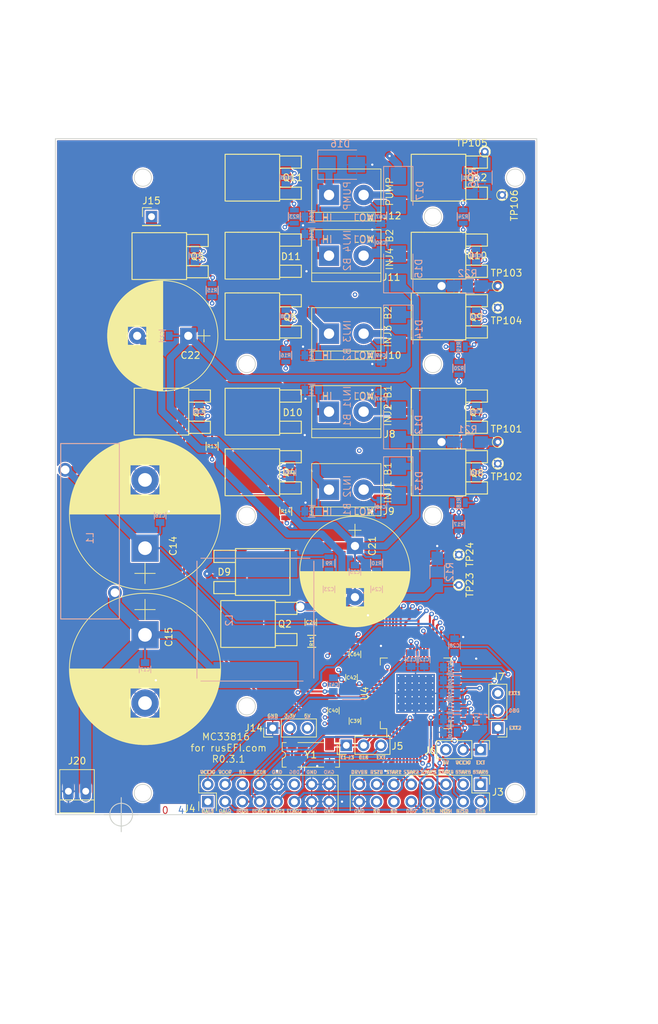
<source format=kicad_pcb>
(kicad_pcb (version 20171130) (host pcbnew "(5.1.5)-3")
  (title_block (title "Common Rail MC33816 board") (date 2020-05-15) (rev R0.3.1) (company http://rusefi.com/))
  (layers (0 F.Cu signal) (1 PWR_AN power) (2 GND power) (31 B.Cu signal) (34 B.Paste user) (35 F.Paste user) (36 B.SilkS user) (37 F.SilkS user) (38 B.Mask user) (39 F.Mask user) (44 Edge.Cuts user))
  (net 0 "")
  (net 1 GND)
  (net 2 /5V)
  (net 3 /3.3V)
  (net 4 /VCCIO)
  (net 5 /VCCP)
  (net 6 /Vbat)
  (net 7 /Vpwr)
  (net 8 /Vboost)
  (net 9 "Net-(C23-Pad1)")
  (net 10 "Net-(C24-Pad1)")
  (net 11 "Net-(C26-Pad2)")
  (net 12 "Net-(C35-Pad1)")
  (net 13 "Net-(C36-Pad1)")
  (net 14 "Net-(C37-Pad1)")
  (net 15 "Net-(C38-Pad1)")
  (net 16 "Net-(C39-Pad1)")
  (net 17 "Net-(C40-Pad1)")
  (net 18 "Net-(C41-Pad1)")
  (net 19 "Net-(C42-Pad1)")
  (net 20 "Net-(C55-Pad2)")
  (net 21 "Net-(C56-Pad2)")
  (net 22 "Net-(C57-Pad2)")
  (net 23 "Net-(C58-Pad2)")
  (net 24 "Net-(C63-Pad1)")
  (net 25 "Net-(C64-Pad2)")
  (net 26 "Net-(C71-Pad2)")
  (net 27 /START6)
  (net 28 /CSB)
  (net 29 /START5)
  (net 30 /MISO)
  (net 31 /START4)
  (net 32 /MOSI)
  (net 33 /START3)
  (net 34 /SCLK)
  (net 35 /START2)
  (net 36 /DBG_EXT2)
  (net 37 /START1)
  (net 38 /RESETB)
  (net 39 /DRVEN)
  (net 40 /OA_1)
  (net 41 /OA_2)
  (net 42 /IRQB)
  (net 43 /FLAG_0)
  (net 44 /EXT_CLK)
  (net 45 /FLAG_1)
  (net 46 /FLAG_2)
  (net 47 /DBG_EXT1)
  (net 48 /VCC2P5)
  (net 49 /BANK1_BAT)
  (net 50 /INJ_B1_HIGH)
  (net 51 /BANK2_BAT)
  (net 52 /INJ_B2_HIGH)
  (net 53 /INJ1_LOW)
  (net 54 /INJ2_LOW)
  (net 55 /INJ3_LOW)
  (net 56 /INJ4_LOW)
  (net 57 /PUMP_HIGH)
  (net 58 /PUMP_LOW)
  (net 59 /CLK)
  (net 60 /DBG)
  (net 61 /G_LS6)
  (net 62 /P_SENSE_BOOST)
  (net 63 /P_B1_SENSE)
  (net 64 /P_B2_SENSE)
  (net 65 /P_SENSE_PUMP)
  (net 66 /G_L_BOOST)
  (net 67 /G_HB1_BAT)
  (net 68 /G_HB1_BST)
  (net 69 /G_HB2_BAT)
  (net 70 /G_HB2_BST)
  (net 71 /G_L_INJ1)
  (net 72 /G_L_INJ2)
  (net 73 /G_L_INJ3)
  (net 74 /G_L_INJ4)
  (net 75 /G_PUMP)
  (net 76 /Vbuck)
  (module rusefi_lib:HTQFP-64-1EP_10x10mm_Pitch0.5mm_ThermalPad_for_MC33816 (layer F.Cu) (at 150.622 139.954 90)
    (fp_text reference U4 (at 0 -7.45 90) (layer F.SilkS))
    (fp_text value MC33816)
    (pad 65 smd rect (at 0 0 270) (size 5.7 5.7) (layers B.Cu) (net 1 GND))
    (pad 65 thru_hole circle (at 2.5 0.5 180) (size 0.3 0.3) (drill 0.2) (layers *.Cu F.Adhes) (net 1 GND))
    (pad 65 thru_hole circle (at 2.5 1.5 180) (size 0.3 0.3) (drill 0.2) (layers *.Cu F.Adhes) (net 1 GND))
    (pad 65 thru_hole circle (at 2.5 2.5 180) (size 0.3 0.3) (drill 0.2) (layers *.Cu F.Adhes) (net 1 GND))
    (pad 65 thru_hole circle (at 1.5 2.5 180) (size 0.3 0.3) (drill 0.2) (layers *.Cu F.Adhes) (net 1 GND))
    (pad 65 thru_hole circle (at 1.5 1.5 180) (size 0.3 0.3) (drill 0.2) (layers *.Cu F.Adhes) (net 1 GND))
    (pad 65 thru_hole circle (at 1.5 0.5 180) (size 0.3 0.3) (drill 0.2) (layers *.Cu F.Adhes) (net 1 GND))
    (pad 65 thru_hole circle (at 0.5 0.5 180) (size 0.3 0.3) (drill 0.2) (layers *.Cu F.Adhes) (net 1 GND))
    (pad 65 thru_hole circle (at 0.5 1.5 180) (size 0.3 0.3) (drill 0.2) (layers *.Cu F.Adhes) (net 1 GND))
    (pad 65 thru_hole circle (at 0.5 2.5 180) (size 0.3 0.3) (drill 0.2) (layers *.Cu F.Adhes) (net 1 GND))
    (pad 65 thru_hole circle (at -0.5 2.5 180) (size 0.3 0.3) (drill 0.2) (layers *.Cu F.Adhes) (net 1 GND))
    (pad 65 thru_hole circle (at -0.5 1.5 180) (size 0.3 0.3) (drill 0.2) (layers *.Cu F.Adhes) (net 1 GND))
    (pad 65 thru_hole circle (at -0.5 0.5 180) (size 0.3 0.3) (drill 0.2) (layers *.Cu F.Adhes) (net 1 GND))
    (pad 65 thru_hole circle (at -1.5 0.5 180) (size 0.3 0.3) (drill 0.2) (layers *.Cu F.Adhes) (net 1 GND))
    (pad 65 thru_hole circle (at -1.5 1.5 180) (size 0.3 0.3) (drill 0.2) (layers *.Cu F.Adhes) (net 1 GND))
    (pad 65 thru_hole circle (at -1.5 2.5 180) (size 0.3 0.3) (drill 0.2) (layers *.Cu F.Adhes) (net 1 GND))
    (pad 65 thru_hole circle (at -2.5 2.5 180) (size 0.3 0.3) (drill 0.2) (layers *.Cu F.Adhes) (net 1 GND))
    (pad 65 thru_hole circle (at -2.5 1.5 180) (size 0.3 0.3) (drill 0.2) (layers *.Cu F.Adhes) (net 1 GND))
    (pad 65 thru_hole circle (at -2.5 0.5 180) (size 0.3 0.3) (drill 0.2) (layers *.Cu F.Adhes) (net 1 GND))
    (pad 65 thru_hole circle (at 2.5 -0.5 180) (size 0.3 0.3) (drill 0.2) (layers *.Cu F.Adhes) (net 1 GND))
    (pad 65 thru_hole circle (at 2.5 -1.5 180) (size 0.3 0.3) (drill 0.2) (layers *.Cu F.Adhes) (net 1 GND))
    (pad 65 thru_hole circle (at 1.5 -0.5 180) (size 0.3 0.3) (drill 0.2) (layers *.Cu F.Adhes) (net 1 GND))
    (pad 65 thru_hole circle (at 1.5 -1.5 180) (size 0.3 0.3) (drill 0.2) (layers *.Cu F.Adhes) (net 1 GND))
    (pad 65 thru_hole circle (at 0.5 -1.5 180) (size 0.3 0.3) (drill 0.2) (layers *.Cu F.Adhes) (net 1 GND))
    (pad 65 thru_hole circle (at 0.5 -0.5 180) (size 0.3 0.3) (drill 0.2) (layers *.Cu F.Adhes) (net 1 GND))
    (pad 65 thru_hole circle (at -0.5 -0.5 180) (size 0.3 0.3) (drill 0.2) (layers *.Cu F.Adhes) (net 1 GND))
    (pad 65 thru_hole circle (at -0.5 -1.5 180) (size 0.3 0.3) (drill 0.2) (layers *.Cu F.Adhes) (net 1 GND))
    (pad 65 thru_hole circle (at -1.5 -1.5 180) (size 0.3 0.3) (drill 0.2) (layers *.Cu F.Adhes) (net 1 GND))
    (pad 65 thru_hole circle (at -1.5 -0.5 180) (size 0.3 0.3) (drill 0.2) (layers *.Cu F.Adhes) (net 1 GND))
    (pad 65 thru_hole circle (at -2.5 -0.5 180) (size 0.3 0.3) (drill 0.2) (layers *.Cu F.Adhes) (net 1 GND))
    (pad 65 thru_hole circle (at -2.5 -1.5 180) (size 0.3 0.3) (drill 0.2) (layers *.Cu F.Adhes) (net 1 GND))
    (pad 65 thru_hole circle (at -2.5 -2.5 180) (size 0.3 0.3) (drill 0.2) (layers *.Cu F.Adhes) (net 1 GND))
    (pad 65 thru_hole circle (at -1.5 -2.5 180) (size 0.3 0.3) (drill 0.2) (layers *.Cu F.Adhes) (net 1 GND))
    (pad 65 thru_hole circle (at -0.5 -2.5 180) (size 0.3 0.3) (drill 0.2) (layers *.Cu F.Adhes) (net 1 GND))
    (pad 65 thru_hole circle (at 0.5 -2.5 180) (size 0.3 0.3) (drill 0.2) (layers *.Cu F.Adhes) (net 1 GND))
    (pad 65 thru_hole circle (at 1.5 -2.5 180) (size 0.3 0.3) (drill 0.2) (layers *.Cu F.Adhes) (net 1 GND))
    (pad 65 thru_hole circle (at 2.5 -2.5 180) (size 0.3 0.3) (drill 0.2) (layers *.Cu F.Adhes) (net 1 GND))
    (pad 65 smd rect (at 0 0 270) (size 5.7 5.7) (layers F.Cu F.Paste F.Mask) (net 1 GND))
    (pad 64 smd rect (at -3.75 -5.7 180) (size 1.5 0.3) (layers F.Cu F.Paste F.Mask) (net 42 /IRQB))
    (pad 63 smd rect (at -3.25 -5.7 180) (size 1.5 0.3) (layers F.Cu F.Paste F.Mask) (net 49 /BANK1_BAT))
    (pad 62 smd rect (at -2.75 -5.7 180) (size 1.5 0.3) (layers F.Cu F.Paste F.Mask) (net 67 /G_HB1_BAT))
    (pad 61 smd rect (at -2.25 -5.7 180) (size 1.5 0.3) (layers F.Cu F.Paste F.Mask) (net 16 "Net-(C39-Pad1)"))
    (pad 60 smd rect (at -1.75 -5.7 180) (size 1.5 0.3) (layers F.Cu F.Paste F.Mask) (net 50 /INJ_B1_HIGH))
    (pad 59 smd rect (at -1.25 -5.7 180) (size 1.5 0.3) (layers F.Cu F.Paste F.Mask) (net 68 /G_HB1_BST))
    (pad 58 smd rect (at -0.75 -5.7 180) (size 1.5 0.3) (layers F.Cu F.Paste F.Mask) (net 17 "Net-(C40-Pad1)"))
    (pad 57 smd rect (at -0.25 -5.7 180) (size 1.5 0.3) (layers F.Cu F.Paste F.Mask) (net 51 /BANK2_BAT))
    (pad 56 smd rect (at 0.25 -5.7 180) (size 1.5 0.3) (layers F.Cu F.Paste F.Mask) (net 69 /G_HB2_BAT))
    (pad 55 smd rect (at 0.75 -5.7 180) (size 1.5 0.3) (layers F.Cu F.Paste F.Mask) (net 18 "Net-(C41-Pad1)"))
    (pad 54 smd rect (at 1.25 -5.7 180) (size 1.5 0.3) (layers F.Cu F.Paste F.Mask) (net 52 /INJ_B2_HIGH))
    (pad 53 smd rect (at 1.75 -5.7 180) (size 1.5 0.3) (layers F.Cu F.Paste F.Mask) (net 70 /G_HB2_BST))
    (pad 52 smd rect (at 2.25 -5.7 180) (size 1.5 0.3) (layers F.Cu F.Paste F.Mask) (net 19 "Net-(C42-Pad1)"))
    (pad 51 smd rect (at 2.75 -5.7 180) (size 1.5 0.3) (layers F.Cu F.Paste F.Mask) (net 57 /PUMP_HIGH))
    (pad 50 smd rect (at 3.25 -5.7 180) (size 1.5 0.3) (layers F.Cu F.Paste F.Mask) (net 61 /G_LS6))
    (pad 49 smd rect (at 3.75 -5.7 180) (size 1.5 0.3) (layers F.Cu F.Paste F.Mask) (net 25 "Net-(C64-Pad2)"))
    (pad 48 smd rect (at 5.7 -3.75 90) (size 1.5 0.3) (layers F.Cu F.Paste F.Mask) (net 8 /Vboost))
    (pad 47 smd rect (at 5.7 -3.25 90) (size 1.5 0.3) (layers F.Cu F.Paste F.Mask) (net 71 /G_L_INJ1))
    (pad 46 smd rect (at 5.7 -2.75 90) (size 1.5 0.3) (layers F.Cu F.Paste F.Mask) (net 72 /G_L_INJ2))
    (pad 45 smd rect (at 5.7 -2.25 90) (size 1.5 0.3) (layers F.Cu F.Paste F.Mask) (net 73 /G_L_INJ3))
    (pad 44 smd rect (at 5.7 -1.75 90) (size 1.5 0.3) (layers F.Cu F.Paste F.Mask) (net 74 /G_L_INJ4))
    (pad 43 smd rect (at 5.7 -1.25 90) (size 1.5 0.3) (layers F.Cu F.Paste F.Mask))
    (pad 42 smd rect (at 5.7 -0.75 90) (size 1.5 0.3) (layers F.Cu F.Paste F.Mask) (net 75 /G_PUMP))
    (pad 41 smd rect (at 5.7 -0.25 90) (size 1.5 0.3) (layers F.Cu F.Paste F.Mask) (net 66 /G_L_BOOST))
    (pad 40 smd rect (at 5.7 0.25 90) (size 1.5 0.3) (layers F.Cu F.Paste F.Mask) (net 5 /VCCP))
    (pad 39 smd rect (at 5.7 0.75 90) (size 1.5 0.3) (layers F.Cu F.Paste F.Mask) (net 6 /Vbat))
    (pad 38 smd rect (at 5.7 1.25 90) (size 1.5 0.3) (layers F.Cu F.Paste F.Mask) (net 53 /INJ1_LOW))
    (pad 37 smd rect (at 5.7 1.75 90) (size 1.5 0.3) (layers F.Cu F.Paste F.Mask) (net 54 /INJ2_LOW))
    (pad 36 smd rect (at 5.7 2.25 90) (size 1.5 0.3) (layers F.Cu F.Paste F.Mask) (net 55 /INJ3_LOW))
    (pad 35 smd rect (at 5.7 2.75 90) (size 1.5 0.3) (layers F.Cu F.Paste F.Mask) (net 56 /INJ4_LOW))
    (pad 34 smd rect (at 5.7 3.25 90) (size 1.5 0.3) (layers F.Cu F.Paste F.Mask))
    (pad 33 smd rect (at 5.7 3.75 90) (size 1.5 0.3) (layers F.Cu F.Paste F.Mask) (net 58 /PUMP_LOW))
    (pad 32 smd rect (at 3.75 5.7 180) (size 1.5 0.3) (layers F.Cu F.Paste F.Mask) (net 62 /P_SENSE_BOOST))
    (pad 31 smd rect (at 3.25 5.7 180) (size 1.5 0.3) (layers F.Cu F.Paste F.Mask) (net 1 GND))
    (pad 30 smd rect (at 2.75 5.7 180) (size 1.5 0.3) (layers F.Cu F.Paste F.Mask) (net 65 /P_SENSE_PUMP))
    (pad 29 smd rect (at 2.25 5.7 180) (size 1.5 0.3) (layers F.Cu F.Paste F.Mask) (net 1 GND))
    (pad 28 smd rect (at 1.75 5.7 180) (size 1.5 0.3) (layers F.Cu F.Paste F.Mask) (net 64 /P_B2_SENSE))
    (pad 27 smd rect (at 1.25 5.7 180) (size 1.5 0.3) (layers F.Cu F.Paste F.Mask) (net 1 GND))
    (pad 26 smd rect (at 0.75 5.7 180) (size 1.5 0.3) (layers F.Cu F.Paste F.Mask) (net 63 /P_B1_SENSE))
    (pad 25 smd rect (at 0.25 5.7 180) (size 1.5 0.3) (layers F.Cu F.Paste F.Mask) (net 1 GND))
    (pad 24 smd rect (at -0.25 5.7 180) (size 1.5 0.3) (layers F.Cu F.Paste F.Mask) (net 1 GND))
    (pad 23 smd rect (at -0.75 5.7 180) (size 1.5 0.3) (layers F.Cu F.Paste F.Mask) (net 41 /OA_2))
    (pad 22 smd rect (at -1.25 5.7 180) (size 1.5 0.3) (layers F.Cu F.Paste F.Mask) (net 40 /OA_1))
    (pad 21 smd rect (at -1.75 5.7 180) (size 1.5 0.3) (layers F.Cu F.Paste F.Mask) (net 2 /5V))
    (pad 20 smd rect (at -2.25 5.7 180) (size 1.5 0.3) (layers F.Cu F.Paste F.Mask) (net 48 /VCC2P5))
    (pad 19 smd rect (at -2.75 5.7 180) (size 1.5 0.3) (layers F.Cu F.Paste F.Mask) (net 1 GND))
    (pad 18 smd rect (at -3.25 5.7 180) (size 1.5 0.3) (layers F.Cu F.Paste F.Mask) (net 60 /DBG))
    (pad 17 smd rect (at -3.75 5.7 180) (size 1.5 0.3) (layers F.Cu F.Paste F.Mask) (net 4 /VCCIO))
    (pad 16 smd rect (at -5.7 3.75 90) (size 1.5 0.3) (layers F.Cu F.Paste F.Mask) (net 34 /SCLK))
    (pad 15 smd rect (at -5.7 3.25 90) (size 1.5 0.3) (layers F.Cu F.Paste F.Mask) (net 30 /MISO))
    (pad 14 smd rect (at -5.7 2.75 90) (size 1.5 0.3) (layers F.Cu F.Paste F.Mask) (net 32 /MOSI))
    (pad 13 smd rect (at -5.7 2.25 90) (size 1.5 0.3) (layers F.Cu F.Paste F.Mask) (net 28 /CSB))
    (pad 12 smd rect (at -5.7 1.75 90) (size 1.5 0.3) (layers F.Cu F.Paste F.Mask) (net 46 /FLAG_2))
    (pad 11 smd rect (at -5.7 1.25 90) (size 1.5 0.3) (layers F.Cu F.Paste F.Mask) (net 45 /FLAG_1))
    (pad 10 smd rect (at -5.7 0.75 90) (size 1.5 0.3) (layers F.Cu F.Paste F.Mask) (net 43 /FLAG_0))
    (pad 9 smd rect (at -5.7 0.25 90) (size 1.5 0.3) (layers F.Cu F.Paste F.Mask) (net 27 /START6))
    (pad 8 smd rect (at -5.7 -0.25 90) (size 1.5 0.3) (layers F.Cu F.Paste F.Mask) (net 29 /START5))
    (pad 7 smd rect (at -5.7 -0.75 90) (size 1.5 0.3) (layers F.Cu F.Paste F.Mask) (net 31 /START4))
    (pad 6 smd rect (at -5.7 -1.25 90) (size 1.5 0.3) (layers F.Cu F.Paste F.Mask) (net 33 /START3))
    (pad 5 smd rect (at -5.7 -1.75 90) (size 1.5 0.3) (layers F.Cu F.Paste F.Mask) (net 35 /START2))
    (pad 4 smd rect (at -5.7 -2.25 90) (size 1.5 0.3) (layers F.Cu F.Paste F.Mask) (net 37 /START1))
    (pad 3 smd rect (at -5.7 -2.75 90) (size 1.5 0.3) (layers F.Cu F.Paste F.Mask) (net 38 /RESETB))
    (pad 2 smd rect (at -5.7 -3.25 90) (size 1.5 0.3) (layers F.Cu F.Paste F.Mask) (net 39 /DRVEN))
    (pad 1 smd rect (at -5.7 -3.75 90) (size 1.5 0.3) (layers F.Cu F.Paste F.Mask) (net 59 /CLK))
  )
  (module Pin_Headers:Pin_Header_Straight_2x08_Pitch2.54mm (layer F.Cu) (at 160.147 153.289 270)
    (fp_text reference J3 (at 1.143 -2.54) (layer F.SilkS))
    (fp_text value CONN_02X08)
    (pad 1 thru_hole rect (at 0 0 270) (size 1.7 1.7) (drill 1) (layers *.Cu *.Mask) (net 27 /START6))
    (pad 2 thru_hole oval (at 2.54 0 270) (size 1.7 1.7) (drill 1) (layers *.Cu *.Mask) (net 28 /CSB))
    (pad 3 thru_hole oval (at 0 2.54 270) (size 1.7 1.7) (drill 1) (layers *.Cu *.Mask) (net 29 /START5))
    (pad 4 thru_hole oval (at 2.54 2.54 270) (size 1.7 1.7) (drill 1) (layers *.Cu *.Mask) (net 30 /MISO))
    (pad 5 thru_hole oval (at 0 5.08 270) (size 1.7 1.7) (drill 1) (layers *.Cu *.Mask) (net 31 /START4))
    (pad 6 thru_hole oval (at 2.54 5.08 270) (size 1.7 1.7) (drill 1) (layers *.Cu *.Mask) (net 32 /MOSI))
    (pad 7 thru_hole oval (at 0 7.62 270) (size 1.7 1.7) (drill 1) (layers *.Cu *.Mask) (net 33 /START3))
    (pad 8 thru_hole oval (at 2.54 7.62 270) (size 1.7 1.7) (drill 1) (layers *.Cu *.Mask) (net 34 /SCLK))
    (pad 9 thru_hole oval (at 0 10.16 270) (size 1.7 1.7) (drill 1) (layers *.Cu *.Mask) (net 35 /START2))
    (pad 10 thru_hole oval (at 2.54 10.16 270) (size 1.7 1.7) (drill 1) (layers *.Cu *.Mask) (net 36 /DBG_EXT2))
    (pad 11 thru_hole oval (at 0 12.7 270) (size 1.7 1.7) (drill 1) (layers *.Cu *.Mask) (net 37 /START1))
    (pad 12 thru_hole oval (at 2.54 12.7 270) (size 1.7 1.7) (drill 1) (layers *.Cu *.Mask))
    (pad 13 thru_hole oval (at 0 15.24 270) (size 1.7 1.7) (drill 1) (layers *.Cu *.Mask) (net 38 /RESETB))
    (pad 14 thru_hole oval (at 2.54 15.24 270) (size 1.7 1.7) (drill 1) (layers *.Cu *.Mask))
    (pad 15 thru_hole oval (at 0 17.78 270) (size 1.7 1.7) (drill 1) (layers *.Cu *.Mask) (net 39 /DRVEN))
    (pad 16 thru_hole oval (at 2.54 17.78 270) (size 1.7 1.7) (drill 1) (layers *.Cu *.Mask) (net 1 GND))
  )
  (module Pin_Headers:Pin_Header_Straight_2x08_Pitch2.54mm (layer F.Cu) (at 120.142 155.829 90)
    (fp_text reference J4 (at -1.016 -2.667 180) (layer F.SilkS))
    (fp_text value CONN_02X08)
    (pad 1 thru_hole rect (at 0 0 90) (size 1.7 1.7) (drill 1) (layers *.Cu *.Mask) (net 40 /OA_1))
    (pad 2 thru_hole oval (at 2.54 0 90) (size 1.7 1.7) (drill 1) (layers *.Cu *.Mask) (net 4 /VCCIO))
    (pad 3 thru_hole oval (at 0 2.54 90) (size 1.7 1.7) (drill 1) (layers *.Cu *.Mask) (net 41 /OA_2))
    (pad 4 thru_hole oval (at 2.54 2.54 90) (size 1.7 1.7) (drill 1) (layers *.Cu *.Mask) (net 5 /VCCP))
    (pad 5 thru_hole oval (at 0 5.08 90) (size 1.7 1.7) (drill 1) (layers *.Cu *.Mask) (net 42 /IRQB))
    (pad 6 thru_hole oval (at 2.54 5.08 90) (size 1.7 1.7) (drill 1) (layers *.Cu *.Mask))
    (pad 7 thru_hole oval (at 0 7.62 90) (size 1.7 1.7) (drill 1) (layers *.Cu *.Mask) (net 43 /FLAG_0))
    (pad 8 thru_hole oval (at 2.54 7.62 90) (size 1.7 1.7) (drill 1) (layers *.Cu *.Mask) (net 44 /EXT_CLK))
    (pad 9 thru_hole oval (at 0 10.16 90) (size 1.7 1.7) (drill 1) (layers *.Cu *.Mask) (net 45 /FLAG_1))
    (pad 10 thru_hole oval (at 2.54 10.16 90) (size 1.7 1.7) (drill 1) (layers *.Cu *.Mask) (net 1 GND))
    (pad 11 thru_hole oval (at 0 12.7 90) (size 1.7 1.7) (drill 1) (layers *.Cu *.Mask) (net 46 /FLAG_2))
    (pad 12 thru_hole oval (at 2.54 12.7 90) (size 1.7 1.7) (drill 1) (layers *.Cu *.Mask) (net 47 /DBG_EXT1))
    (pad 13 thru_hole oval (at 0 15.24 90) (size 1.7 1.7) (drill 1) (layers *.Cu *.Mask) (net 1 GND))
    (pad 14 thru_hole oval (at 2.54 15.24 90) (size 1.7 1.7) (drill 1) (layers *.Cu *.Mask))
    (pad 15 thru_hole oval (at 0 17.78 90) (size 1.7 1.7) (drill 1) (layers *.Cu *.Mask) (net 1 GND))
    (pad 16 thru_hole oval (at 2.54 17.78 90) (size 1.7 1.7) (drill 1) (layers *.Cu *.Mask) (net 1 GND))
  )
  (module rusEFI_LIB:IHLP6767GZER100M01 (layer B.Cu) (at 127.127 129.159 270)
    (fp_text reference L2 (at 0.09906 3.85064 270) (layer B.SilkS) (effects (justify mirror)))
    (fp_text value 10uH hide)
    (pad 2 smd rect (at 8.1225 0 270) (size 3.825 12.32) (layers B.Cu B.Paste B.Mask) (net 7 /Vpwr))
    (pad 1 smd rect (at -8.1225 0 270) (size 3.825 12.32) (layers B.Cu B.Paste B.Mask) (net 76 /Vbuck))
  )
  (module Capacitors_ThroughHole:CP_Radial_D22.0mm_P10.00mm_SnapIn (layer F.Cu) (at 110.934 118.682 90)
    (fp_text reference C14 (at 0.3175 4.1275 90) (layer F.SilkS))
    (fp_text value 1000uF)
    (pad 1 thru_hole rect (at 0 0 90) (size 4 4) (drill 2) (layers *.Cu *.Mask) (net 6 /Vbat))
    (pad 2 thru_hole circle (at 10 0 90) (size 4 4) (drill 2) (layers *.Cu *.Mask) (net 1 GND))
  )
  (module Capacitors_ThroughHole:CP_Radial_D22.0mm_P10.00mm_SnapIn (layer F.Cu) (at 110.934 131.382 270)
    (fp_text reference C15 (at 0.3175 -3.4925 270) (layer F.SilkS))
    (fp_text value 1000uF)
    (pad 1 thru_hole rect (at 0 0 270) (size 4 4) (drill 2) (layers *.Cu *.Mask) (net 7 /Vpwr))
    (pad 2 thru_hole circle (at 10 0 270) (size 4 4) (drill 2) (layers *.Cu *.Mask) (net 1 GND))
  )
  (module Capacitors_ThroughHole:CP_Radial_D16.0mm_P7.50mm (layer F.Cu) (at 141.732 118.364 270)
    (fp_text reference C21 (at 0 -2.54 270) (layer F.SilkS))
    (fp_text value 390uF)
    (pad 1 thru_hole rect (at 0 0 270) (size 2.4 2.4) (drill 1.2) (layers *.Cu *.Mask) (net 8 /Vboost))
    (pad 2 thru_hole circle (at 7.5 0 270) (size 2.4 2.4) (drill 1.2) (layers *.Cu *.Mask) (net 62 /P_SENSE_BOOST))
  )
  (module Capacitors_ThroughHole:CP_Radial_D16.0mm_P7.50mm (layer F.Cu) (at 117.284 87.566 180)
    (fp_text reference C22 (at -0.3175 -2.8575 180) (layer F.SilkS))
    (fp_text value 390uF)
    (pad 1 thru_hole rect (at 0 0 180) (size 2.4 2.4) (drill 1.2) (layers *.Cu *.Mask) (net 8 /Vboost))
    (pad 2 thru_hole circle (at 7.5 0 180) (size 2.4 2.4) (drill 1.2) (layers *.Cu *.Mask) (net 62 /P_SENSE_BOOST))
  )
  (module TO_SOT_Packages_SMD:TO-252-2Lead (layer F.Cu) (at 122.682 122.174 270)
    (fp_text reference D9 (at 0 0.127) (layer F.SilkS))
    (fp_text value FFD10UP20S)
    (pad 1 smd rect (at -2.286 0 270) (size 1.651 3.048) (layers F.Cu F.Paste F.Mask))
    (pad 2 smd rect (at 0 -6.35 270) (size 6.096 6.096) (layers F.Cu F.Paste F.Mask) (net 8 /Vboost))
    (pad 3 smd rect (at 2.286 0 270) (size 1.651 3.048) (layers F.Cu F.Paste F.Mask) (net 76 /Vbuck))
  )
  (module TO_SOT_Packages_SMD:TO-252-2Lead (layer F.Cu) (at 132.207 98.679 90)
    (fp_text reference D10 (at -0.127 0.381 180) (layer F.SilkS))
    (fp_text value SBR10200CTL)
    (pad 1 smd rect (at -2.286 0 90) (size 1.651 3.048) (layers F.Cu F.Paste F.Mask) (net 1 GND))
    (pad 2 smd rect (at 0 -6.35 90) (size 6.096 6.096) (layers F.Cu F.Paste F.Mask) (net 50 /INJ_B1_HIGH))
    (pad 3 smd rect (at 2.286 0 90) (size 1.651 3.048) (layers F.Cu F.Paste F.Mask) (net 49 /BANK1_BAT))
  )
  (module TO_SOT_Packages_SMD:TO-252-2Lead (layer F.Cu) (at 132.207 75.819 90)
    (fp_text reference D11 (at -0.127 0.127 180) (layer F.SilkS))
    (fp_text value SBR10200CTL)
    (pad 1 smd rect (at -2.286 0 90) (size 1.651 3.048) (layers F.Cu F.Paste F.Mask) (net 1 GND))
    (pad 2 smd rect (at 0 -6.35 90) (size 6.096 6.096) (layers F.Cu F.Paste F.Mask) (net 52 /INJ_B2_HIGH))
    (pad 3 smd rect (at 2.286 0 90) (size 1.651 3.048) (layers F.Cu F.Paste F.Mask) (net 51 /BANK2_BAT))
  )
  (module Diodes_SMD:D_SMB (layer B.Cu) (at 148.082 100.584 90)
    (fp_text reference D12 (at 0 3 90) (layer B.SilkS) (effects (justify mirror)))
    (fp_text value STPS2H100UY)
    (pad 1 smd rect (at -2.15 0 90) (size 2.5 2.3) (layers B.Cu B.Paste B.Mask) (net 8 /Vboost))
    (pad 2 smd rect (at 2.15 0 90) (size 2.5 2.3) (layers B.Cu B.Paste B.Mask) (net 54 /INJ2_LOW))
  )
  (module Diodes_SMD:D_SMB (layer B.Cu) (at 148.082 108.839 270)
    (fp_text reference D13 (at 0 -3.048 270) (layer B.SilkS) (effects (justify mirror)))
    (fp_text value STPS2H100UY)
    (pad 1 smd rect (at -2.15 0 270) (size 2.5 2.3) (layers B.Cu B.Paste B.Mask) (net 8 /Vboost))
    (pad 2 smd rect (at 2.15 0 270) (size 2.5 2.3) (layers B.Cu B.Paste B.Mask) (net 53 /INJ1_LOW))
  )
  (module Diodes_SMD:D_SMB (layer B.Cu) (at 148.082 86.614 270)
    (fp_text reference D14 (at 0 -3.048 270) (layer B.SilkS) (effects (justify mirror)))
    (fp_text value STPS2H100UY)
    (pad 1 smd rect (at -2.15 0 270) (size 2.5 2.3) (layers B.Cu B.Paste B.Mask) (net 8 /Vboost))
    (pad 2 smd rect (at 2.15 0 270) (size 2.5 2.3) (layers B.Cu B.Paste B.Mask) (net 55 /INJ3_LOW))
  )
  (module Diodes_SMD:D_SMB (layer B.Cu) (at 148.082 77.724 90)
    (fp_text reference D15 (at 0 3 90) (layer B.SilkS) (effects (justify mirror)))
    (fp_text value STPS2H100UY)
    (pad 1 smd rect (at -2.15 0 90) (size 2.5 2.3) (layers B.Cu B.Paste B.Mask) (net 8 /Vboost))
    (pad 2 smd rect (at 2.15 0 90) (size 2.5 2.3) (layers B.Cu B.Paste B.Mask) (net 56 /INJ4_LOW))
  )
  (module Diodes_SMD:D_SMB (layer B.Cu) (at 139.827 62.484)
    (fp_text reference D16 (at -0.254 -3.048) (layer B.SilkS) (effects (justify mirror)))
    (fp_text value STPS2H100UY)
    (pad 1 smd rect (at -2.15 0) (size 2.5 2.3) (layers B.Cu B.Paste B.Mask) (net 57 /PUMP_HIGH))
    (pad 2 smd rect (at 2.15 0) (size 2.5 2.3) (layers B.Cu B.Paste B.Mask) (net 1 GND))
  )
  (module Diodes_SMD:D_SMB (layer B.Cu) (at 148.082 66.294 270)
    (fp_text reference D17 (at 0 -3.175 270) (layer B.SilkS) (effects (justify mirror)))
    (fp_text value STPS2H100UY)
    (pad 1 smd rect (at -2.15 0 270) (size 2.5 2.3) (layers B.Cu B.Paste B.Mask) (net 6 /Vbat))
    (pad 2 smd rect (at 2.15 0 270) (size 2.5 2.3) (layers B.Cu B.Paste B.Mask) (net 58 /PUMP_LOW))
  )
  (module Pin_Headers:Pin_Header_Straight_1x03_Pitch2.54mm (layer F.Cu) (at 140.462 147.574 90)
    (fp_text reference J5 (at -0.127 7.493 180) (layer F.SilkS))
    (fp_text value CONN_01X03)
    (pad 1 thru_hole rect (at 0 0 90) (size 1.7 1.7) (drill 1) (layers *.Cu *.Mask) (net 59 /CLK))
    (pad 2 thru_hole oval (at 0 2.54 90) (size 1.7 1.7) (drill 1) (layers *.Cu *.Mask) (net 59 /CLK))
    (pad 3 thru_hole oval (at 0 5.08 90) (size 1.7 1.7) (drill 1) (layers *.Cu *.Mask) (net 44 /EXT_CLK))
  )
  (module Pin_Headers:Pin_Header_Straight_1x03_Pitch2.54mm (layer F.Cu) (at 160.147 148.209 270)
    (fp_text reference J6 (at 0.127 7.366) (layer F.SilkS))
    (fp_text value CONN_01X03)
    (pad 1 thru_hole rect (at 0 0 270) (size 1.7 1.7) (drill 1) (layers *.Cu *.Mask) (net 4 /VCCIO))
    (pad 2 thru_hole oval (at 0 2.54 270) (size 1.7 1.7) (drill 1) (layers *.Cu *.Mask) (net 4 /VCCIO))
    (pad 3 thru_hole oval (at 0 5.08 270) (size 1.7 1.7) (drill 1) (layers *.Cu *.Mask) (net 2 /5V))
  )
  (module Pin_Headers:Pin_Header_Straight_1x03_Pitch2.54mm (layer F.Cu) (at 162.687 145.034 180)
    (fp_text reference J7 (at -0.127 7.493 180) (layer F.SilkS))
    (fp_text value CONN_01X03)
    (pad 1 thru_hole rect (at 0 0 180) (size 1.7 1.7) (drill 1) (layers *.Cu *.Mask) (net 36 /DBG_EXT2))
    (pad 2 thru_hole oval (at 0 2.54 180) (size 1.7 1.7) (drill 1) (layers *.Cu *.Mask) (net 60 /DBG))
    (pad 3 thru_hole oval (at 0 5.08 180) (size 1.7 1.7) (drill 1) (layers *.Cu *.Mask) (net 47 /DBG_EXT1))
  )
  (module Terminal_Blocks:TerminalBlock_bornier-2_P5.08mm (layer F.Cu) (at 137.922 98.679)
    (fp_text reference J8 (at 8.89 3.302) (layer F.SilkS))
    (fp_text value INJ_Term)
    (pad 1 thru_hole rect (at 0 0) (size 3 3) (drill 1.52) (layers *.Cu *.Mask) (net 50 /INJ_B1_HIGH))
    (pad 2 thru_hole circle (at 5.08 0) (size 3 3) (drill 1.52) (layers *.Cu *.Mask) (net 54 /INJ2_LOW))
  )
  (module Terminal_Blocks:TerminalBlock_bornier-2_P5.08mm (layer F.Cu) (at 137.922 110.109)
    (fp_text reference J9 (at 8.763 3.175) (layer F.SilkS))
    (fp_text value INJ_Term)
    (pad 1 thru_hole rect (at 0 0) (size 3 3) (drill 1.52) (layers *.Cu *.Mask) (net 50 /INJ_B1_HIGH))
    (pad 2 thru_hole circle (at 5.08 0) (size 3 3) (drill 1.52) (layers *.Cu *.Mask) (net 53 /INJ1_LOW))
  )
  (module Terminal_Blocks:TerminalBlock_bornier-2_P5.08mm (layer F.Cu) (at 137.922 87.249)
    (fp_text reference J10 (at 9.271 3.175) (layer F.SilkS))
    (fp_text value INJ_Term)
    (pad 1 thru_hole rect (at 0 0) (size 3 3) (drill 1.52) (layers *.Cu *.Mask) (net 52 /INJ_B2_HIGH))
    (pad 2 thru_hole circle (at 5.08 0) (size 3 3) (drill 1.52) (layers *.Cu *.Mask) (net 55 /INJ3_LOW))
  )
  (module Terminal_Blocks:TerminalBlock_bornier-2_P5.08mm (layer F.Cu) (at 137.922 75.819)
    (fp_text reference J11 (at 9.144 3.175) (layer F.SilkS))
    (fp_text value INJ_Term)
    (pad 1 thru_hole rect (at 0 0) (size 3 3) (drill 1.52) (layers *.Cu *.Mask) (net 52 /INJ_B2_HIGH))
    (pad 2 thru_hole circle (at 5.08 0) (size 3 3) (drill 1.52) (layers *.Cu *.Mask) (net 56 /INJ4_LOW))
  )
  (module Terminal_Blocks:TerminalBlock_bornier-2_P5.08mm (layer F.Cu) (at 137.922 66.929)
    (fp_text reference J12 (at 9.271 3.048) (layer F.SilkS))
    (fp_text value INJ_Term)
    (pad 1 thru_hole rect (at 0 0) (size 3 3) (drill 1.52) (layers *.Cu *.Mask) (net 57 /PUMP_HIGH))
    (pad 2 thru_hole circle (at 5.08 0) (size 3 3) (drill 1.52) (layers *.Cu *.Mask) (net 58 /PUMP_LOW))
  )
  (module rusEFI_LIB:744710610-Inductor (layer B.Cu) (at 102.87 116.205 90)
    (fp_text reference L1 (at -1 0 90) (layer B.SilkS) (effects (justify mirror)))
    (fp_text value 6uH hide)
    (pad 1 thru_hole circle (at -9 3.65 90) (size 2.032 2.032) (drill 1.27) (layers *.Cu *.Mask) (net 7 /Vpwr))
    (pad 2 thru_hole circle (at 9 -3.65 90) (size 2.032 2.032) (drill 1.27) (layers *.Cu *.Mask) (net 6 /Vbat))
  )
  (module TO_SOT_Packages_SMD:TO-252-2Lead (layer F.Cu) (at 131.572 129.794 90)
    (fp_text reference Q2 (at 0 -0.127 180) (layer F.SilkS))
    (fp_text value BUK9230-100B)
    (pad 1 smd rect (at -2.286 0 90) (size 1.651 3.048) (layers F.Cu F.Paste F.Mask) (net 11 "Net-(C26-Pad2)"))
    (pad 2 smd rect (at 0 -6.35 90) (size 6.096 6.096) (layers F.Cu F.Paste F.Mask) (net 76 /Vbuck))
    (pad 3 smd rect (at 2.286 0 90) (size 1.651 3.048) (layers F.Cu F.Paste F.Mask) (net 62 /P_SENSE_BOOST))
  )
  (module TO_SOT_Packages_SMD:TO-252-2Lead (layer F.Cu) (at 118.872 98.679 90)
    (fp_text reference Q3 (at -0.127 0 180) (layer F.SilkS))
    (fp_text value BUK9230-100B)
    (pad 1 smd rect (at -2.286 0 90) (size 1.651 3.048) (layers F.Cu F.Paste F.Mask) (net 12 "Net-(C35-Pad1)"))
    (pad 2 smd rect (at 0 -6.35 90) (size 6.096 6.096) (layers F.Cu F.Paste F.Mask) (net 6 /Vbat))
    (pad 3 smd rect (at 2.286 0 90) (size 1.651 3.048) (layers F.Cu F.Paste F.Mask) (net 49 /BANK1_BAT))
  )
  (module TO_SOT_Packages_SMD:TO-252-2Lead (layer F.Cu) (at 132.207 107.569 90)
    (fp_text reference Q4 (at 0 -0.127 180) (layer F.SilkS))
    (fp_text value BUK9230-100B)
    (pad 1 smd rect (at -2.286 0 90) (size 1.651 3.048) (layers F.Cu F.Paste F.Mask) (net 13 "Net-(C36-Pad1)"))
    (pad 2 smd rect (at 0 -6.35 90) (size 6.096 6.096) (layers F.Cu F.Paste F.Mask) (net 8 /Vboost))
    (pad 3 smd rect (at 2.286 0 90) (size 1.651 3.048) (layers F.Cu F.Paste F.Mask) (net 50 /INJ_B1_HIGH))
  )
  (module TO_SOT_Packages_SMD:TO-252-2Lead (layer F.Cu) (at 118.554 75.8825 90)
    (fp_text reference Q5 (at -0.0635 0.064 180) (layer F.SilkS))
    (fp_text value BUK9230-100B)
    (pad 1 smd rect (at -2.286 0 90) (size 1.651 3.048) (layers F.Cu F.Paste F.Mask) (net 14 "Net-(C37-Pad1)"))
    (pad 2 smd rect (at 0 -6.35 90) (size 6.096 6.096) (layers F.Cu F.Paste F.Mask) (net 6 /Vbat))
    (pad 3 smd rect (at 2.286 0 90) (size 1.651 3.048) (layers F.Cu F.Paste F.Mask) (net 51 /BANK2_BAT))
  )
  (module TO_SOT_Packages_SMD:TO-252-2Lead (layer F.Cu) (at 132.207 84.709 90)
    (fp_text reference Q6 (at -0.127 0 180) (layer F.SilkS))
    (fp_text value BUK9230-100B)
    (pad 1 smd rect (at -2.286 0 90) (size 1.651 3.048) (layers F.Cu F.Paste F.Mask) (net 15 "Net-(C38-Pad1)"))
    (pad 2 smd rect (at 0 -6.35 90) (size 6.096 6.096) (layers F.Cu F.Paste F.Mask) (net 8 /Vboost))
    (pad 3 smd rect (at 2.286 0 90) (size 1.651 3.048) (layers F.Cu F.Paste F.Mask) (net 52 /INJ_B2_HIGH))
  )
  (module TO_SOT_Packages_SMD:TO-252-2Lead (layer F.Cu) (at 159.512 98.679 90)
    (fp_text reference Q7 (at -0.127 0 180) (layer F.SilkS))
    (fp_text value BUK9230-100B)
    (pad 1 smd rect (at -2.286 0 90) (size 1.651 3.048) (layers F.Cu F.Paste F.Mask) (net 20 "Net-(C55-Pad2)"))
    (pad 2 smd rect (at 0 -6.35 90) (size 6.096 6.096) (layers F.Cu F.Paste F.Mask) (net 54 /INJ2_LOW))
    (pad 3 smd rect (at 2.286 0 90) (size 1.651 3.048) (layers F.Cu F.Paste F.Mask) (net 63 /P_B1_SENSE))
  )
  (module TO_SOT_Packages_SMD:TO-252-2Lead (layer F.Cu) (at 159.512 107.569 90)
    (fp_text reference Q8 (at -0.127 0.127 180) (layer F.SilkS))
    (fp_text value BUK9230-100B)
    (pad 1 smd rect (at -2.286 0 90) (size 1.651 3.048) (layers F.Cu F.Paste F.Mask) (net 21 "Net-(C56-Pad2)"))
    (pad 2 smd rect (at 0 -6.35 90) (size 6.096 6.096) (layers F.Cu F.Paste F.Mask) (net 53 /INJ1_LOW))
    (pad 3 smd rect (at 2.286 0 90) (size 1.651 3.048) (layers F.Cu F.Paste F.Mask) (net 63 /P_B1_SENSE))
  )
  (module TO_SOT_Packages_SMD:TO-252-2Lead (layer F.Cu) (at 159.512 84.709 90)
    (fp_text reference Q9 (at -0.127 0 180) (layer F.SilkS))
    (fp_text value BUK9230-100B)
    (pad 1 smd rect (at -2.286 0 90) (size 1.651 3.048) (layers F.Cu F.Paste F.Mask) (net 22 "Net-(C57-Pad2)"))
    (pad 2 smd rect (at 0 -6.35 90) (size 6.096 6.096) (layers F.Cu F.Paste F.Mask) (net 55 /INJ3_LOW))
    (pad 3 smd rect (at 2.286 0 90) (size 1.651 3.048) (layers F.Cu F.Paste F.Mask) (net 64 /P_B2_SENSE))
  )
  (module TO_SOT_Packages_SMD:TO-252-2Lead (layer F.Cu) (at 159.512 75.819 90)
    (fp_text reference Q10 (at 0 0.127 180) (layer F.SilkS))
    (fp_text value BUK9230-100B)
    (pad 1 smd rect (at -2.286 0 90) (size 1.651 3.048) (layers F.Cu F.Paste F.Mask) (net 23 "Net-(C58-Pad2)"))
    (pad 2 smd rect (at 0 -6.35 90) (size 6.096 6.096) (layers F.Cu F.Paste F.Mask) (net 56 /INJ4_LOW))
    (pad 3 smd rect (at 2.286 0 90) (size 1.651 3.048) (layers F.Cu F.Paste F.Mask) (net 64 /P_B2_SENSE))
  )
  (module TO_SOT_Packages_SMD:TO-252-2Lead (layer F.Cu) (at 132.207 64.389 90)
    (fp_text reference Q11 (at 0 0.381 180) (layer F.SilkS))
    (fp_text value BUK9230-100B)
    (pad 1 smd rect (at -2.286 0 90) (size 1.651 3.048) (layers F.Cu F.Paste F.Mask) (net 24 "Net-(C63-Pad1)"))
    (pad 2 smd rect (at 0 -6.35 90) (size 6.096 6.096) (layers F.Cu F.Paste F.Mask) (net 6 /Vbat))
    (pad 3 smd rect (at 2.286 0 90) (size 1.651 3.048) (layers F.Cu F.Paste F.Mask) (net 57 /PUMP_HIGH))
  )
  (module TO_SOT_Packages_SMD:TO-252-2Lead (layer F.Cu) (at 159.512 64.389 90)
    (fp_text reference Q12 (at 0 0.127 180) (layer F.SilkS))
    (fp_text value BUK9230-100B)
    (pad 1 smd rect (at -2.286 0 90) (size 1.651 3.048) (layers F.Cu F.Paste F.Mask) (net 26 "Net-(C71-Pad2)"))
    (pad 2 smd rect (at 0 -6.35 90) (size 6.096 6.096) (layers F.Cu F.Paste F.Mask) (net 58 /PUMP_LOW))
    (pad 3 smd rect (at 2.286 0 90) (size 1.651 3.048) (layers F.Cu F.Paste F.Mask) (net 65 /P_SENSE_PUMP))
  )
  (module Resistors_SMD:R_1206_HandSoldering (layer B.Cu) (at 153.797 122.174 90)
    (fp_text reference R12 (at 0 1.85 90) (layer B.SilkS) (effects (justify mirror)))
    (fp_text value 0R010)
    (pad 1 smd rect (at -2 0 90) (size 2 1.7) (layers B.Cu B.Paste B.Mask) (net 62 /P_SENSE_BOOST))
    (pad 2 smd rect (at 2 0 90) (size 2 1.7) (layers B.Cu B.Paste B.Mask) (net 1 GND))
  )
  (module Resistors_SMD:R_1206_HandSoldering (layer B.Cu) (at 158.242 103.124 180)
    (fp_text reference R21 (at 0 1.85 180) (layer B.SilkS) (effects (justify mirror)))
    (fp_text value 0R015)
    (pad 1 smd rect (at -2 0 180) (size 2 1.7) (layers B.Cu B.Paste B.Mask) (net 63 /P_B1_SENSE))
    (pad 2 smd rect (at 2 0 180) (size 2 1.7) (layers B.Cu B.Paste B.Mask) (net 1 GND))
  )
  (module Resistors_SMD:R_1206_HandSoldering (layer B.Cu) (at 158.242 80.264 180)
    (fp_text reference R22 (at 0 1.85 180) (layer B.SilkS) (effects (justify mirror)))
    (fp_text value 0R015)
    (pad 1 smd rect (at -2 0 180) (size 2 1.7) (layers B.Cu B.Paste B.Mask) (net 64 /P_B2_SENSE))
    (pad 2 smd rect (at 2 0 180) (size 2 1.7) (layers B.Cu B.Paste B.Mask) (net 1 GND))
  )
  (module Resistors_SMD:R_1206_HandSoldering (layer B.Cu) (at 160.782 64.389 270)
    (fp_text reference R26 (at 0 1.85 270) (layer B.SilkS) (effects (justify mirror)))
    (fp_text value 0R015)
    (pad 1 smd rect (at -2 0 270) (size 2 1.7) (layers B.Cu B.Paste B.Mask) (net 65 /P_SENSE_PUMP))
    (pad 2 smd rect (at 2 0 270) (size 2 1.7) (layers B.Cu B.Paste B.Mask) (net 1 GND))
  )
  (module Connect:PINTST (layer F.Cu) (at 156.972 124.079 270)
    (fp_text reference TP23 (at 0 -1.6 270) (layer F.SilkS))
    (fp_text value CONN_01X01)
    (pad 1 thru_hole circle (at 0 0 270) (size 1.143 1.143) (drill 0.635) (layers *.Cu *.Mask) (net 62 /P_SENSE_BOOST))
  )
  (module Connect:PINTST (layer F.Cu) (at 156.972 119.634 270)
    (fp_text reference TP24 (at 0 -1.6 270) (layer F.SilkS))
    (fp_text value CONN_01X01)
    (pad 1 thru_hole circle (at 0 0 270) (size 1.143 1.143) (drill 0.635) (layers *.Cu *.Mask) (net 1 GND))
  )
  (module Connect:PINTST (layer F.Cu) (at 162.687 103.124 270)
    (fp_text reference TP101 (at -1.905 -1.27) (layer F.SilkS))
    (fp_text value CONN_01X01)
    (pad 1 thru_hole circle (at 0 0 270) (size 1.143 1.143) (drill 0.635) (layers *.Cu *.Mask))
  )
  (module Connect:PINTST (layer F.Cu) (at 162.687 106.299 270)
    (fp_text reference TP102 (at 1.905 -1.27) (layer F.SilkS))
    (fp_text value CONN_01X01)
    (pad 1 thru_hole circle (at 0 0 270) (size 1.143 1.143) (drill 0.635) (layers *.Cu *.Mask) (net 1 GND))
  )
  (module Connect:PINTST (layer F.Cu) (at 162.687 80.264 270)
    (fp_text reference TP103 (at -1.905 -1.27) (layer F.SilkS))
    (fp_text value CONN_01X01)
    (pad 1 thru_hole circle (at 0 0 270) (size 1.143 1.143) (drill 0.635) (layers *.Cu *.Mask) (net 64 /P_B2_SENSE))
  )
  (module Connect:PINTST (layer F.Cu) (at 162.687 83.439 270)
    (fp_text reference TP104 (at 1.905 -1.27) (layer F.SilkS))
    (fp_text value CONN_01X01)
    (pad 1 thru_hole circle (at 0 0 270) (size 1.143 1.143) (drill 0.635) (layers *.Cu *.Mask) (net 1 GND))
  )
  (module Connect:PINTST (layer F.Cu) (at 160.782 60.579 270)
    (fp_text reference TP105 (at -1.27 1.905) (layer F.SilkS))
    (fp_text value CONN_01X01)
    (pad 1 thru_hole circle (at 0 0 270) (size 1.143 1.143) (drill 0.635) (layers *.Cu *.Mask) (net 65 /P_SENSE_PUMP))
  )
  (module Connect:PINTST (layer F.Cu) (at 163.322 66.929 270)
    (fp_text reference TP106 (at 1.524 -1.778 270) (layer F.SilkS))
    (fp_text value CONN_01X01)
    (pad 1 thru_hole circle (at 0 0 270) (size 1.143 1.143) (drill 0.635) (layers *.Cu *.Mask) (net 1 GND))
  )
  (module Crystals:Crystal_SMD_SeikoEpson_MC306-4pin_8.0x3.2mm (layer F.Cu) (at 135.255 148.971)
    (fp_text reference Y1 (at 0 0) (layer F.SilkS))
    (fp_text value 1MHz)
    (pad 1 smd rect (at -2.75 1.6) (size 1.3 1.9) (layers F.Cu F.Paste F.Mask) (net 3 /3.3V))
    (pad 2 smd rect (at 2.75 1.6) (size 1.3 1.9) (layers F.Cu F.Paste F.Mask) (net 1 GND))
    (pad 3 smd rect (at 2.75 -1.6) (size 1.3 1.9) (layers F.Cu F.Paste F.Mask) (net 59 /CLK))
    (pad 4 smd rect (at -2.75 -1.6) (size 1.3 1.9) (layers F.Cu F.Paste F.Mask) (net 3 /3.3V))
  )
  (module rusEFI_LIB:C_0805 (layer B.Cu) (at 155.702 143.764 180)
    (fp_text reference C8 (at 0 0 90) (layer B.SilkS) (effects (font (size 0.508 0.508) (thickness 0.1016)) (justify mirror)))
    (fp_text value 0.1uF hide)
    (pad 1 smd rect (at -1 0 180) (size 1 1.25) (layers B.Cu B.Paste B.Mask) (net 48 /VCC2P5))
    (pad 2 smd rect (at 1 0 180) (size 1 1.25) (layers B.Cu B.Paste B.Mask) (net 1 GND))
  )
  (module rusEFI_LIB:C_0805 (layer B.Cu) (at 159.512 143.764)
    (fp_text reference C9 (at 0 0 270) (layer B.SilkS) (effects (font (size 0.508 0.508) (thickness 0.1016)) (justify mirror)))
    (fp_text value 1uF hide)
    (pad 1 smd rect (at -1 0) (size 1 1.25) (layers B.Cu B.Paste B.Mask) (net 48 /VCC2P5))
    (pad 2 smd rect (at 1 0) (size 1 1.25) (layers B.Cu B.Paste B.Mask) (net 1 GND))
  )
  (module rusEFI_LIB:C_0805 (layer B.Cu) (at 155.702 145.669 180)
    (fp_text reference C10 (at 0 0 90) (layer B.SilkS) (effects (font (size 0.508 0.508) (thickness 0.1016)) (justify mirror)))
    (fp_text value 0.1uF hide)
    (pad 1 smd rect (at -1 0 180) (size 1 1.25) (layers B.Cu B.Paste B.Mask) (net 4 /VCCIO))
    (pad 2 smd rect (at 1 0 180) (size 1 1.25) (layers B.Cu B.Paste B.Mask) (net 1 GND))
  )
  (module rusEFI_LIB:C_0805 (layer B.Cu) (at 155.702 141.859 180)
    (fp_text reference C11 (at 0 0 90) (layer B.SilkS) (effects (font (size 0.508 0.508) (thickness 0.1016)) (justify mirror)))
    (fp_text value 0.1uF hide)
    (pad 1 smd rect (at -1 0 180) (size 1 1.25) (layers B.Cu B.Paste B.Mask) (net 2 /5V))
    (pad 2 smd rect (at 1 0 180) (size 1 1.25) (layers B.Cu B.Paste B.Mask) (net 1 GND))
  )
  (module rusEFI_LIB:C_0805 (layer B.Cu) (at 151.892 135.001 270)
    (fp_text reference C12 (at 0 0 180) (layer B.SilkS) (effects (font (size 0.508 0.508) (thickness 0.1016)) (justify mirror)))
    (fp_text value 4.7uF hide)
    (pad 1 smd rect (at -1 0 270) (size 1 1.25) (layers B.Cu B.Paste B.Mask) (net 5 /VCCP))
    (pad 2 smd rect (at 1 0 270) (size 1 1.25) (layers B.Cu B.Paste B.Mask) (net 1 GND))
  )
  (module rusEFI_LIB:C_0805 (layer B.Cu) (at 149.987 135.001 270)
    (fp_text reference C13 (at 0 0 180) (layer B.SilkS) (effects (font (size 0.508 0.508) (thickness 0.1016)) (justify mirror)))
    (fp_text value 0.1uF hide)
    (pad 1 smd rect (at -1 0 270) (size 1 1.25) (layers B.Cu B.Paste B.Mask) (net 5 /VCCP))
    (pad 2 smd rect (at 1 0 270) (size 1 1.25) (layers B.Cu B.Paste B.Mask) (net 1 GND))
  )
  (module rusEFI_LIB:C_0805 (layer B.Cu) (at 113.157 113.919 90)
    (fp_text reference C16 (at 0 0) (layer B.SilkS) (effects (font (size 0.508 0.508) (thickness 0.1016)) (justify mirror)))
    (fp_text value 0.22uF hide)
    (pad 1 smd rect (at -1 0 90) (size 1 1.25) (layers B.Cu B.Paste B.Mask) (net 6 /Vbat))
    (pad 2 smd rect (at 1 0 90) (size 1 1.25) (layers B.Cu B.Paste B.Mask) (net 1 GND))
  )
  (module rusEFI_LIB:C_0805 (layer B.Cu) (at 110.934 136.462 270)
    (fp_text reference C17 (at 0 0 180) (layer B.SilkS) (effects (font (size 0.508 0.508) (thickness 0.1016)) (justify mirror)))
    (fp_text value 0.22uF hide)
    (pad 1 smd rect (at -1 0 270) (size 1 1.25) (layers B.Cu B.Paste B.Mask) (net 7 /Vpwr))
    (pad 2 smd rect (at 1 0 270) (size 1 1.25) (layers B.Cu B.Paste B.Mask) (net 1 GND))
  )
  (module rusEFI_LIB:C_0805 (layer B.Cu) (at 137.922 124.714 270)
    (fp_text reference C23 (at 0 0 180) (layer B.SilkS) (effects (font (size 0.508 0.508) (thickness 0.1016)) (justify mirror)))
    (fp_text value 330pF hide)
    (pad 1 smd rect (at -1 0 270) (size 1 1.25) (layers B.Cu B.Paste B.Mask) (net 9 "Net-(C23-Pad1)"))
    (pad 2 smd rect (at 1 0 270) (size 1 1.25) (layers B.Cu B.Paste B.Mask) (net 62 /P_SENSE_BOOST))
  )
  (module rusEFI_LIB:C_0805 (layer B.Cu) (at 144.907 124.714 270)
    (fp_text reference C24 (at 0 0 180) (layer B.SilkS) (effects (font (size 0.508 0.508) (thickness 0.1016)) (justify mirror)))
    (fp_text value 330pF hide)
    (pad 1 smd rect (at -1 0 270) (size 1 1.25) (layers B.Cu B.Paste B.Mask) (net 10 "Net-(C24-Pad1)"))
    (pad 2 smd rect (at 1 0 270) (size 1 1.25) (layers B.Cu B.Paste B.Mask) (net 62 /P_SENSE_BOOST))
  )
  (module rusEFI_LIB:C_0805 (layer B.Cu) (at 141.732 122.174 270)
    (fp_text reference C25 (at 0 0 180) (layer B.SilkS) (effects (font (size 0.508 0.508) (thickness 0.1016)) (justify mirror)))
    (fp_text value 0.22uF hide)
    (pad 1 smd rect (at -1 0 270) (size 1 1.25) (layers B.Cu B.Paste B.Mask) (net 8 /Vboost))
    (pad 2 smd rect (at 1 0 270) (size 1 1.25) (layers B.Cu B.Paste B.Mask) (net 62 /P_SENSE_BOOST))
  )
  (module rusEFI_LIB:C_0805 (layer B.Cu) (at 113.474 87.566 180)
    (fp_text reference C27 (at 0 0 90) (layer B.SilkS) (effects (font (size 0.508 0.508) (thickness 0.1016)) (justify mirror)))
    (fp_text value 0.22uF hide)
    (pad 1 smd rect (at -1 0 180) (size 1 1.25) (layers B.Cu B.Paste B.Mask) (net 8 /Vboost))
    (pad 2 smd rect (at 1 0 180) (size 1 1.25) (layers B.Cu B.Paste B.Mask) (net 62 /P_SENSE_BOOST))
  )
  (module rusEFI_LIB:C_0805 (layer B.Cu) (at 156.337 132.969 90)
    (fp_text reference C28 (at 0 0) (layer B.SilkS) (effects (font (size 0.508 0.508) (thickness 0.1016)) (justify mirror)))
    (fp_text value 330pF hide)
    (pad 1 smd rect (at -1 0 90) (size 1 1.25) (layers B.Cu B.Paste B.Mask) (net 62 /P_SENSE_BOOST))
    (pad 2 smd rect (at 1 0 90) (size 1 1.25) (layers B.Cu B.Paste B.Mask) (net 1 GND))
  )
  (module rusEFI_LIB:C_0805 (layer B.Cu) (at 118.872 98.679 90)
    (fp_text reference C35 (at 0 0) (layer B.SilkS) (effects (font (size 0.508 0.508) (thickness 0.1016)) (justify mirror)))
    (fp_text value 1000pF hide)
    (pad 1 smd rect (at -1 0 90) (size 1 1.25) (layers B.Cu B.Paste B.Mask) (net 12 "Net-(C35-Pad1)"))
    (pad 2 smd rect (at 1 0 90) (size 1 1.25) (layers B.Cu B.Paste B.Mask) (net 49 /BANK1_BAT))
  )
  (module rusEFI_LIB:C_0805 (layer B.Cu) (at 132.207 107.569 90)
    (fp_text reference C36 (at 0 0) (layer B.SilkS) (effects (font (size 0.508 0.508) (thickness 0.1016)) (justify mirror)))
    (fp_text value 1000pF hide)
    (pad 1 smd rect (at -1 0 90) (size 1 1.25) (layers B.Cu B.Paste B.Mask) (net 13 "Net-(C36-Pad1)"))
    (pad 2 smd rect (at 1 0 90) (size 1 1.25) (layers B.Cu B.Paste B.Mask) (net 50 /INJ_B1_HIGH))
  )
  (module rusEFI_LIB:C_0805 (layer B.Cu) (at 118.237 75.819 90)
    (fp_text reference C37 (at 0 0) (layer B.SilkS) (effects (font (size 0.508 0.508) (thickness 0.1016)) (justify mirror)))
    (fp_text value 1000pF hide)
    (pad 1 smd rect (at -1 0 90) (size 1 1.25) (layers B.Cu B.Paste B.Mask) (net 14 "Net-(C37-Pad1)"))
    (pad 2 smd rect (at 1 0 90) (size 1 1.25) (layers B.Cu B.Paste B.Mask) (net 51 /BANK2_BAT))
  )
  (module rusEFI_LIB:C_0805 (layer B.Cu) (at 131.572 84.709 90)
    (fp_text reference C38 (at 0 0) (layer B.SilkS) (effects (font (size 0.508 0.508) (thickness 0.1016)) (justify mirror)))
    (fp_text value 1000pF hide)
    (pad 1 smd rect (at -1 0 90) (size 1 1.25) (layers B.Cu B.Paste B.Mask) (net 15 "Net-(C38-Pad1)"))
    (pad 2 smd rect (at 1 0 90) (size 1 1.25) (layers B.Cu B.Paste B.Mask) (net 52 /INJ_B2_HIGH))
  )
  (module rusEFI_LIB:C_0805 (layer F.Cu) (at 141.732 144.018 270)
    (fp_text reference C39 (at 0 0) (layer F.SilkS) (effects (font (size 0.508 0.508) (thickness 0.1016))))
    (fp_text value 0.33uF hide)
    (pad 1 smd rect (at -1 0 270) (size 1 1.25) (layers F.Cu F.Paste F.Mask) (net 16 "Net-(C39-Pad1)"))
    (pad 2 smd rect (at 1 0 270) (size 1 1.25) (layers F.Cu F.Paste F.Mask) (net 49 /BANK1_BAT))
  )
  (module rusEFI_LIB:C_0805 (layer F.Cu) (at 138.557 142.494 270)
    (fp_text reference C40 (at 0 0) (layer F.SilkS) (effects (font (size 0.508 0.508) (thickness 0.1016))))
    (fp_text value 0.33uF hide)
    (pad 1 smd rect (at -1 0 270) (size 1 1.25) (layers F.Cu F.Paste F.Mask) (net 17 "Net-(C40-Pad1)"))
    (pad 2 smd rect (at 1 0 270) (size 1 1.25) (layers F.Cu F.Paste F.Mask) (net 50 /INJ_B1_HIGH))
  )
  (module rusEFI_LIB:C_0805 (layer B.Cu) (at 138.557 138.684 270)
    (fp_text reference C41 (at 0 0 180) (layer B.SilkS) (effects (font (size 0.508 0.508) (thickness 0.1016)) (justify mirror)))
    (fp_text value 0.33uF hide)
    (pad 1 smd rect (at -1 0 270) (size 1 1.25) (layers B.Cu B.Paste B.Mask) (net 18 "Net-(C41-Pad1)"))
    (pad 2 smd rect (at 1 0 270) (size 1 1.25) (layers B.Cu B.Paste B.Mask) (net 51 /BANK2_BAT))
  )
  (module rusEFI_LIB:C_0805 (layer F.Cu) (at 141.224 137.668 270)
    (fp_text reference C42 (at 0 0) (layer F.SilkS) (effects (font (size 0.508 0.508) (thickness 0.1016))))
    (fp_text value 0.33uF hide)
    (pad 1 smd rect (at -1 0 270) (size 1 1.25) (layers F.Cu F.Paste F.Mask) (net 19 "Net-(C42-Pad1)"))
    (pad 2 smd rect (at 1 0 270) (size 1 1.25) (layers F.Cu F.Paste F.Mask) (net 52 /INJ_B2_HIGH))
  )
  (module rusEFI_LIB:C_0805 (layer B.Cu) (at 135.382 113.284 180)
    (fp_text reference C43 (at 0 0 90) (layer B.SilkS) (effects (font (size 0.508 0.508) (thickness 0.1016)) (justify mirror)))
    (fp_text value 4700pF hide)
    (pad 1 smd rect (at -1 0 180) (size 1 1.25) (layers B.Cu B.Paste B.Mask) (net 50 /INJ_B1_HIGH))
    (pad 2 smd rect (at 1 0 180) (size 1 1.25) (layers B.Cu B.Paste B.Mask) (net 1 GND))
  )
  (module rusEFI_LIB:C_0805 (layer B.Cu) (at 135.382 95.504 180)
    (fp_text reference C44 (at 0 0 90) (layer B.SilkS) (effects (font (size 0.508 0.508) (thickness 0.1016)) (justify mirror)))
    (fp_text value 4700pF hide)
    (pad 1 smd rect (at -1 0 180) (size 1 1.25) (layers B.Cu B.Paste B.Mask) (net 50 /INJ_B1_HIGH))
    (pad 2 smd rect (at 1 0 180) (size 1 1.25) (layers B.Cu B.Paste B.Mask) (net 1 GND))
  )
  (module rusEFI_LIB:C_0805 (layer B.Cu) (at 135.382 90.424 180)
    (fp_text reference C45 (at 0 0 90) (layer B.SilkS) (effects (font (size 0.508 0.508) (thickness 0.1016)) (justify mirror)))
    (fp_text value 4700pF hide)
    (pad 1 smd rect (at -1 0 180) (size 1 1.25) (layers B.Cu B.Paste B.Mask) (net 52 /INJ_B2_HIGH))
    (pad 2 smd rect (at 1 0 180) (size 1 1.25) (layers B.Cu B.Paste B.Mask) (net 1 GND))
  )
  (module rusEFI_LIB:C_0805 (layer B.Cu) (at 135.382 72.644 180)
    (fp_text reference C46 (at 0 0 90) (layer B.SilkS) (effects (font (size 0.508 0.508) (thickness 0.1016)) (justify mirror)))
    (fp_text value 4700pF hide)
    (pad 1 smd rect (at -1 0 180) (size 1 1.25) (layers B.Cu B.Paste B.Mask) (net 52 /INJ_B2_HIGH))
    (pad 2 smd rect (at 1 0 180) (size 1 1.25) (layers B.Cu B.Paste B.Mask) (net 1 GND))
  )
  (module rusEFI_LIB:C_0805 (layer B.Cu) (at 145.542 96.774 90)
    (fp_text reference C47 (at 0 0) (layer B.SilkS) (effects (font (size 0.508 0.508) (thickness 0.1016)) (justify mirror)))
    (fp_text value 4700pF hide)
    (pad 1 smd rect (at -1 0 90) (size 1 1.25) (layers B.Cu B.Paste B.Mask) (net 54 /INJ2_LOW))
    (pad 2 smd rect (at 1 0 90) (size 1 1.25) (layers B.Cu B.Paste B.Mask) (net 1 GND))
  )
  (module rusEFI_LIB:C_0805 (layer B.Cu) (at 145.542 112.649 270)
    (fp_text reference C48 (at 0 0 180) (layer B.SilkS) (effects (font (size 0.508 0.508) (thickness 0.1016)) (justify mirror)))
    (fp_text value 4700pF hide)
    (pad 1 smd rect (at -1 0 270) (size 1 1.25) (layers B.Cu B.Paste B.Mask) (net 53 /INJ1_LOW))
    (pad 2 smd rect (at 1 0 270) (size 1 1.25) (layers B.Cu B.Paste B.Mask) (net 1 GND))
  )
  (module rusEFI_LIB:C_0805 (layer B.Cu) (at 145.542 90.424 270)
    (fp_text reference C49 (at 0 0 180) (layer B.SilkS) (effects (font (size 0.508 0.508) (thickness 0.1016)) (justify mirror)))
    (fp_text value 4700pF hide)
    (pad 1 smd rect (at -1 0 270) (size 1 1.25) (layers B.Cu B.Paste B.Mask) (net 55 /INJ3_LOW))
    (pad 2 smd rect (at 1 0 270) (size 1 1.25) (layers B.Cu B.Paste B.Mask) (net 1 GND))
  )
  (module rusEFI_LIB:C_0805 (layer B.Cu) (at 145.542 73.914 90)
    (fp_text reference C50 (at 0 0) (layer B.SilkS) (effects (font (size 0.508 0.508) (thickness 0.1016)) (justify mirror)))
    (fp_text value 4700pF hide)
    (pad 1 smd rect (at -1 0 90) (size 1 1.25) (layers B.Cu B.Paste B.Mask) (net 56 /INJ4_LOW))
    (pad 2 smd rect (at 1 0 90) (size 1 1.25) (layers B.Cu B.Paste B.Mask) (net 1 GND))
  )
  (module rusEFI_LIB:C_0805 (layer B.Cu) (at 159.512 98.679 270)
    (fp_text reference C55 (at 0 0 180) (layer B.SilkS) (effects (font (size 0.508 0.508) (thickness 0.1016)) (justify mirror)))
    (fp_text value 1000pF hide)
    (pad 1 smd rect (at -1 0 270) (size 1 1.25) (layers B.Cu B.Paste B.Mask) (net 63 /P_B1_SENSE))
    (pad 2 smd rect (at 1 0 270) (size 1 1.25) (layers B.Cu B.Paste B.Mask) (net 20 "Net-(C55-Pad2)"))
  )
  (module rusEFI_LIB:C_0805 (layer B.Cu) (at 159.512 107.569 270)
    (fp_text reference C56 (at 0 0 180) (layer B.SilkS) (effects (font (size 0.508 0.508) (thickness 0.1016)) (justify mirror)))
    (fp_text value 1000pF hide)
    (pad 1 smd rect (at -1 0 270) (size 1 1.25) (layers B.Cu B.Paste B.Mask) (net 63 /P_B1_SENSE))
    (pad 2 smd rect (at 1 0 270) (size 1 1.25) (layers B.Cu B.Paste B.Mask) (net 21 "Net-(C56-Pad2)"))
  )
  (module rusEFI_LIB:C_0805 (layer B.Cu) (at 159.512 84.709 270)
    (fp_text reference C57 (at 0 0 180) (layer B.SilkS) (effects (font (size 0.508 0.508) (thickness 0.1016)) (justify mirror)))
    (fp_text value 1000pF hide)
    (pad 1 smd rect (at -1 0 270) (size 1 1.25) (layers B.Cu B.Paste B.Mask) (net 64 /P_B2_SENSE))
    (pad 2 smd rect (at 1 0 270) (size 1 1.25) (layers B.Cu B.Paste B.Mask) (net 22 "Net-(C57-Pad2)"))
  )
  (module rusEFI_LIB:C_0805 (layer B.Cu) (at 159.512 75.819 270)
    (fp_text reference C58 (at 0 0 180) (layer B.SilkS) (effects (font (size 0.508 0.508) (thickness 0.1016)) (justify mirror)))
    (fp_text value 1000pF hide)
    (pad 1 smd rect (at -1 0 270) (size 1 1.25) (layers B.Cu B.Paste B.Mask) (net 64 /P_B2_SENSE))
    (pad 2 smd rect (at 1 0 270) (size 1 1.25) (layers B.Cu B.Paste B.Mask) (net 23 "Net-(C58-Pad2)"))
  )
  (module rusEFI_LIB:C_0805 (layer B.Cu) (at 155.702 139.954 180)
    (fp_text reference C59 (at 0 0 90) (layer B.SilkS) (effects (font (size 0.508 0.508) (thickness 0.1016)) (justify mirror)))
    (fp_text value 330pF hide)
    (pad 1 smd rect (at -1 0 180) (size 1 1.25) (layers B.Cu B.Paste B.Mask) (net 63 /P_B1_SENSE))
    (pad 2 smd rect (at 1 0 180) (size 1 1.25) (layers B.Cu B.Paste B.Mask) (net 1 GND))
  )
  (module rusEFI_LIB:C_0805 (layer B.Cu) (at 155.702 138.049 180)
    (fp_text reference C60 (at 0 0 90) (layer B.SilkS) (effects (font (size 0.508 0.508) (thickness 0.1016)) (justify mirror)))
    (fp_text value 330pF hide)
    (pad 1 smd rect (at -1 0 180) (size 1 1.25) (layers B.Cu B.Paste B.Mask) (net 64 /P_B2_SENSE))
    (pad 2 smd rect (at 1 0 180) (size 1 1.25) (layers B.Cu B.Paste B.Mask) (net 1 GND))
  )
  (module rusEFI_LIB:C_0805 (layer B.Cu) (at 131.572 64.389 90)
    (fp_text reference C63 (at 0 0) (layer B.SilkS) (effects (font (size 0.508 0.508) (thickness 0.1016)) (justify mirror)))
    (fp_text value 1000pF hide)
    (pad 1 smd rect (at -1 0 90) (size 1 1.25) (layers B.Cu B.Paste B.Mask) (net 24 "Net-(C63-Pad1)"))
    (pad 2 smd rect (at 1 0 90) (size 1 1.25) (layers B.Cu B.Paste B.Mask) (net 57 /PUMP_HIGH))
  )
  (module rusEFI_LIB:C_0805 (layer F.Cu) (at 141.732 134.239 90)
    (fp_text reference C64 (at 0 0 180) (layer F.SilkS) (effects (font (size 0.508 0.508) (thickness 0.1016))))
    (fp_text value 0.33uF hide)
    (pad 1 smd rect (at -1 0 90) (size 1 1.25) (layers F.Cu F.Paste F.Mask) (net 57 /PUMP_HIGH))
    (pad 2 smd rect (at 1 0 90) (size 1 1.25) (layers F.Cu F.Paste F.Mask) (net 25 "Net-(C64-Pad2)"))
  )
  (module rusEFI_LIB:C_0805 (layer B.Cu) (at 135.382 70.104 180)
    (fp_text reference C65 (at 0 0 90) (layer B.SilkS) (effects (font (size 0.508 0.508) (thickness 0.1016)) (justify mirror)))
    (fp_text value 4700pF hide)
    (pad 1 smd rect (at -1 0 180) (size 1 1.25) (layers B.Cu B.Paste B.Mask) (net 57 /PUMP_HIGH))
    (pad 2 smd rect (at 1 0 180) (size 1 1.25) (layers B.Cu B.Paste B.Mask) (net 1 GND))
  )
  (module rusEFI_LIB:C_0805 (layer B.Cu) (at 145.542 70.104 270)
    (fp_text reference C67 (at 0 0 180) (layer B.SilkS) (effects (font (size 0.508 0.508) (thickness 0.1016)) (justify mirror)))
    (fp_text value 4700pF hide)
    (pad 1 smd rect (at -1 0 270) (size 1 1.25) (layers B.Cu B.Paste B.Mask) (net 58 /PUMP_LOW))
    (pad 2 smd rect (at 1 0 270) (size 1 1.25) (layers B.Cu B.Paste B.Mask) (net 1 GND))
  )
  (module rusEFI_LIB:C_0805 (layer B.Cu) (at 158.242 64.389 270)
    (fp_text reference C71 (at 0 0 180) (layer B.SilkS) (effects (font (size 0.508 0.508) (thickness 0.1016)) (justify mirror)))
    (fp_text value 1000pF hide)
    (pad 1 smd rect (at -1 0 270) (size 1 1.25) (layers B.Cu B.Paste B.Mask) (net 65 /P_SENSE_PUMP))
    (pad 2 smd rect (at 1 0 270) (size 1 1.25) (layers B.Cu B.Paste B.Mask) (net 26 "Net-(C71-Pad2)"))
  )
  (module rusEFI_LIB:C_0805 (layer B.Cu) (at 155.702 136.144 180)
    (fp_text reference C73 (at 0 0 90) (layer B.SilkS) (effects (font (size 0.508 0.508) (thickness 0.1016)) (justify mirror)))
    (fp_text value 330pF hide)
    (pad 1 smd rect (at -1 0 180) (size 1 1.25) (layers B.Cu B.Paste B.Mask) (net 65 /P_SENSE_PUMP))
    (pad 2 smd rect (at 1 0 180) (size 1 1.25) (layers B.Cu B.Paste B.Mask) (net 1 GND))
  )
  (module rusEFI_LIB:R_0805 (layer B.Cu) (at 137.922 120.904 270)
    (fp_text reference R9 (at 0 0 180) (layer B.SilkS) (effects (font (size 0.508 0.508) (thickness 0.1016)) (justify mirror)))
    (fp_text value 5.1R hide)
    (pad 1 smd rect (at -0.95 0 270) (size 0.7 1.3) (layers B.Cu B.Paste B.Mask) (net 76 /Vbuck))
    (pad 2 smd rect (at 0.95 0 270) (size 0.7 1.3) (layers B.Cu B.Paste B.Mask) (net 9 "Net-(C23-Pad1)"))
  )
  (module rusEFI_LIB:R_0805 (layer B.Cu) (at 144.907 120.904 270)
    (fp_text reference R10 (at 0 0 180) (layer B.SilkS) (effects (font (size 0.508 0.508) (thickness 0.1016)) (justify mirror)))
    (fp_text value 5.1R hide)
    (pad 1 smd rect (at -0.95 0 270) (size 0.7 1.3) (layers B.Cu B.Paste B.Mask) (net 8 /Vboost))
    (pad 2 smd rect (at 0.95 0 270) (size 0.7 1.3) (layers B.Cu B.Paste B.Mask) (net 10 "Net-(C24-Pad1)"))
  )
  (module rusEFI_LIB:R_0805 (layer F.Cu) (at 135.382 132.334)
    (fp_text reference R11 (at 0 0 90) (layer F.SilkS) (effects (font (size 0.508 0.508) (thickness 0.1016))))
    (fp_text value 10R hide)
    (pad 1 smd rect (at -0.95 0) (size 0.7 1.3) (layers F.Cu F.Paste F.Mask) (net 11 "Net-(C26-Pad2)"))
    (pad 2 smd rect (at 0.95 0) (size 0.7 1.3) (layers F.Cu F.Paste F.Mask) (net 66 /G_L_BOOST))
  )
  (module rusEFI_LIB:R_0805 (layer F.Cu) (at 120.777 103.759 270)
    (fp_text reference R13 (at 0 0) (layer F.SilkS) (effects (font (size 0.508 0.508) (thickness 0.1016))))
    (fp_text value 10R hide)
    (pad 1 smd rect (at -0.95 0 270) (size 0.7 1.3) (layers F.Cu F.Paste F.Mask) (net 12 "Net-(C35-Pad1)"))
    (pad 2 smd rect (at 0.95 0 270) (size 0.7 1.3) (layers F.Cu F.Paste F.Mask) (net 67 /G_HB1_BAT))
  )
  (module rusEFI_LIB:R_0805 (layer F.Cu) (at 131.572 113.284 270)
    (fp_text reference R14 (at 0 0) (layer F.SilkS) (effects (font (size 0.508 0.508) (thickness 0.1016))))
    (fp_text value 10R hide)
    (pad 1 smd rect (at -0.95 0 270) (size 0.7 1.3) (layers F.Cu F.Paste F.Mask) (net 13 "Net-(C36-Pad1)"))
    (pad 2 smd rect (at 0.95 0 270) (size 0.7 1.3) (layers F.Cu F.Paste F.Mask) (net 68 /G_HB1_BST))
  )
  (module rusEFI_LIB:R_0805 (layer B.Cu) (at 120.777 80.899 270)
    (fp_text reference R15 (at 0 0 180) (layer B.SilkS) (effects (font (size 0.508 0.508) (thickness 0.1016)) (justify mirror)))
    (fp_text value 10R hide)
    (pad 1 smd rect (at -0.95 0 270) (size 0.7 1.3) (layers B.Cu B.Paste B.Mask) (net 14 "Net-(C37-Pad1)"))
    (pad 2 smd rect (at 0.95 0 270) (size 0.7 1.3) (layers B.Cu B.Paste B.Mask) (net 69 /G_HB2_BAT))
  )
  (module rusEFI_LIB:R_0805 (layer B.Cu) (at 131.572 90.424 270)
    (fp_text reference R16 (at 0 0 180) (layer B.SilkS) (effects (font (size 0.508 0.508) (thickness 0.1016)) (justify mirror)))
    (fp_text value 10R hide)
    (pad 1 smd rect (at -0.95 0 270) (size 0.7 1.3) (layers B.Cu B.Paste B.Mask) (net 15 "Net-(C38-Pad1)"))
    (pad 2 smd rect (at 0.95 0 270) (size 0.7 1.3) (layers B.Cu B.Paste B.Mask) (net 70 /G_HB2_BST))
  )
  (module rusEFI_LIB:R_0805 (layer B.Cu) (at 156.972 115.189 270)
    (fp_text reference R17 (at 0 0 180) (layer B.SilkS) (effects (font (size 0.508 0.508) (thickness 0.1016)) (justify mirror)))
    (fp_text value 10R hide)
    (pad 1 smd rect (at -0.95 0 270) (size 0.7 1.3) (layers B.Cu B.Paste B.Mask) (net 20 "Net-(C55-Pad2)"))
    (pad 2 smd rect (at 0.95 0 270) (size 0.7 1.3) (layers B.Cu B.Paste B.Mask) (net 72 /G_L_INJ2))
  )
  (module rusEFI_LIB:R_0805 (layer B.Cu) (at 156.972 112.014 180)
    (fp_text reference R18 (at 0 0 90) (layer B.SilkS) (effects (font (size 0.508 0.508) (thickness 0.1016)) (justify mirror)))
    (fp_text value 10R hide)
    (pad 1 smd rect (at -0.95 0 180) (size 0.7 1.3) (layers B.Cu B.Paste B.Mask) (net 21 "Net-(C56-Pad2)"))
    (pad 2 smd rect (at 0.95 0 180) (size 0.7 1.3) (layers B.Cu B.Paste B.Mask) (net 71 /G_L_INJ1))
  )
  (module rusEFI_LIB:R_0805 (layer B.Cu) (at 156.972 89.154 180)
    (fp_text reference R19 (at 0 0 90) (layer B.SilkS) (effects (font (size 0.508 0.508) (thickness 0.1016)) (justify mirror)))
    (fp_text value 10R hide)
    (pad 1 smd rect (at -0.95 0 180) (size 0.7 1.3) (layers B.Cu B.Paste B.Mask) (net 22 "Net-(C57-Pad2)"))
    (pad 2 smd rect (at 0.95 0 180) (size 0.7 1.3) (layers B.Cu B.Paste B.Mask) (net 73 /G_L_INJ3))
  )
  (module rusEFI_LIB:R_0805 (layer B.Cu) (at 156.972 92.329 270)
    (fp_text reference R20 (at 0 0 180) (layer B.SilkS) (effects (font (size 0.508 0.508) (thickness 0.1016)) (justify mirror)))
    (fp_text value 10R hide)
    (pad 1 smd rect (at -0.95 0 270) (size 0.7 1.3) (layers B.Cu B.Paste B.Mask) (net 23 "Net-(C58-Pad2)"))
    (pad 2 smd rect (at 0.95 0 270) (size 0.7 1.3) (layers B.Cu B.Paste B.Mask) (net 74 /G_L_INJ4))
  )
  (module rusEFI_LIB:R_0805 (layer B.Cu) (at 132.842 70.104 270)
    (fp_text reference R23 (at 0 0 180) (layer B.SilkS) (effects (font (size 0.508 0.508) (thickness 0.1016)) (justify mirror)))
    (fp_text value 10R hide)
    (pad 1 smd rect (at -0.95 0 270) (size 0.7 1.3) (layers B.Cu B.Paste B.Mask) (net 24 "Net-(C63-Pad1)"))
    (pad 2 smd rect (at 0.95 0 270) (size 0.7 1.3) (layers B.Cu B.Paste B.Mask) (net 61 /G_LS6))
  )
  (module rusEFI_LIB:R_0805 (layer B.Cu) (at 157.607 70.104 270)
    (fp_text reference R24 (at 0 0 180) (layer B.SilkS) (effects (font (size 0.508 0.508) (thickness 0.1016)) (justify mirror)))
    (fp_text value 10R hide)
    (pad 1 smd rect (at -0.95 0 270) (size 0.7 1.3) (layers B.Cu B.Paste B.Mask) (net 26 "Net-(C71-Pad2)"))
    (pad 2 smd rect (at 0.95 0 270) (size 0.7 1.3) (layers B.Cu B.Paste B.Mask) (net 75 /G_PUMP))
  )
  (module rusEFI_LIB:C_0805 (layer F.Cu) (at 135.255 129.54 270)
    (fp_text reference C26 (at 0 0) (layer F.SilkS) (effects (font (size 0.508 0.508) (thickness 0.1016))))
    (fp_text value 470pF hide)
    (pad 1 smd rect (at -1 0 270) (size 1 1.25) (layers F.Cu F.Paste F.Mask) (net 62 /P_SENSE_BOOST))
    (pad 2 smd rect (at 1 0 270) (size 1 1.25) (layers F.Cu F.Paste F.Mask) (net 11 "Net-(C26-Pad2)"))
  )
  (module Pin_Headers:Pin_Header_Straight_1x03_Pitch2.54mm (layer F.Cu) (at 129.667 145.034 90)
    (fp_text reference J14 (at 0 -2.794 180) (layer F.SilkS))
    (fp_text value CONN_01X03)
    (pad 1 thru_hole rect (at 0 0 90) (size 1.7 1.7) (drill 1) (layers *.Cu *.Mask) (net 1 GND))
    (pad 2 thru_hole oval (at 0 2.54 90) (size 1.7 1.7) (drill 1) (layers *.Cu *.Mask) (net 3 /3.3V))
    (pad 3 thru_hole oval (at 0 5.08 90) (size 1.7 1.7) (drill 1) (layers *.Cu *.Mask) (net 2 /5V))
  )
  (module Pin_Headers:Pin_Header_Straight_1x01_Pitch2.54mm (layer F.Cu) (at 111.887 70.104)
    (fp_text reference J15 (at 0 -2.33) (layer F.SilkS))
    (fp_text value CONN_01X01)
    (pad 1 thru_hole rect (at 0 0) (size 1.7 1.7) (drill 1) (layers *.Cu *.Mask) (net 6 /Vbat))
  )
  (module Connect:PINHEAD1-2 (layer F.Cu) (at 102.235 154.305 180)
    (fp_text reference J20 (at 1.27 4.445 180) (layer F.SilkS))
    (fp_text value Conn_01x02)
    (pad 1 thru_hole oval (at 0 0 180) (size 1.51 3.01) (drill 1) (layers *.Cu *.Mask) (net 7 /Vpwr))
    (pad 2 thru_hole oval (at 2.54 0 180) (size 1.51 3.01) (drill 1) (layers *.Cu *.Mask) (net 1 GND))
  )
  (gr_text "MC33816 \nfor rusEFI.com\nR0.3.1" (at 123.19 147.955) (layer F.SilkS) (effects (font (size 1.016 1.016) (thickness 0.127))))
  (gr_text "INJ2 B1" (at 140.589 110.998 90) (layer B.SilkS) (effects (font (size 1.016 1.016) (thickness 0.127)) (justify mirror)))
  (gr_text "INJ1 B1" (at 140.589 97.917 90) (layer B.SilkS) (effects (font (size 1.016 1.016) (thickness 0.127)) (justify mirror)))
  (gr_text "INJ3 B2" (at 140.589 88.265 90) (layer B.SilkS) (effects (font (size 1.016 1.016) (thickness 0.127)) (justify mirror)))
  (gr_text "INJ4 B2" (at 140.589 75.057 90) (layer B.SilkS) (effects (font (size 1.016 1.016) (thickness 0.127)) (justify mirror)))
  (gr_text PUMP (at 140.589 67.056 90) (layer B.SilkS) (effects (font (size 1.016 1.016) (thickness 0.127)) (justify mirror)))
  (gr_text EXT1 (at 165.1 139.954) (layer F.SilkS) (effects (font (size 0.508 0.508) (thickness 0.1016))))
  (gr_text DBG (at 165.1 142.494) (layer F.SilkS) (effects (font (size 0.508 0.508) (thickness 0.1016))))
  (gr_text EXT2 (at 165.227 145.034) (layer F.SilkS) (effects (font (size 0.508 0.508) (thickness 0.1016))))
  (gr_text EXT (at 160.147 150.114) (layer F.SilkS) (effects (font (size 0.508 0.508) (thickness 0.1016))))
  (gr_text VCCIO (at 157.607 150.114) (layer F.SilkS) (effects (font (size 0.508 0.508) (thickness 0.1016))))
  (gr_text 5V (at 155.067 150.114) (layer F.SilkS) (effects (font (size 0.508 0.508) (thickness 0.1016))))
  (gr_text GND (at 129.667 143.256) (layer F.SilkS) (effects (font (size 0.508 0.508) (thickness 0.1016))))
  (gr_text 3.3V (at 132.207 143.256) (layer F.SilkS) (effects (font (size 0.508 0.508) (thickness 0.1016))))
  (gr_text 5V (at 134.747 143.256) (layer F.SilkS) (effects (font (size 0.508 0.508) (thickness 0.1016))))
  (gr_text EXT (at 145.542 149.352) (layer F.SilkS) (effects (font (size 0.508 0.508) (thickness 0.1016))))
  (gr_text CLK (at 143.002 149.352) (layer F.SilkS) (effects (font (size 0.508 0.508) (thickness 0.1016))))
  (gr_text Y1-3 (at 140.589 149.352) (layer F.SilkS) (effects (font (size 0.508 0.508) (thickness 0.1016))))
  (gr_text EXT1 (at 165.1 139.954) (layer B.SilkS) (effects (font (size 0.508 0.508) (thickness 0.1016)) (justify mirror)))
  (gr_text DBG (at 165.1 142.494) (layer B.SilkS) (effects (font (size 0.508 0.508) (thickness 0.1016)) (justify mirror)))
  (gr_text EXT2 (at 165.227 145.034) (layer B.SilkS) (effects (font (size 0.508 0.508) (thickness 0.1016)) (justify mirror)))
  (gr_text EXT (at 160.147 150.114) (layer B.SilkS) (effects (font (size 0.508 0.508) (thickness 0.1016)) (justify mirror)))
  (gr_text VCCIO (at 157.607 150.114) (layer B.SilkS) (effects (font (size 0.508 0.508) (thickness 0.1016)) (justify mirror)))
  (gr_text 5V (at 155.067 150.114) (layer B.SilkS) (effects (font (size 0.508 0.508) (thickness 0.1016)) (justify mirror)))
  (gr_text EXT (at 145.542 149.352) (layer B.SilkS) (effects (font (size 0.508 0.508) (thickness 0.1016)) (justify mirror)))
  (gr_text CLK (at 143.002 149.352) (layer B.SilkS) (effects (font (size 0.508 0.508) (thickness 0.1016)) (justify mirror)))
  (gr_text Y1-3 (at 140.589 149.352) (layer B.SilkS) (effects (font (size 0.508 0.508) (thickness 0.1016)) (justify mirror)))
  (gr_text 5V (at 134.747 143.51) (layer B.SilkS) (effects (font (size 0.508 0.508) (thickness 0.1016)) (justify mirror)))
  (gr_text 3.3V (at 132.207 143.51) (layer B.SilkS) (effects (font (size 0.508 0.508) (thickness 0.1016)) (justify mirror)))
  (gr_text GND (at 129.667 143.51) (layer B.SilkS) (effects (font (size 0.508 0.508) (thickness 0.1016)) (justify mirror)))
  (gr_text "INJ1 B1" (at 146.558 109.093 90) (layer F.SilkS) (effects (font (size 1.016 1.016) (thickness 0.127))))
  (gr_text "INJ2 B1" (at 146.558 97.79 90) (layer F.SilkS) (effects (font (size 1.016 1.016) (thickness 0.127))))
  (gr_text "INJ3 B2" (at 146.558 86.233 90) (layer F.SilkS) (effects (font (size 1.016 1.016) (thickness 0.127))))
  (gr_text "INJ4 B2" (at 146.812 74.93 90) (layer F.SilkS) (effects (font (size 1.016 1.016) (thickness 0.127))))
  (gr_text PUMP (at 146.812 66.421 90) (layer F.SilkS) (effects (font (size 1.016 1.016) (thickness 0.127))))
  (gr_text "HI    LOW" (at 140.716 113.284 180) (layer B.SilkS) (effects (font (size 1.016 1.016) (thickness 0.127)) (justify mirror)))
  (gr_text "HI    LOW" (at 140.716 96.393 180) (layer B.SilkS) (effects (font (size 1.016 1.016) (thickness 0.127)) (justify mirror)))
  (gr_text "HI    LOW" (at 140.716 90.424 180) (layer B.SilkS) (effects (font (size 1.016 1.016) (thickness 0.127)) (justify mirror)))
  (gr_text "HI    LOW" (at 140.716 73.406 180) (layer B.SilkS) (effects (font (size 1.016 1.016) (thickness 0.127)) (justify mirror)))
  (gr_text "HI    LOW" (at 140.716 70.231 180) (layer B.SilkS) (effects (font (size 1.016 1.016) (thickness 0.127)) (justify mirror)))
  (gr_text "HI    LOW" (at 140.716 70.231) (layer F.SilkS) (effects (font (size 1.016 1.016) (thickness 0.127))))
  (gr_text "HI    LOW" (at 140.716 73.406) (layer F.SilkS) (effects (font (size 1.016 1.016) (thickness 0.127))))
  (gr_text "HI    LOW" (at 140.716 90.424) (layer F.SilkS) (effects (font (size 1.016 1.016) (thickness 0.127))))
  (gr_text "HI    LOW" (at 140.716 96.393) (layer F.SilkS) (effects (font (size 1.016 1.016) (thickness 0.127))))
  (gr_text "HI    LOW" (at 140.716 113.284) (layer F.SilkS) (effects (font (size 1.016 1.016) (thickness 0.127))))
  (gr_text GND (at 137.922 151.511) (layer B.SilkS) (effects (font (size 0.508 0.508) (thickness 0.1016)) (justify mirror)))
  (gr_text DBG (at 132.842 151.511) (layer B.SilkS) (effects (font (size 0.508 0.508) (thickness 0.1016)) (justify mirror)))
  (gr_text OA_1 (at 120.142 157.226) (layer B.SilkS) (effects (font (size 0.508 0.508) (thickness 0.1016)) (justify mirror)))
  (gr_text OA_2 (at 122.682 157.226) (layer B.SilkS) (effects (font (size 0.508 0.508) (thickness 0.1016)) (justify mirror)))
  (gr_text IRQB (at 125.222 157.226) (layer B.SilkS) (effects (font (size 0.508 0.508) (thickness 0.1016)) (justify mirror)))
  (gr_text FLAG0 (at 127.762 157.226) (layer B.SilkS) (effects (font (size 0.508 0.508) (thickness 0.1016)) (justify mirror)))
  (gr_text FLAG1 (at 130.302 157.226) (layer B.SilkS) (effects (font (size 0.508 0.508) (thickness 0.1016)) (justify mirror)))
  (gr_text FLAG2 (at 132.842 157.226) (layer B.SilkS) (effects (font (size 0.508 0.508) (thickness 0.1016)) (justify mirror)))
  (gr_text GND (at 135.382 157.226) (layer B.SilkS) (effects (font (size 0.508 0.508) (thickness 0.1016)) (justify mirror)))
  (gr_text GND (at 137.922 157.226) (layer B.SilkS) (effects (font (size 0.508 0.508) (thickness 0.1016)) (justify mirror)))
  (gr_text GND (at 135.382 151.511) (layer B.SilkS) (effects (font (size 0.508 0.508) (thickness 0.1016)) (justify mirror)))
  (gr_text GND (at 130.302 151.511) (layer B.SilkS) (effects (font (size 0.508 0.508) (thickness 0.1016)) (justify mirror)))
  (gr_text ECLK (at 127.762 151.511) (layer B.SilkS) (effects (font (size 0.508 0.508) (thickness 0.1016)) (justify mirror)))
  (gr_text NC (at 125.222 151.511) (layer B.SilkS) (effects (font (size 0.508 0.508) (thickness 0.1016)) (justify mirror)))
  (gr_text VCCP (at 122.682 151.511) (layer B.SilkS) (effects (font (size 0.508 0.508) (thickness 0.1016)) (justify mirror)))
  (gr_text VCCIO (at 120.142 151.511) (layer B.SilkS) (effects (font (size 0.508 0.508) (thickness 0.1016)) (justify mirror)))
  (gr_text STAR6 (at 160.147 151.511) (layer B.SilkS) (effects (font (size 0.508 0.508) (thickness 0.1016)) (justify mirror)))
  (gr_text STAR5 (at 157.607 151.511) (layer B.SilkS) (effects (font (size 0.508 0.508) (thickness 0.1016)) (justify mirror)))
  (gr_text STAR4 (at 155.067 151.511) (layer B.SilkS) (effects (font (size 0.508 0.508) (thickness 0.1016)) (justify mirror)))
  (gr_text STAR3 (at 152.527 151.511) (layer B.SilkS) (effects (font (size 0.508 0.508) (thickness 0.1016)) (justify mirror)))
  (gr_text STAR2 (at 149.987 151.511) (layer B.SilkS) (effects (font (size 0.508 0.508) (thickness 0.1016)) (justify mirror)))
  (gr_text STAR1 (at 147.447 151.511) (layer B.SilkS) (effects (font (size 0.508 0.508) (thickness 0.1016)) (justify mirror)))
  (gr_text RSTB (at 144.907 151.511) (layer B.SilkS) (effects (font (size 0.508 0.508) (thickness 0.1016)) (justify mirror)))
  (gr_text DRVEN (at 142.367 151.511) (layer B.SilkS) (effects (font (size 0.508 0.508) (thickness 0.1016)) (justify mirror)))
  (gr_text GND (at 142.367 157.226) (layer B.SilkS) (effects (font (size 0.508 0.508) (thickness 0.1016)) (justify mirror)))
  (gr_text NC (at 144.907 157.226) (layer B.SilkS) (effects (font (size 0.508 0.508) (thickness 0.1016)) (justify mirror)))
  (gr_text NC (at 147.447 157.226) (layer B.SilkS) (effects (font (size 0.508 0.508) (thickness 0.1016)) (justify mirror)))
  (gr_text DBG (at 149.987 157.226) (layer B.SilkS) (effects (font (size 0.508 0.508) (thickness 0.1016)) (justify mirror)))
  (gr_text SCLK (at 152.527 157.226) (layer B.SilkS) (effects (font (size 0.508 0.508) (thickness 0.1016)) (justify mirror)))
  (gr_text MOSI (at 155.067 157.226) (layer B.SilkS) (effects (font (size 0.508 0.508) (thickness 0.1016)) (justify mirror)))
  (gr_text MISO (at 157.48 157.226) (layer B.SilkS) (effects (font (size 0.508 0.508) (thickness 0.1016)) (justify mirror)))
  (gr_text CSB (at 160.147 157.226) (layer B.SilkS) (effects (font (size 0.508 0.508) (thickness 0.1016)) (justify mirror)))
  (gr_text GND (at 142.367 157.226) (layer F.SilkS) (effects (font (size 0.508 0.508) (thickness 0.1016))))
  (gr_text NC (at 144.907 157.226) (layer F.SilkS) (effects (font (size 0.508 0.508) (thickness 0.1016))))
  (gr_text NC (at 147.447 157.226) (layer F.SilkS) (effects (font (size 0.508 0.508) (thickness 0.1016))))
  (gr_text DBG (at 149.987 157.226) (layer F.SilkS) (effects (font (size 0.508 0.508) (thickness 0.1016))))
  (gr_text SCLK (at 152.527 157.226) (layer F.SilkS) (effects (font (size 0.508 0.508) (thickness 0.1016))))
  (gr_text MOSI (at 155.067 157.226) (layer F.SilkS) (effects (font (size 0.508 0.508) (thickness 0.1016))))
  (gr_text MISO (at 157.48 157.226) (layer F.SilkS) (effects (font (size 0.508 0.508) (thickness 0.1016))))
  (gr_text CSB (at 160.147 157.226) (layer F.SilkS) (effects (font (size 0.508 0.508) (thickness 0.1016))))
  (gr_text STAR6 (at 160.147 151.511) (layer F.SilkS) (effects (font (size 0.508 0.508) (thickness 0.1016))))
  (gr_text STAR5 (at 157.607 151.511) (layer F.SilkS) (effects (font (size 0.508 0.508) (thickness 0.1016))))
  (gr_text STAR4 (at 155.067 151.511) (layer F.SilkS) (effects (font (size 0.508 0.508) (thickness 0.1016))))
  (gr_text STAR3 (at 152.527 151.511) (layer F.SilkS) (effects (font (size 0.508 0.508) (thickness 0.1016))))
  (gr_text STAR2 (at 149.987 151.511) (layer F.SilkS) (effects (font (size 0.508 0.508) (thickness 0.1016))))
  (gr_text STAR1 (at 147.447 151.511) (layer F.SilkS) (effects (font (size 0.508 0.508) (thickness 0.1016))))
  (gr_text RSTB (at 144.907 151.511) (layer F.SilkS) (effects (font (size 0.508 0.508) (thickness 0.1016))))
  (gr_text DRVEN (at 142.367 151.511) (layer F.SilkS) (effects (font (size 0.508 0.508) (thickness 0.1016))))
  (gr_text OA_1 (at 120.142 157.226) (layer F.SilkS) (effects (font (size 0.508 0.508) (thickness 0.1016))))
  (gr_text OA_2 (at 122.682 157.226) (layer F.SilkS) (effects (font (size 0.508 0.508) (thickness 0.1016))))
  (gr_text IRQB (at 125.222 157.226) (layer F.SilkS) (effects (font (size 0.508 0.508) (thickness 0.1016))))
  (gr_text FLAG0 (at 127.762 157.226) (layer F.SilkS) (effects (font (size 0.508 0.508) (thickness 0.1016))))
  (gr_text GND (at 137.922 157.226) (layer F.SilkS) (effects (font (size 0.508 0.508) (thickness 0.1016))))
  (gr_text FLAG1 (at 130.302 157.226) (layer F.SilkS) (effects (font (size 0.508 0.508) (thickness 0.1016))))
  (gr_text FLAG2 (at 132.842 157.226) (layer F.SilkS) (effects (font (size 0.508 0.508) (thickness 0.1016))))
  (gr_text GND (at 135.382 157.226) (layer F.SilkS) (effects (font (size 0.508 0.508) (thickness 0.1016))))
  (gr_text GND (at 135.382 151.511) (layer F.SilkS) (effects (font (size 0.508 0.508) (thickness 0.1016))))
  (gr_text GND (at 130.302 151.511) (layer F.SilkS) (effects (font (size 0.508 0.508) (thickness 0.1016))))
  (gr_text ECLK (at 127.762 151.511) (layer F.SilkS) (effects (font (size 0.508 0.508) (thickness 0.1016))))
  (gr_text NC (at 125.222 151.511) (layer F.SilkS) (effects (font (size 0.508 0.508) (thickness 0.1016))))
  (gr_text VCCP (at 122.682 151.511) (layer F.SilkS) (effects (font (size 0.508 0.508) (thickness 0.1016))))
  (gr_text VCCIO (at 120.142 151.511) (layer F.SilkS) (effects (font (size 0.508 0.508) (thickness 0.1016))))
  (gr_circle (center 125.857 141.859) (end 125.857 140.589) (layer Edge.Cuts) (width 0.127))
  (gr_text "   4" (at 115.062 157.099) (layer B.Cu) (effects (font (size 1.016 1.016) (thickness 0.127))))
  (gr_text "0   " (at 115.062 157.099) (layer F.Cu) (effects (font (size 1.016 1.016) (thickness 0.127))))
  (target plus (at 107.442 157.734) (size 5) (width 0.127) (layer Edge.Cuts))
  (target plus (at 107.442 157.734) (size 5) (width 0.127) (layer Edge.Cuts))
  (gr_circle (center 125.857 113.919) (end 125.857 112.649) (layer Edge.Cuts) (width 0.127))
  (gr_circle (center 153.162 113.919) (end 153.162 112.649) (layer Edge.Cuts) (width 0.127))
  (gr_circle (center 125.857 91.694) (end 125.857 90.424) (layer Edge.Cuts) (width 0.127))
  (gr_circle (center 153.162 91.694) (end 153.162 90.424) (layer Edge.Cuts) (width 0.127))
  (gr_circle (center 153.162 70.104) (end 153.162 68.834) (layer Edge.Cuts) (width 0.127))
  (gr_circle (center 110.617 154.559) (end 110.617 153.289) (layer Edge.Cuts) (width 0.127))
  (gr_circle (center 165.227 154.559) (end 165.227 153.289) (layer Edge.Cuts) (width 0.127))
  (gr_circle (center 165.227 64.389) (end 165.227 63.119) (layer Edge.Cuts) (width 0.127))
  (gr_circle (center 110.617 64.389) (end 110.617 63.119) (layer Edge.Cuts) (width 0.127))
  (gr_line (start 97.79 157.734) (end 168.402 157.734) (angle 90) (layer Edge.Cuts) (width 0.127))
  (gr_line (start 97.79 58.674) (end 97.79 157.734) (angle 90) (layer Edge.Cuts) (width 0.127))
  (gr_line (start 168.402 58.674) (end 97.79 58.674) (angle 90) (layer Edge.Cuts) (width 0.127))
  (gr_line (start 168.402 157.734) (end 168.402 58.674) (angle 90) (layer Edge.Cuts) (width 0.127))
  (via (at 141.732 81.534) (size 0.6858) (layers F.Cu B.Cu) (net 0))
  (via (at 142.367 104.394) (size 0.6858) (layers F.Cu B.Cu) (net 0))
  (segment (start 132.207 78.105) (end 134.62 78.105) (width 1.0668) (layer F.Cu) (net 1))
  (via (at 134.62 78.105) (size 0.6858) (drill 0.3302) (layers F.Cu B.Cu) (net 1))
  (segment (start 132.207 100.965) (end 133.223 100.965) (width 1.0668) (layer F.Cu) (net 1))
  (segment (start 133.223 100.965) (end 134.366 102.108) (width 1.0668) (layer F.Cu) (net 1))
  (via (at 134.366 102.108) (size 0.6858) (drill 0.3302) (layers F.Cu B.Cu) (net 1))
  (segment (start 99.695 154.305) (end 99.695 151.765) (width 1.6764) (layer B.Cu) (net 1))
  (segment (start 132.541138 115.489862) (end 132.842 115.189) (width 0.3048) (layer F.Cu) (net 1))
  (via (at 132.541138 115.489862) (size 0.6858) (drill 0.3302) (layers F.Cu B.Cu) (net 1))
  (segment (start 145.542 130.429) (end 145.542 132.518194) (width 0.3048) (layer F.Cu) (net 1))
  (segment (start 143.637 128.524) (end 145.542 130.429) (width 0.3048) (layer F.Cu) (net 1))
  (segment (start 145.542 132.518194) (end 145.542 133.003127) (width 0.3048) (layer F.Cu) (net 1))
  (via (at 145.542 133.003127) (size 0.6858) (drill 0.3302) (layers F.Cu B.Cu) (net 1))
  (segment (start 134.382 113.284) (end 134.382 112.104682) (width 0.3048) (layer B.Cu) (net 1))
  (segment (start 134.382 95.504) (end 134.382 96.679709) (width 0.3048) (layer B.Cu) (net 1))
  (segment (start 134.382 112.104682) (end 134.476289 112.010393) (width 0.3048) (layer B.Cu) (net 1))
  (segment (start 134.382 96.679709) (end 134.476291 96.774) (width 0.3048) (layer B.Cu) (net 1))
  (via (at 134.476291 96.774) (size 0.6858) (drill 0.3302) (layers F.Cu B.Cu) (net 1))
  (via (at 134.476289 112.010393) (size 0.6858) (drill 0.3302) (layers F.Cu B.Cu) (net 1))
  (via (at 146.177 151.31287) (size 0.6858) (drill 0.3302) (layers F.Cu B.Cu) (net 1))
  (via (at 130.302 151.31287) (size 0.6858) (drill 0.3302) (layers F.Cu B.Cu) (net 1))
  (segment (start 156.322 142.704) (end 154.722212 142.704) (width 0.3048) (layer F.Cu) (net 1))
  (via (at 136.198456 150.608635) (size 0.6858) (drill 0.3302) (layers F.Cu B.Cu) (net 1))
  (segment (start 138.005 150.571) (end 136.236091 150.571) (width 0.3048) (layer F.Cu) (net 1))
  (segment (start 136.236091 150.571) (end 136.198456 150.608635) (width 0.3048) (layer F.Cu) (net 1))
  (via (at 139.827 155.829) (size 0.6858) (drill 0.3302) (layers F.Cu B.Cu) (net 1))
  (via (at 143.637 128.524) (size 0.6858) (drill 0.3302) (layers F.Cu B.Cu) (net 1))
  (via (at 159.512 134.874) (size 0.6858) (drill 0.3302) (layers F.Cu B.Cu) (net 1))
  (segment (start 154.702 143.764) (end 154.702 141.859) (width 0.3048) (layer B.Cu) (net 1))
  (segment (start 154.702 145.669) (end 154.702 143.764) (width 0.3048) (layer B.Cu) (net 1))
  (segment (start 149.987 139.319) (end 150.622 139.954) (width 0.3048) (layer B.Cu) (net 1))
  (segment (start 151.892 138.684) (end 150.622 139.954) (width 0.3048) (layer B.Cu) (net 1))
  (via (at 157.607 131.699) (size 0.6858) (layers F.Cu B.Cu) (net 1))
  (via (at 112.522 138.049) (size 0.6858) (layers F.Cu B.Cu) (net 1))
  (via (at 153.797 118.364) (size 0.6858) (layers F.Cu B.Cu) (net 1))
  (via (at 114.427 113.284) (size 0.6858) (layers F.Cu B.Cu) (net 1))
  (via (at 144.272 113.284) (size 0.6858) (layers F.Cu B.Cu) (net 1))
  (via (at 144.272 95.504) (size 0.6858) (layers F.Cu B.Cu) (net 1))
  (via (at 134.112 89.154) (size 0.6858) (layers F.Cu B.Cu) (net 1))
  (via (at 144.272 91.694) (size 0.6858) (layers F.Cu B.Cu) (net 1))
  (via (at 134.112 71.374) (size 0.6858) (layers F.Cu B.Cu) (net 1))
  (via (at 144.272 72.009) (size 0.6858) (layers F.Cu B.Cu) (net 1))
  (via (at 144.272 62.484) (size 0.6858) (layers F.Cu B.Cu) (net 1))
  (via (at 154.432 103.124) (size 1.5418) (drill 1.18618) (layers F.Cu B.Cu) (net 1))
  (via (at 154.432 80.264) (size 1.5418) (drill 1.18618) (layers F.Cu B.Cu) (net 1))
  (segment (start 157.337 131.969) (end 157.607 131.699) (width 0.3048) (layer B.Cu) (net 1))
  (segment (start 156.337 131.969) (end 157.337 131.969) (width 0.3048) (layer B.Cu) (net 1))
  (segment (start 111.934 137.462) (end 112.522 138.049) (width 0.3048) (layer B.Cu) (net 1))
  (segment (start 110.934 137.462) (end 111.934 137.462) (width 0.3048) (layer B.Cu) (net 1))
  (segment (start 153.797 120.174) (end 153.797 118.364) (width 0.3048) (layer B.Cu) (net 1))
  (segment (start 114.062 112.919) (end 114.427 113.284) (width 0.3048) (layer B.Cu) (net 1))
  (segment (start 113.157 112.919) (end 114.062 112.919) (width 0.3048) (layer B.Cu) (net 1))
  (segment (start 144.637 113.649) (end 144.272 113.284) (width 0.3048) (layer B.Cu) (net 1))
  (segment (start 145.542 113.649) (end 144.637 113.649) (width 0.3048) (layer B.Cu) (net 1))
  (segment (start 144.542 95.774) (end 144.272 95.504) (width 0.3048) (layer B.Cu) (net 1))
  (segment (start 145.542 95.774) (end 144.542 95.774) (width 0.3048) (layer B.Cu) (net 1))
  (segment (start 134.382 89.424) (end 134.112 89.154) (width 0.3048) (layer B.Cu) (net 1))
  (segment (start 134.382 90.424) (end 134.382 89.424) (width 0.3048) (layer B.Cu) (net 1))
  (segment (start 144.542 91.424) (end 144.272 91.694) (width 0.3048) (layer B.Cu) (net 1))
  (segment (start 145.542 91.424) (end 144.542 91.424) (width 0.3048) (layer B.Cu) (net 1))
  (segment (start 134.382 71.104) (end 134.382 70.104) (width 0.3048) (layer B.Cu) (net 1))
  (segment (start 134.112 71.374) (end 134.382 71.104) (width 0.3048) (layer B.Cu) (net 1))
  (segment (start 134.382 71.644) (end 134.112 71.374) (width 0.3048) (layer B.Cu) (net 1))
  (segment (start 134.382 72.644) (end 134.382 71.644) (width 0.3048) (layer B.Cu) (net 1))
  (segment (start 145.177 72.914) (end 144.272 72.009) (width 0.3048) (layer B.Cu) (net 1))
  (segment (start 145.542 72.914) (end 145.177 72.914) (width 0.3048) (layer B.Cu) (net 1))
  (segment (start 145.177 71.104) (end 144.272 72.009) (width 0.3048) (layer B.Cu) (net 1))
  (segment (start 145.542 71.104) (end 145.177 71.104) (width 0.3048) (layer B.Cu) (net 1))
  (segment (start 141.977 62.484) (end 144.272 62.484) (width 0.3048) (layer B.Cu) (net 1))
  (segment (start 156.242 103.124) (end 154.432 103.124) (width 1.0668) (layer B.Cu) (net 1))
  (segment (start 156.242 80.264) (end 154.432 80.264) (width 1.0668) (layer B.Cu) (net 1))
  (segment (start 161.322 66.929) (end 160.782 66.389) (width 1.0668) (layer B.Cu) (net 1))
  (segment (start 163.322 66.929) (end 161.322 66.929) (width 1.0668) (layer B.Cu) (net 1))
  (segment (start 132.207 78.105) (end 132.461 78.105) (width 1.0668) (layer F.Cu) (net 1))
  (via (at 158.496 141.351) (size 0.6858) (layers F.Cu B.Cu) (net 2))
  (segment (start 157.988 141.859) (end 156.702 141.859) (width 0.3048) (layer B.Cu) (net 2))
  (segment (start 158.496 141.351) (end 157.988 141.859) (width 0.3048) (layer B.Cu) (net 2))
  (segment (start 158.143 141.704) (end 158.496 141.351) (width 0.3048) (layer F.Cu) (net 2))
  (segment (start 156.322 141.704) (end 158.143 141.704) (width 0.3048) (layer F.Cu) (net 2))
  (segment (start 132.505 145.332) (end 132.207 145.034) (width 0.3048) (layer F.Cu) (net 3))
  (segment (start 132.505 147.371) (end 132.505 145.332) (width 0.3048) (layer F.Cu) (net 3))
  (segment (start 132.505 150.571) (end 132.505 147.371) (width 0.3048) (layer F.Cu) (net 3))
  (segment (start 136.7755 138.0709) (end 136.7755 136.8841) (width 0.3048) (layer B.Cu) (net 4))
  (segment (start 137.5156 136.144) (end 138.7024 136.144) (width 0.3048) (layer B.Cu) (net 4))
  (segment (start 136.7755 136.8841) (end 137.5156 136.144) (width 0.3048) (layer B.Cu) (net 4))
  (segment (start 157.607 148.209) (end 160.147 148.209) (width 0.3048) (layer F.Cu) (net 4))
  (via (at 157.861 145.034) (size 0.6858) (layers F.Cu B.Cu) (net 4))
  (segment (start 157.861 147.955) (end 157.607 148.209) (width 0.3048) (layer F.Cu) (net 4))
  (segment (start 157.861 145.034) (end 157.861 147.955) (width 0.3048) (layer F.Cu) (net 4))
  (segment (start 156.531 143.704) (end 157.861 145.034) (width 0.3048) (layer F.Cu) (net 4))
  (segment (start 156.322 143.704) (end 156.531 143.704) (width 0.3048) (layer F.Cu) (net 4))
  (segment (start 157.226 145.669) (end 156.702 145.669) (width 0.3048) (layer B.Cu) (net 4))
  (segment (start 157.861 145.034) (end 157.226 145.669) (width 0.3048) (layer B.Cu) (net 4))
  (segment (start 160.147 148.209) (end 160.147 147.0285) (width 0.3048) (layer B.Cu) (net 4))
  (segment (start 152.75883 129.786017) (end 145.060383 129.786017) (width 0.3048) (layer B.Cu) (net 4))
  (segment (start 145.060383 129.786017) (end 138.7024 136.144) (width 0.3048) (layer B.Cu) (net 4))
  (segment (start 155.447839 132.799201) (end 155.381799 132.733161) (width 0.3048) (layer B.Cu) (net 4))
  (segment (start 155.772014 132.799201) (end 155.447839 132.799201) (width 0.3048) (layer B.Cu) (net 4))
  (segment (start 164.8856 142.0399) (end 164.8856 136.8729) (width 0.3048) (layer B.Cu) (net 4))
  (segment (start 163.072 143.8535) (end 164.8856 142.0399) (width 0.3048) (layer B.Cu) (net 4))
  (segment (start 155.381799 132.408986) (end 152.75883 129.786017) (width 0.3048) (layer B.Cu) (net 4))
  (segment (start 161.6707 143.8535) (end 163.072 143.8535) (width 0.3048) (layer B.Cu) (net 4))
  (segment (start 155.381799 132.733161) (end 155.381799 132.408986) (width 0.3048) (layer B.Cu) (net 4))
  (segment (start 161.432 144.0922) (end 161.6707 143.8535) (width 0.3048) (layer B.Cu) (net 4))
  (segment (start 161.432 145.7435) (end 161.432 144.0922) (width 0.3048) (layer B.Cu) (net 4))
  (segment (start 164.8856 136.8729) (end 161.1511 133.1384) (width 0.3048) (layer B.Cu) (net 4))
  (segment (start 161.1511 133.1384) (end 156.111213 133.1384) (width 0.3048) (layer B.Cu) (net 4))
  (segment (start 160.147 147.0285) (end 161.432 145.7435) (width 0.3048) (layer B.Cu) (net 4))
  (segment (start 156.111213 133.1384) (end 155.772014 132.799201) (width 0.3048) (layer B.Cu) (net 4))
  (segment (start 120.142 152.086919) (end 120.142 153.289) (width 0.3048) (layer B.Cu) (net 4))
  (segment (start 128.502919 143.726) (end 120.142 152.086919) (width 0.3048) (layer B.Cu) (net 4))
  (segment (start 136.7755 138.0709) (end 131.1204 143.726) (width 0.3048) (layer B.Cu) (net 4))
  (segment (start 131.1204 143.726) (end 128.502919 143.726) (width 0.3048) (layer B.Cu) (net 4))
  (segment (start 150.872 132.661983) (end 150.775057 132.56504) (width 0.3048) (layer F.Cu) (net 5))
  (segment (start 150.775057 133.049973) (end 150.775057 132.56504) (width 0.3048) (layer B.Cu) (net 5))
  (segment (start 150.775057 133.337943) (end 150.775057 133.049973) (width 0.3048) (layer B.Cu) (net 5))
  (segment (start 151.767 134.001) (end 150.775057 133.009057) (width 0.3048) (layer B.Cu) (net 5))
  (segment (start 150.775057 133.009057) (end 150.775057 132.56504) (width 0.3048) (layer B.Cu) (net 5))
  (segment (start 150.872 134.254) (end 150.872 132.661983) (width 0.3048) (layer F.Cu) (net 5))
  (via (at 150.775057 132.56504) (size 0.6858) (drill 0.3302) (layers F.Cu B.Cu) (net 5))
  (segment (start 150.112 134.001) (end 150.775057 133.337943) (width 0.3048) (layer B.Cu) (net 5))
  (segment (start 149.987 134.001) (end 150.112 134.001) (width 0.3048) (layer B.Cu) (net 5))
  (segment (start 151.892 134.001) (end 151.767 134.001) (width 0.3048) (layer B.Cu) (net 5))
  (segment (start 149.987 134.001) (end 149.844 134.001) (width 0.3048) (layer B.Cu) (net 5))
  (segment (start 149.844 134.001) (end 143.256 140.589) (width 0.3048) (layer B.Cu) (net 5))
  (segment (start 124.10949 151.8288) (end 122.682 153.25629) (width 0.3048) (layer B.Cu) (net 5))
  (segment (start 126.815549 151.8288) (end 124.10949 151.8288) (width 0.3048) (layer B.Cu) (net 5))
  (segment (start 130.8476 147.796749) (end 126.815549 151.8288) (width 0.3048) (layer B.Cu) (net 5))
  (segment (start 130.8476 144.6819) (end 130.8476 147.796749) (width 0.3048) (layer B.Cu) (net 5))
  (segment (start 134.9405 140.589) (end 130.8476 144.6819) (width 0.3048) (layer B.Cu) (net 5))
  (segment (start 142.94739 140.589) (end 134.9405 140.589) (width 0.3048) (layer B.Cu) (net 5))
  (segment (start 143.256 140.589) (end 142.94739 140.589) (width 0.3048) (layer B.Cu) (net 5))
  (segment (start 149.987 134.001) (end 149.987 134.0695) (width 0.3048) (layer B.Cu) (net 5))
  (segment (start 149.987 134.0695) (end 149.46689 134.0695) (width 0.3048) (layer B.Cu) (net 5))
  (segment (start 122.682 153.25629) (end 122.682 153.289) (width 0.3048) (layer B.Cu) (net 5))
  (segment (start 112.204 75.8825) (end 112.204 75.5015) (width 1.0668) (layer F.Cu) (net 6))
  (segment (start 112.204 75.5015) (end 119.18265 68.52285) (width 1.0668) (layer F.Cu) (net 6))
  (segment (start 119.18265 68.52285) (end 121.72315 68.52285) (width 1.0668) (layer F.Cu) (net 6))
  (segment (start 121.72315 68.52285) (end 125.857 64.389) (width 1.0668) (layer F.Cu) (net 6))
  (segment (start 113.157 114.919) (end 113.157 116.459) (width 0.3048) (layer B.Cu) (net 6))
  (segment (start 113.157 116.459) (end 110.934 118.682) (width 0.3048) (layer B.Cu) (net 6))
  (segment (start 99.22 107.205) (end 99.457 107.205) (width 1.0668) (layer B.Cu) (net 6))
  (segment (start 99.457 107.205) (end 110.934 118.682) (width 1.0668) (layer B.Cu) (net 6))
  (segment (start 99.22 107.205) (end 103.996 107.205) (width 1.0668) (layer F.Cu) (net 6))
  (segment (start 103.996 107.205) (end 112.522 98.679) (width 1.0668) (layer F.Cu) (net 6))
  (segment (start 146.812 61.214) (end 145.64106 60.04306) (width 1.0668) (layer F.Cu) (net 6))
  (segment (start 130.20294 60.04306) (end 125.857 64.389) (width 1.0668) (layer F.Cu) (net 6))
  (segment (start 145.64106 60.04306) (end 130.20294 60.04306) (width 1.0668) (layer F.Cu) (net 6))
  (segment (start 151.372 134.254) (end 151.372 133.023694) (width 0.3048) (layer F.Cu) (net 6))
  (segment (start 151.44821 132.204355) (end 151.048598 131.804743) (width 0.3048) (layer F.Cu) (net 6))
  (segment (start 151.372 133.023694) (end 151.443966 132.951728) (width 0.3048) (layer F.Cu) (net 6))
  (segment (start 151.443966 132.951728) (end 151.443966 132.640127) (width 0.3048) (layer F.Cu) (net 6))
  (segment (start 151.443966 132.640127) (end 151.44821 132.635883) (width 0.3048) (layer F.Cu) (net 6))
  (segment (start 151.048598 129.023914) (end 151.872246 128.200266) (width 0.3048) (layer F.Cu) (net 6))
  (segment (start 151.44821 132.635883) (end 151.44821 132.204355) (width 0.3048) (layer F.Cu) (net 6))
  (segment (start 151.048598 131.804743) (end 151.048598 129.023914) (width 0.3048) (layer F.Cu) (net 6))
  (segment (start 151.872246 128.200266) (end 152.215145 127.857367) (width 0.3048) (layer F.Cu) (net 6))
  (segment (start 150.769106 129.303406) (end 151.872246 128.200266) (width 0.3048) (layer B.Cu) (net 6))
  (segment (start 151.872246 128.200266) (end 152.215145 127.857367) (width 0.3048) (layer B.Cu) (net 6))
  (segment (start 124.181001 129.624201) (end 144.539684 129.624201) (width 0.3048) (layer B.Cu) (net 6))
  (segment (start 113.2388 118.682) (end 124.181001 129.624201) (width 0.3048) (layer B.Cu) (net 6))
  (segment (start 110.934 118.682) (end 113.2388 118.682) (width 0.3048) (layer B.Cu) (net 6))
  (segment (start 144.539684 129.624201) (end 144.860479 129.303406) (width 0.3048) (layer B.Cu) (net 6))
  (segment (start 144.860479 129.303406) (end 150.769106 129.303406) (width 0.3048) (layer B.Cu) (net 6))
  (via (at 152.215145 127.857367) (size 0.6858) (drill 0.3302) (layers F.Cu B.Cu) (net 6))
  (segment (start 111.887 70.104) (end 111.887 75.5655) (width 1.651) (layer F.Cu) (net 6))
  (segment (start 111.887 75.5655) (end 112.204 75.8825) (width 1.651) (layer F.Cu) (net 6))
  (via (at 146.812 61.214) (size 0.6858) (layers F.Cu B.Cu) (net 6))
  (segment (start 148.082 62.484) (end 146.812 61.214) (width 1.0668) (layer B.Cu) (net 6))
  (segment (start 148.082 64.144) (end 148.082 62.484) (width 1.0668) (layer B.Cu) (net 6))
  (segment (start 112.204 98.362) (end 112.522 98.679) (width 1.0668) (layer F.Cu) (net 6))
  (segment (start 112.204 75.8825) (end 112.204 98.362) (width 1.0668) (layer F.Cu) (net 6))
  (segment (start 106.52 125.205) (end 106.52 126.968) (width 1.6764) (layer B.Cu) (net 7))
  (segment (start 106.52 126.968) (end 110.934 131.382) (width 1.6764) (layer B.Cu) (net 7))
  (segment (start 102.235 154.305) (end 102.235 140.081) (width 1.6764) (layer B.Cu) (net 7))
  (segment (start 102.235 140.081) (end 110.934 131.382) (width 1.6764) (layer B.Cu) (net 7))
  (segment (start 127.127 137.2815) (end 121.6445 137.2815) (width 1.0668) (layer B.Cu) (net 7))
  (segment (start 121.6445 137.2815) (end 117.442 133.079) (width 1.0668) (layer B.Cu) (net 7))
  (segment (start 110.934 131.382) (end 115.745 131.382) (width 1.0668) (layer B.Cu) (net 7))
  (segment (start 115.745 131.382) (end 117.442 133.079) (width 1.0668) (layer B.Cu) (net 7))
  (segment (start 110.934 135.462) (end 110.934 131.382) (width 0.3048) (layer B.Cu) (net 7))
  (segment (start 127.127 137.282) (end 121.644 137.282) (width 1.0668) (layer B.Cu) (net 7))
  (segment (start 135.9535 118.3005) (end 132.9055 118.3005) (width 1.0668) (layer F.Cu) (net 8))
  (segment (start 132.9055 118.3005) (end 129.032 122.174) (width 1.0668) (layer F.Cu) (net 8))
  (segment (start 122.682 119.888) (end 126.746 119.888) (width 1.0668) (layer F.Cu) (net 8))
  (segment (start 126.746 119.888) (end 129.032 122.174) (width 1.0668) (layer F.Cu) (net 8))
  (segment (start 117.284 87.566) (end 117.284 88.170177) (width 1.0668) (layer B.Cu) (net 8))
  (segment (start 117.284 88.170177) (end 114.646688 90.807489) (width 1.0668) (layer B.Cu) (net 8))
  (segment (start 114.646688 90.807489) (end 114.646688 98.113827) (width 1.0668) (layer B.Cu) (net 8))
  (segment (start 114.646688 98.113827) (end 119.4562 102.923339) (width 1.0668) (layer B.Cu) (net 8))
  (segment (start 119.4562 102.923339) (end 121.465339 102.923339) (width 1.0668) (layer B.Cu) (net 8))
  (segment (start 121.465339 102.923339) (end 133.912062 115.370062) (width 1.0668) (layer B.Cu) (net 8))
  (segment (start 133.912062 115.370062) (end 138.738062 115.370062) (width 1.0668) (layer B.Cu) (net 8))
  (segment (start 138.738062 115.370062) (end 141.732 118.364) (width 1.0668) (layer B.Cu) (net 8))
  (segment (start 146.349072 133.131072) (end 146.349072 124.486072) (width 0.3048) (layer F.Cu) (net 8))
  (segment (start 146.349072 124.486072) (end 141.732 119.869) (width 0.3048) (layer F.Cu) (net 8))
  (segment (start 141.732 119.869) (end 141.732 119.8688) (width 0.3048) (layer F.Cu) (net 8))
  (segment (start 141.732 119.8688) (end 141.732 118.364) (width 0.3048) (layer F.Cu) (net 8))
  (segment (start 146.872 134.254) (end 146.872 133.654) (width 0.3048) (layer F.Cu) (net 8))
  (segment (start 146.872 133.654) (end 146.349072 133.131072) (width 0.3048) (layer F.Cu) (net 8))
  (segment (start 136.017 118.364) (end 135.9535 118.3005) (width 1.0668) (layer F.Cu) (net 8))
  (segment (start 141.732 118.364) (end 136.017 118.364) (width 1.0668) (layer F.Cu) (net 8))
  (segment (start 114.474 87.566) (end 117.284 87.566) (width 0.3048) (layer B.Cu) (net 8))
  (segment (start 149.352 93.599) (end 150.622 94.869) (width 1.0668) (layer B.Cu) (net 8))
  (segment (start 120.142 84.709) (end 117.284 87.566) (width 1.0668) (layer F.Cu) (net 8))
  (segment (start 125.857 84.709) (end 120.142 84.709) (width 1.0668) (layer F.Cu) (net 8))
  (segment (start 143.322 119.954) (end 141.732 118.364) (width 0.3048) (layer B.Cu) (net 8))
  (segment (start 144.907 119.954) (end 143.322 119.954) (width 0.3048) (layer B.Cu) (net 8))
  (segment (start 141.732 121.174) (end 141.732 118.364) (width 0.3048) (layer B.Cu) (net 8))
  (segment (start 148.082 106.689) (end 150.622 106.689) (width 1.0668) (layer B.Cu) (net 8))
  (segment (start 150.622 106.689) (end 150.622 106.934) (width 1.0668) (layer B.Cu) (net 8))
  (segment (start 148.082 102.734) (end 150.622 102.734) (width 1.0668) (layer B.Cu) (net 8))
  (segment (start 150.622 102.734) (end 150.622 102.489) (width 1.0668) (layer B.Cu) (net 8))
  (segment (start 150.622 102.734) (end 150.622 106.689) (width 1.0668) (layer B.Cu) (net 8))
  (segment (start 150.622 102.489) (end 150.622 102.734) (width 1.0668) (layer B.Cu) (net 8))
  (segment (start 148.082 84.464) (end 150.622 84.464) (width 1.0668) (layer B.Cu) (net 8))
  (segment (start 150.622 84.464) (end 150.622 84.074) (width 1.0668) (layer B.Cu) (net 8))
  (segment (start 150.622 82.169) (end 150.622 84.074) (width 1.0668) (layer B.Cu) (net 8))
  (segment (start 148.327 79.874) (end 150.622 82.169) (width 1.0668) (layer B.Cu) (net 8))
  (segment (start 148.082 79.874) (end 148.327 79.874) (width 1.0668) (layer B.Cu) (net 8))
  (segment (start 150.622 84.074) (end 150.622 84.464) (width 1.0668) (layer B.Cu) (net 8))
  (segment (start 150.622 84.464) (end 150.622 92.329) (width 1.0668) (layer B.Cu) (net 8))
  (segment (start 150.622 92.329) (end 150.622 93.599) (width 1.0668) (layer B.Cu) (net 8))
  (segment (start 150.622 93.599) (end 150.622 94.869) (width 1.0668) (layer B.Cu) (net 8))
  (segment (start 150.622 94.869) (end 150.622 102.489) (width 1.0668) (layer B.Cu) (net 8))
  (segment (start 150.622 106.689) (end 150.622 106.934) (width 1.0668) (layer B.Cu) (net 8))
  (segment (start 146.177 118.364) (end 141.732 118.364) (width 1.0668) (layer B.Cu) (net 8))
  (segment (start 150.622 113.919) (end 146.177 118.364) (width 1.0668) (layer B.Cu) (net 8))
  (segment (start 150.622 106.934) (end 150.622 113.919) (width 1.0668) (layer B.Cu) (net 8))
  (segment (start 150.622 93.599) (end 149.352 93.599) (width 1.0668) (layer B.Cu) (net 8))
  (segment (start 149.352 93.599) (end 150.622 92.329) (width 1.0668) (layer B.Cu) (net 8))
  (segment (start 149.352 93.599) (end 148.717 93.599) (width 1.0668) (layer B.Cu) (net 8))
  (segment (start 122.682 119.888) (end 122.682 117.729) (width 1.0668) (layer F.Cu) (net 8))
  (segment (start 122.682 110.744) (end 125.857 107.569) (width 1.0668) (layer F.Cu) (net 8))
  (segment (start 122.682 115.824) (end 122.682 110.744) (width 1.0668) (layer F.Cu) (net 8))
  (segment (start 122.682 117.729) (end 122.682 117.094) (width 1.0668) (layer F.Cu) (net 8))
  (segment (start 122.682 117.094) (end 122.682 115.824) (width 1.0668) (layer F.Cu) (net 8))
  (segment (start 122.682 117.729) (end 122.682 117.094) (width 1.0668) (layer F.Cu) (net 8))
  (segment (start 122.682 117.094) (end 122.682 115.824) (width 1.0668) (layer F.Cu) (net 8))
  (segment (start 123.518 93.8) (end 117.284 87.566) (width 1.0668) (layer B.Cu) (net 8))
  (segment (start 148.516 93.8) (end 123.518 93.8) (width 1.0668) (layer B.Cu) (net 8))
  (segment (start 149.352 93.599) (end 148.717 93.599) (width 1.0668) (layer B.Cu) (net 8))
  (segment (start 148.717 93.599) (end 148.516 93.8) (width 1.0668) (layer B.Cu) (net 8))
  (segment (start 137.922 121.854) (end 137.922 123.714) (width 0.3048) (layer B.Cu) (net 9))
  (segment (start 144.907 121.854) (end 144.907 123.714) (width 0.3048) (layer B.Cu) (net 10))
  (segment (start 135.255 130.54) (end 133.112 130.54) (width 0.3048) (layer F.Cu) (net 11))
  (segment (start 133.112 130.54) (end 131.572 132.08) (width 0.3048) (layer F.Cu) (net 11))
  (segment (start 131.826 132.334) (end 131.572 132.08) (width 0.3048) (layer F.Cu) (net 11))
  (segment (start 134.432 132.334) (end 131.826 132.334) (width 0.3048) (layer F.Cu) (net 11))
  (segment (start 132.461 132.08) (end 131.572 132.08) (width 0.1524) (layer F.Cu) (net 11))
  (via (at 120.142 99.314) (size 0.6858) (layers F.Cu B.Cu) (net 12))
  (segment (start 120.777 101.854) (end 120.777 102.809) (width 0.3048) (layer F.Cu) (net 12))
  (segment (start 119.888 100.965) (end 120.777 101.854) (width 0.3048) (layer F.Cu) (net 12))
  (segment (start 118.872 100.965) (end 119.888 100.965) (width 0.3048) (layer F.Cu) (net 12))
  (segment (start 119.777 99.679) (end 120.142 99.314) (width 0.3048) (layer B.Cu) (net 12))
  (segment (start 118.872 99.679) (end 119.777 99.679) (width 0.3048) (layer B.Cu) (net 12))
  (segment (start 120.142 99.314) (end 118.872 100.584) (width 0.3048) (layer F.Cu) (net 12))
  (segment (start 118.872 100.584) (end 118.872 100.965) (width 0.1524) (layer F.Cu) (net 12))
  (via (at 130.836 108.204) (size 0.6858) (layers F.Cu B.Cu) (net 13))
  (segment (start 131.686 108.204) (end 130.836 108.204) (width 0.3048) (layer F.Cu) (net 13))
  (segment (start 132.207 108.725) (end 131.686 108.204) (width 0.3048) (layer F.Cu) (net 13))
  (segment (start 132.207 109.855) (end 132.207 108.725) (width 0.3048) (layer F.Cu) (net 13))
  (segment (start 131.201 108.569) (end 130.836 108.204) (width 0.3048) (layer B.Cu) (net 13))
  (segment (start 132.207 108.569) (end 131.201 108.569) (width 0.3048) (layer B.Cu) (net 13))
  (segment (start 131.572 110.49) (end 132.207 109.855) (width 0.3048) (layer F.Cu) (net 13))
  (segment (start 131.572 112.334) (end 131.572 110.49) (width 0.3048) (layer F.Cu) (net 13))
  (segment (start 120.777 79.949) (end 120.777 79.121) (width 0.3048) (layer B.Cu) (net 14))
  (segment (start 120.5484 78.74) (end 119.1255 78.74) (width 0.3048) (layer F.Cu) (net 14))
  (segment (start 120.8532 79.0448) (end 120.5484 78.74) (width 0.3048) (layer F.Cu) (net 14))
  (via (at 120.8532 79.0448) (size 0.6858) (drill 0.3302) (layers F.Cu B.Cu) (net 14))
  (segment (start 120.777 79.121) (end 120.8532 79.0448) (width 0.3048) (layer B.Cu) (net 14))
  (segment (start 119.1255 78.74) (end 118.554 78.1685) (width 0.3048) (layer F.Cu) (net 14))
  (via (at 119.507 76.454) (size 0.6858) (layers F.Cu B.Cu) (net 14))
  (segment (start 118.554 78.1685) (end 119.316 78.1685) (width 0.3048) (layer F.Cu) (net 14))
  (segment (start 119.142 76.819) (end 119.507 76.454) (width 0.3048) (layer B.Cu) (net 14))
  (segment (start 118.237 76.819) (end 119.142 76.819) (width 0.3048) (layer B.Cu) (net 14))
  (segment (start 119.507 76.454) (end 118.554 77.4065) (width 0.3048) (layer F.Cu) (net 14))
  (segment (start 118.554 77.4065) (end 118.554 78.1685) (width 0.1524) (layer F.Cu) (net 14))
  (segment (start 131.572 89.474) (end 131.572 88.646) (width 0.3048) (layer B.Cu) (net 15))
  (segment (start 132.207 88.011) (end 132.207 86.995) (width 0.3048) (layer F.Cu) (net 15))
  (segment (start 131.6482 88.5698) (end 132.207 88.011) (width 0.3048) (layer F.Cu) (net 15))
  (via (at 131.6482 88.5698) (size 0.6858) (drill 0.3302) (layers F.Cu B.Cu) (net 15))
  (segment (start 131.572 88.646) (end 131.6482 88.5698) (width 0.3048) (layer B.Cu) (net 15))
  (via (at 132.842 85.344) (size 0.6858) (layers F.Cu B.Cu) (net 15))
  (segment (start 132.207 85.979) (end 132.207 86.995) (width 0.3048) (layer F.Cu) (net 15))
  (segment (start 132.842 85.344) (end 132.207 85.979) (width 0.3048) (layer F.Cu) (net 15))
  (segment (start 132.477 85.709) (end 132.842 85.344) (width 0.3048) (layer B.Cu) (net 15))
  (segment (start 131.572 85.709) (end 132.477 85.709) (width 0.3048) (layer B.Cu) (net 15))
  (segment (start 143.562731 142.204) (end 142.748731 143.018) (width 0.3048) (layer F.Cu) (net 16))
  (segment (start 142.748731 143.018) (end 142.6618 143.018) (width 0.3048) (layer F.Cu) (net 16))
  (segment (start 142.6618 143.018) (end 141.732 143.018) (width 0.3048) (layer F.Cu) (net 16))
  (segment (start 144.922 142.204) (end 143.562731 142.204) (width 0.3048) (layer F.Cu) (net 16))
  (segment (start 139.4868 141.494) (end 138.557 141.494) (width 0.3048) (layer F.Cu) (net 17))
  (segment (start 143.015185 140.704) (end 142.697963 141.021222) (width 0.3048) (layer F.Cu) (net 17))
  (segment (start 139.959578 141.021222) (end 139.4868 141.494) (width 0.3048) (layer F.Cu) (net 17))
  (segment (start 144.922 140.704) (end 143.015185 140.704) (width 0.3048) (layer F.Cu) (net 17))
  (segment (start 142.697963 141.021222) (end 139.959578 141.021222) (width 0.3048) (layer F.Cu) (net 17))
  (segment (start 138.557 137.684) (end 139.4874 137.684) (width 0.3048) (layer B.Cu) (net 18))
  (segment (start 139.7508 137.9474) (end 139.7505 137.9477) (width 0.3048) (layer F.Cu) (net 18))
  (via (at 139.7508 137.9474) (size 0.6858) (drill 0.3302) (layers F.Cu B.Cu) (net 18))
  (segment (start 139.4874 137.684) (end 139.7508 137.9474) (width 0.3048) (layer B.Cu) (net 18))
  (segment (start 140.208 138.4052) (end 139.7505 137.9477) (width 0.3048) (layer F.Cu) (net 18))
  (segment (start 140.208 139.446) (end 140.208 138.4052) (width 0.3048) (layer F.Cu) (net 18))
  (segment (start 140.335 139.573) (end 140.208 139.446) (width 0.3048) (layer F.Cu) (net 18))
  (segment (start 142.011476 139.573) (end 140.335 139.573) (width 0.3048) (layer F.Cu) (net 18))
  (segment (start 142.380476 139.204) (end 142.011476 139.573) (width 0.3048) (layer F.Cu) (net 18))
  (segment (start 144.922 139.204) (end 142.380476 139.204) (width 0.3048) (layer F.Cu) (net 18))
  (segment (start 144.922 137.704) (end 143.545971 137.704) (width 0.3048) (layer F.Cu) (net 19))
  (segment (start 143.545971 137.704) (end 142.509971 136.668) (width 0.3048) (layer F.Cu) (net 19))
  (segment (start 142.509971 136.668) (end 142.1538 136.668) (width 0.3048) (layer F.Cu) (net 19))
  (segment (start 142.1538 136.668) (end 141.224 136.668) (width 0.3048) (layer F.Cu) (net 19))
  (segment (start 156.972 114.239) (end 156.972 113.4364) (width 0.3048) (layer B.Cu) (net 20))
  (via (at 156.972 113.4364) (size 0.6858) (drill 0.3302) (layers F.Cu B.Cu) (net 20))
  (via (at 160.782 99.314) (size 0.6858) (layers F.Cu B.Cu) (net 20))
  (segment (start 156.972 102.743) (end 156.972 113.4364) (width 0.3048) (layer F.Cu) (net 20))
  (segment (start 158.75 100.965) (end 156.972 102.743) (width 0.3048) (layer F.Cu) (net 20))
  (segment (start 159.512 100.965) (end 158.75 100.965) (width 0.3048) (layer F.Cu) (net 20))
  (segment (start 160.417 99.679) (end 160.782 99.314) (width 0.3048) (layer B.Cu) (net 20))
  (segment (start 159.512 99.679) (end 160.417 99.679) (width 0.3048) (layer B.Cu) (net 20))
  (segment (start 160.782 99.314) (end 159.512 100.584) (width 0.3048) (layer F.Cu) (net 20))
  (segment (start 159.512 100.584) (end 159.512 100.965) (width 0.1524) (layer F.Cu) (net 20))
  (segment (start 159.512 109.855) (end 159.512 111.5822) (width 0.3048) (layer F.Cu) (net 21))
  (segment (start 159.0802 112.014) (end 157.922 112.014) (width 0.3048) (layer B.Cu) (net 21))
  (segment (start 159.512 111.5822) (end 159.0802 112.014) (width 0.3048) (layer B.Cu) (net 21))
  (via (at 159.512 111.5822) (size 0.6858) (drill 0.3302) (layers F.Cu B.Cu) (net 21))
  (via (at 160.782 108.204) (size 0.6858) (layers F.Cu B.Cu) (net 21))
  (segment (start 160.417 108.569) (end 160.782 108.204) (width 0.3048) (layer B.Cu) (net 21))
  (segment (start 159.512 108.569) (end 160.417 108.569) (width 0.3048) (layer B.Cu) (net 21))
  (segment (start 160.782 108.204) (end 159.512 109.474) (width 0.3048) (layer F.Cu) (net 21))
  (segment (start 159.512 109.474) (end 159.512 109.855) (width 0.1524) (layer F.Cu) (net 21))
  (segment (start 157.922 89.154) (end 158.9024 89.154) (width 0.3048) (layer B.Cu) (net 22))
  (segment (start 159.512 88.5444) (end 159.512 86.995) (width 0.3048) (layer F.Cu) (net 22))
  (segment (start 159.2072 88.8492) (end 159.512 88.5444) (width 0.3048) (layer F.Cu) (net 22))
  (via (at 159.2072 88.8492) (size 0.6858) (drill 0.3302) (layers F.Cu B.Cu) (net 22))
  (segment (start 158.9024 89.154) (end 159.2072 88.8492) (width 0.3048) (layer B.Cu) (net 22))
  (via (at 160.782 85.344) (size 0.6858) (layers F.Cu B.Cu) (net 22))
  (segment (start 160.417 85.709) (end 160.782 85.344) (width 0.1524) (layer B.Cu) (net 22))
  (segment (start 159.512 85.709) (end 160.417 85.709) (width 0.1524) (layer B.Cu) (net 22))
  (segment (start 159.512 86.614) (end 159.512 86.995) (width 0.1524) (layer F.Cu) (net 22))
  (segment (start 160.782 85.344) (end 159.512 86.614) (width 0.1524) (layer F.Cu) (net 22))
  (segment (start 156.972 91.379) (end 156.972 90.5764) (width 0.3048) (layer B.Cu) (net 23))
  (segment (start 156.972 90.3732) (end 156.972 90.1192) (width 0.3048) (layer F.Cu) (net 23))
  (segment (start 156.8704 90.4748) (end 156.972 90.3732) (width 0.3048) (layer F.Cu) (net 23))
  (via (at 156.8704 90.4748) (size 0.6858) (drill 0.3302) (layers F.Cu B.Cu) (net 23))
  (segment (start 156.972 90.5764) (end 156.8704 90.4748) (width 0.3048) (layer B.Cu) (net 23))
  (via (at 160.782 76.454) (size 0.6858) (layers F.Cu B.Cu) (net 23))
  (segment (start 156.972 81.534) (end 156.972 90.1192) (width 0.3048) (layer F.Cu) (net 23))
  (segment (start 158.242 80.264) (end 156.972 81.534) (width 0.3048) (layer F.Cu) (net 23))
  (segment (start 158.877 80.264) (end 158.242 80.264) (width 0.3048) (layer F.Cu) (net 23))
  (segment (start 159.512 79.629) (end 158.877 80.264) (width 0.3048) (layer F.Cu) (net 23))
  (segment (start 159.512 78.105) (end 159.512 79.629) (width 0.3048) (layer F.Cu) (net 23))
  (segment (start 160.417 76.819) (end 160.782 76.454) (width 0.1524) (layer B.Cu) (net 23))
  (segment (start 159.512 76.819) (end 160.417 76.819) (width 0.1524) (layer B.Cu) (net 23))
  (segment (start 159.512 77.724) (end 159.512 78.105) (width 0.1524) (layer F.Cu) (net 23))
  (segment (start 160.782 76.454) (end 159.512 77.724) (width 0.1524) (layer F.Cu) (net 23))
  (segment (start 132.842 69.154) (end 132.842 68.2752) (width 0.3048) (layer B.Cu) (net 24))
  (segment (start 132.207 67.6402) (end 132.207 66.675) (width 0.3048) (layer F.Cu) (net 24))
  (segment (start 132.7912 68.2244) (end 132.207 67.6402) (width 0.3048) (layer F.Cu) (net 24))
  (via (at 132.7912 68.2244) (size 0.6858) (drill 0.3302) (layers F.Cu B.Cu) (net 24))
  (segment (start 132.842 68.2752) (end 132.7912 68.2244) (width 0.3048) (layer B.Cu) (net 24))
  (via (at 132.842 65.024) (size 0.6858) (layers F.Cu B.Cu) (net 24))
  (segment (start 132.207 65.659) (end 132.207 66.675) (width 0.3048) (layer F.Cu) (net 24))
  (segment (start 132.842 65.024) (end 132.207 65.659) (width 0.3048) (layer F.Cu) (net 24))
  (segment (start 132.477 65.389) (end 132.842 65.024) (width 0.3048) (layer B.Cu) (net 24))
  (segment (start 131.572 65.389) (end 132.477 65.389) (width 0.3048) (layer B.Cu) (net 24))
  (segment (start 142.891 133.239) (end 141.732 133.239) (width 0.3048) (layer F.Cu) (net 25))
  (segment (start 143.612 133.96) (end 142.891 133.239) (width 0.3048) (layer F.Cu) (net 25))
  (segment (start 143.612 135.722) (end 143.612 133.96) (width 0.3048) (layer F.Cu) (net 25))
  (segment (start 144.094 136.204) (end 143.612 135.722) (width 0.3048) (layer F.Cu) (net 25))
  (segment (start 144.697 136.204) (end 144.094 136.204) (width 0.3048) (layer F.Cu) (net 25))
  (segment (start 144.922 136.204) (end 144.697 136.204) (width 0.3048) (layer F.Cu) (net 25))
  (segment (start 144.922 136.204) (end 144.697 136.204) (width 0.3048) (layer F.Cu) (net 25))
  (segment (start 159.512 66.675) (end 158.8262 66.675) (width 0.3048) (layer F.Cu) (net 26))
  (segment (start 158.8262 66.675) (end 157.5816 67.9196) (width 0.3048) (layer F.Cu) (net 26))
  (segment (start 157.607 68.1228) (end 157.607 69.154) (width 0.3048) (layer B.Cu) (net 26))
  (segment (start 157.5816 68.0974) (end 157.607 68.1228) (width 0.3048) (layer B.Cu) (net 26))
  (via (at 157.5816 68.0974) (size 0.6858) (drill 0.3302) (layers F.Cu B.Cu) (net 26))
  (segment (start 157.5816 67.9196) (end 157.5816 68.0974) (width 0.3048) (layer F.Cu) (net 26))
  (via (at 159.512 64.389) (size 0.6858) (layers F.Cu B.Cu) (net 26))
  (segment (start 159.131 66.675) (end 159.512 66.675) (width 0.3048) (layer F.Cu) (net 26))
  (segment (start 158.242 65.389) (end 158.512 65.389) (width 0.1524) (layer B.Cu) (net 26))
  (segment (start 158.512 65.389) (end 159.512 64.389) (width 0.3048) (layer B.Cu) (net 26))
  (segment (start 159.512 64.389) (end 159.512 66.675) (width 0.3048) (layer F.Cu) (net 26))
  (segment (start 159.506976 151.494176) (end 160.147 152.1342) (width 0.3048) (layer F.Cu) (net 27))
  (segment (start 150.872 145.654) (end 150.872 148.884012) (width 0.3048) (layer F.Cu) (net 27))
  (segment (start 150.872 148.884012) (end 150.831222 148.92479) (width 0.3048) (layer F.Cu) (net 27))
  (segment (start 150.831222 148.92479) (end 150.831222 150.338982) (width 0.3048) (layer F.Cu) (net 27))
  (segment (start 150.831222 150.338982) (end 151.635629 151.143389) (width 0.3048) (layer F.Cu) (net 27))
  (segment (start 153.493115 151.143389) (end 153.843903 151.494176) (width 0.3048) (layer F.Cu) (net 27))
  (segment (start 151.635629 151.143389) (end 153.493115 151.143389) (width 0.3048) (layer F.Cu) (net 27))
  (segment (start 153.843903 151.494176) (end 159.506976 151.494176) (width 0.3048) (layer F.Cu) (net 27))
  (segment (start 160.147 152.1342) (end 160.147 153.289) (width 0.3048) (layer F.Cu) (net 27))
  (segment (start 160.105362 150.953) (end 161.327201 152.174839) (width 0.3048) (layer F.Cu) (net 28))
  (segment (start 153.985241 150.953) (end 160.105362 150.953) (width 0.3048) (layer F.Cu) (net 28))
  (segment (start 153.178715 150.146474) (end 153.985241 150.953) (width 0.3048) (layer F.Cu) (net 28))
  (segment (start 152.872 146.665) (end 152.820222 146.716778) (width 0.3048) (layer F.Cu) (net 28))
  (segment (start 160.996999 154.979001) (end 160.147 155.829) (width 0.3048) (layer F.Cu) (net 28))
  (segment (start 152.872 145.654) (end 152.872 146.665) (width 0.3048) (layer F.Cu) (net 28))
  (segment (start 153.178715 148.862771) (end 153.178715 150.146474) (width 0.3048) (layer F.Cu) (net 28))
  (segment (start 152.820222 148.504278) (end 153.178715 148.862771) (width 0.3048) (layer F.Cu) (net 28))
  (segment (start 161.327201 154.648799) (end 160.996999 154.979001) (width 0.3048) (layer F.Cu) (net 28))
  (segment (start 152.820222 146.716778) (end 152.820222 148.504278) (width 0.3048) (layer F.Cu) (net 28))
  (segment (start 161.327201 152.174839) (end 161.327201 154.648799) (width 0.3048) (layer F.Cu) (net 28))
  (segment (start 150.372 145.654) (end 150.372 148.698485) (width 0.3048) (layer F.Cu) (net 29))
  (segment (start 150.348611 148.721874) (end 150.348611 150.538885) (width 0.3048) (layer F.Cu) (net 29))
  (segment (start 153.776012 152.108799) (end 156.426799 152.108799) (width 0.3048) (layer F.Cu) (net 29))
  (segment (start 151.435914 151.626188) (end 153.293401 151.626188) (width 0.3048) (layer F.Cu) (net 29))
  (segment (start 153.293401 151.626188) (end 153.776012 152.108799) (width 0.3048) (layer F.Cu) (net 29))
  (segment (start 156.757001 152.439001) (end 157.607 153.289) (width 0.3048) (layer F.Cu) (net 29))
  (segment (start 156.426799 152.108799) (end 156.757001 152.439001) (width 0.3048) (layer F.Cu) (net 29))
  (segment (start 150.372 148.698485) (end 150.348611 148.721874) (width 0.3048) (layer F.Cu) (net 29))
  (segment (start 150.348611 150.538885) (end 151.435914 151.626188) (width 0.3048) (layer F.Cu) (net 29))
  (segment (start 153.976 147.318) (end 153.633 147.661) (width 0.3048) (layer B.Cu) (net 30))
  (segment (start 153.633 147.661) (end 153.633 148.66782) (width 0.3048) (layer B.Cu) (net 30))
  (segment (start 156.252556 154.309809) (end 156.252556 154.474556) (width 0.3048) (layer B.Cu) (net 30))
  (segment (start 153.633 148.66782) (end 154.964306 149.999126) (width 0.3048) (layer B.Cu) (net 30))
  (segment (start 154.964306 149.999126) (end 154.964306 151.439608) (width 0.3048) (layer B.Cu) (net 30))
  (segment (start 154.964306 151.439608) (end 156.247201 152.722503) (width 0.3048) (layer B.Cu) (net 30))
  (segment (start 156.247201 152.722503) (end 156.247201 154.304454) (width 0.3048) (layer B.Cu) (net 30))
  (segment (start 156.247201 154.304454) (end 156.252556 154.309809) (width 0.3048) (layer B.Cu) (net 30))
  (segment (start 156.252556 154.474556) (end 157.607 155.829) (width 0.3048) (layer B.Cu) (net 30))
  (via (at 153.976 147.318) (size 0.6858) (layers F.Cu B.Cu) (net 30))
  (segment (start 153.872 147.214) (end 153.976 147.318) (width 0.3048) (layer F.Cu) (net 30))
  (segment (start 153.872 145.654) (end 153.872 147.214) (width 0.3048) (layer F.Cu) (net 30))
  (segment (start 153.031799 152.108799) (end 154.212 153.289) (width 0.3048) (layer F.Cu) (net 31))
  (segment (start 149.872 146.7088) (end 149.862696 146.718104) (width 0.3048) (layer F.Cu) (net 31))
  (segment (start 154.212 153.289) (end 155.067 153.289) (width 0.3048) (layer F.Cu) (net 31))
  (segment (start 149.862696 146.718104) (end 149.862696 150.735484) (width 0.3048) (layer F.Cu) (net 31))
  (segment (start 149.872 145.654) (end 149.872 146.7088) (width 0.3048) (layer F.Cu) (net 31))
  (segment (start 149.862696 150.735484) (end 151.236011 152.108799) (width 0.3048) (layer F.Cu) (net 31))
  (segment (start 151.236011 152.108799) (end 153.031799 152.108799) (width 0.3048) (layer F.Cu) (net 31))
  (segment (start 153.302833 148.304375) (end 154.17 149.171542) (width 0.3048) (layer F.Cu) (net 32))
  (segment (start 153.820444 151.019556) (end 153.820444 154.582444) (width 0.3048) (layer B.Cu) (net 32))
  (segment (start 153.820444 154.582444) (end 155.067 155.829) (width 0.3048) (layer B.Cu) (net 32))
  (segment (start 153.302833 146.916682) (end 153.302833 148.304375) (width 0.3048) (layer F.Cu) (net 32))
  (segment (start 154.17 149.700067) (end 154.17 150.185) (width 0.3048) (layer F.Cu) (net 32))
  (segment (start 154.17 149.171542) (end 154.17 149.700067) (width 0.3048) (layer F.Cu) (net 32))
  (segment (start 153.372 146.847515) (end 153.302833 146.916682) (width 0.3048) (layer F.Cu) (net 32))
  (segment (start 154.17 150.67) (end 153.820444 151.019556) (width 0.3048) (layer B.Cu) (net 32))
  (segment (start 154.17 150.185) (end 154.17 150.67) (width 0.3048) (layer B.Cu) (net 32))
  (via (at 154.17 150.185) (size 0.6858) (layers F.Cu B.Cu) (net 32))
  (segment (start 153.372 145.654) (end 153.372 146.847515) (width 0.3048) (layer F.Cu) (net 32))
  (segment (start 149.372 150.958) (end 151.703 153.289) (width 0.3048) (layer F.Cu) (net 33))
  (segment (start 151.703 153.289) (end 152.527 153.289) (width 0.3048) (layer F.Cu) (net 33))
  (segment (start 149.372 145.654) (end 149.372 150.958) (width 0.3048) (layer F.Cu) (net 33))
  (via (at 156.337 146.939) (size 0.6858) (layers F.Cu B.Cu) (net 34))
  (segment (start 154.593 146.939) (end 156.337 146.939) (width 0.3048) (layer F.Cu) (net 34))
  (segment (start 154.372 146.718) (end 154.593 146.939) (width 0.3048) (layer F.Cu) (net 34))
  (segment (start 154.372 145.654) (end 154.372 146.718) (width 0.3048) (layer F.Cu) (net 34))
  (segment (start 149.137001 152.439001) (end 149.987 153.289) (width 0.3048) (layer F.Cu) (net 35))
  (segment (start 148.872 152.174) (end 149.137001 152.439001) (width 0.3048) (layer F.Cu) (net 35))
  (segment (start 148.872 145.654) (end 148.872 152.174) (width 0.3048) (layer F.Cu) (net 35))
  (segment (start 149.987 155.829) (end 151.237015 157.079015) (width 0.3048) (layer F.Cu) (net 36))
  (segment (start 151.237015 157.079015) (end 160.643985 157.079015) (width 0.3048) (layer F.Cu) (net 36))
  (segment (start 160.643985 157.079015) (end 161.825 155.898) (width 0.3048) (layer F.Cu) (net 36))
  (segment (start 161.825 155.898) (end 161.825 147.051) (width 0.3048) (layer F.Cu) (net 36))
  (segment (start 161.825 147.051) (end 162.687 146.189) (width 0.3048) (layer F.Cu) (net 36))
  (segment (start 162.687 146.189) (end 162.687 145.034) (width 0.3048) (layer F.Cu) (net 36))
  (segment (start 148.355 146.726) (end 148.355 152.261572) (width 0.3048) (layer F.Cu) (net 37))
  (segment (start 148.372 145.654) (end 148.372 146.709) (width 0.3048) (layer F.Cu) (net 37))
  (segment (start 148.372 146.709) (end 148.355 146.726) (width 0.3048) (layer F.Cu) (net 37))
  (segment (start 148.355 152.261572) (end 147.447 153.169572) (width 0.3048) (layer F.Cu) (net 37))
  (segment (start 147.447 153.169572) (end 147.447 153.289) (width 0.3048) (layer F.Cu) (net 37))
  (segment (start 145.769 153.289) (end 144.907 153.289) (width 0.3048) (layer F.Cu) (net 38))
  (segment (start 147.872 151.186) (end 145.769 153.289) (width 0.3048) (layer F.Cu) (net 38))
  (segment (start 147.872 145.654) (end 147.872 151.186) (width 0.3048) (layer F.Cu) (net 38))
  (segment (start 143.217 152.439) (end 142.367 153.289) (width 0.3048) (layer F.Cu) (net 39))
  (segment (start 143.841 152.439) (end 143.217 152.439) (width 0.3048) (layer F.Cu) (net 39))
  (segment (start 147.372 148.908) (end 143.841 152.439) (width 0.3048) (layer F.Cu) (net 39))
  (segment (start 147.372 145.654) (end 147.372 148.908) (width 0.3048) (layer F.Cu) (net 39))
  (segment (start 156.322 141.204) (end 157.55062 141.204) (width 0.3048) (layer F.Cu) (net 40))
  (segment (start 157.55062 141.204) (end 158.222905 140.531715) (width 0.3048) (layer F.Cu) (net 40))
  (via (at 158.222905 140.531715) (size 0.6858) (drill 0.3302) (layers F.Cu B.Cu) (net 40))
  (segment (start 156.322 140.704) (end 155.209449 140.704) (width 0.3048) (layer F.Cu) (net 41))
  (segment (start 155.209449 140.704) (end 154.94879 140.964659) (width 0.3048) (layer F.Cu) (net 41))
  (segment (start 154.94879 140.964659) (end 154.94879 141.79491) (width 0.3048) (layer F.Cu) (net 41))
  (segment (start 154.94879 141.79491) (end 153.2115 143.5322) (width 0.3048) (layer F.Cu) (net 41))
  (segment (start 153.2115 143.5322) (end 152.8577 143.5322) (width 0.3048) (layer F.Cu) (net 41))
  (segment (start 152.8577 143.5322) (end 152.8577 148.9623) (width 0.3048) (layer B.Cu) (net 41))
  (segment (start 152.8577 148.9623) (end 153.2147 149.3193) (width 0.3048) (layer B.Cu) (net 41))
  (segment (start 151.257 156.2359) (end 150.4757 157.0172) (width 0.3048) (layer B.Cu) (net 41))
  (segment (start 153.2147 149.3193) (end 153.2147 150.8149) (width 0.3048) (layer B.Cu) (net 41))
  (segment (start 153.2147 150.8149) (end 151.257 152.7726) (width 0.3048) (layer B.Cu) (net 41))
  (segment (start 151.257 152.7726) (end 151.257 156.2359) (width 0.3048) (layer B.Cu) (net 41))
  (segment (start 122.842277 155.829) (end 122.682 155.829) (width 0.3048) (layer B.Cu) (net 41))
  (segment (start 150.4757 157.0172) (end 124.030477 157.0172) (width 0.3048) (layer B.Cu) (net 41))
  (segment (start 124.030477 157.0172) (end 122.842277 155.829) (width 0.3048) (layer B.Cu) (net 41))
  (via (at 152.8577 143.5322) (size 0.6858) (layers F.Cu B.Cu) (net 41))
  (segment (start 126.4025 155.4621) (end 126.4025 155.829) (width 0.3048) (layer F.Cu) (net 42))
  (segment (start 127.3056 154.559) (end 126.4025 155.4621) (width 0.3048) (layer F.Cu) (net 42))
  (segment (start 130.7834 154.559) (end 127.3056 154.559) (width 0.3048) (layer F.Cu) (net 42))
  (segment (start 131.4826 153.8598) (end 130.7834 154.559) (width 0.3048) (layer F.Cu) (net 42))
  (segment (start 131.4826 152.9608) (end 131.4826 153.8598) (width 0.3048) (layer F.Cu) (net 42))
  (segment (start 132.5024 151.941) (end 131.4826 152.9608) (width 0.3048) (layer F.Cu) (net 42))
  (segment (start 133.283 151.941) (end 132.5024 151.941) (width 0.3048) (layer F.Cu) (net 42))
  (segment (start 134.1164 151.1076) (end 133.283 151.941) (width 0.3048) (layer F.Cu) (net 42))
  (segment (start 134.1164 149.1118) (end 134.1164 151.1076) (width 0.3048) (layer F.Cu) (net 42))
  (segment (start 137.3796 145.8486) (end 134.1164 149.1118) (width 0.3048) (layer F.Cu) (net 42))
  (segment (start 142.7774 145.8486) (end 137.3796 145.8486) (width 0.3048) (layer F.Cu) (net 42))
  (segment (start 144.922 143.704) (end 142.7774 145.8486) (width 0.3048) (layer F.Cu) (net 42))
  (segment (start 125.222 155.829) (end 126.4025 155.829) (width 0.3048) (layer F.Cu) (net 42))
  (segment (start 151.317224 149.872735) (end 151.660123 150.215634) (width 0.3048) (layer F.Cu) (net 43))
  (segment (start 151.317224 149.117776) (end 151.317224 149.872735) (width 0.3048) (layer F.Cu) (net 43))
  (segment (start 151.372 149.063) (end 151.317224 149.117776) (width 0.3048) (layer F.Cu) (net 43))
  (segment (start 151.372 145.654) (end 151.372 149.063) (width 0.3048) (layer F.Cu) (net 43))
  (via (at 151.660123 150.215634) (size 0.6858) (drill 0.3302) (layers F.Cu B.Cu) (net 43))
  (segment (start 127.762 155.829) (end 126.581799 154.648799) (width 0.3048) (layer B.Cu) (net 43))
  (segment (start 126.581799 154.648799) (end 126.581799 152.745065) (width 0.3048) (layer B.Cu) (net 43))
  (segment (start 137.083799 146.36115) (end 146.98555 146.36115) (width 0.3048) (layer B.Cu) (net 43))
  (segment (start 126.581799 152.745065) (end 131.136914 148.18995) (width 0.3048) (layer B.Cu) (net 43))
  (segment (start 131.136914 148.18995) (end 135.254999 148.18995) (width 0.3048) (layer B.Cu) (net 43))
  (segment (start 135.254999 148.18995) (end 137.083799 146.36115) (width 0.3048) (layer B.Cu) (net 43))
  (segment (start 146.98555 146.36115) (end 149.8145 143.5322) (width 0.3048) (layer B.Cu) (net 43))
  (via (at 149.8145 143.5322) (size 0.6858) (layers F.Cu B.Cu) (net 43))
  (segment (start 150.8558 144.5735) (end 149.8145 143.5322) (width 0.3048) (layer F.Cu) (net 43))
  (segment (start 151.372 144.5735) (end 150.8558 144.5735) (width 0.3048) (layer F.Cu) (net 43))
  (segment (start 151.372 145.654) (end 151.372 144.5735) (width 0.3048) (layer F.Cu) (net 43))
  (segment (start 145.542 147.574) (end 145.517626 147.574) (width 0.3048) (layer B.Cu) (net 44))
  (segment (start 145.517626 147.574) (end 145.275172 147.816454) (width 0.3048) (layer B.Cu) (net 44))
  (segment (start 145.275172 147.816454) (end 145.245375 147.816454) (width 0.3048) (layer B.Cu) (net 44))
  (segment (start 145.245375 147.816454) (end 144.307329 148.7545) (width 0.3048) (layer B.Cu) (net 44))
  (segment (start 144.307329 148.7545) (end 131.413849 148.7545) (width 0.3048) (layer B.Cu) (net 44))
  (segment (start 131.413849 148.7545) (end 127.762 152.406349) (width 0.3048) (layer B.Cu) (net 44))
  (segment (start 127.762 152.406349) (end 127.762 153.289) (width 0.3048) (layer B.Cu) (net 44))
  (segment (start 130.302 155.829) (end 131.572 154.559) (width 0.3048) (layer B.Cu) (net 45))
  (segment (start 131.572 154.559) (end 133.2597 154.559) (width 0.3048) (layer B.Cu) (net 45))
  (segment (start 133.2597 154.559) (end 134.0731 153.7456) (width 0.3048) (layer B.Cu) (net 45))
  (segment (start 151.146119 149.777715) (end 151.538069 149.385765) (width 0.3048) (layer B.Cu) (net 45))
  (segment (start 134.0731 153.7456) (end 134.0731 150.747008) (width 0.3048) (layer B.Cu) (net 45))
  (segment (start 134.0731 150.747008) (end 135.042393 149.777715) (width 0.3048) (layer B.Cu) (net 45))
  (segment (start 135.042393 149.777715) (end 151.146119 149.777715) (width 0.3048) (layer B.Cu) (net 45))
  (segment (start 151.538069 149.385765) (end 152.023002 149.385765) (width 0.3048) (layer B.Cu) (net 45))
  (via (at 152.023002 149.385765) (size 0.6858) (drill 0.3302) (layers F.Cu B.Cu) (net 45))
  (segment (start 151.855 145.671) (end 151.855 149.217763) (width 0.3048) (layer F.Cu) (net 45))
  (segment (start 151.872 145.654) (end 151.855 145.671) (width 0.3048) (layer F.Cu) (net 45))
  (segment (start 151.855 149.217763) (end 152.023002 149.385765) (width 0.3048) (layer F.Cu) (net 45))
  (segment (start 152.337611 146.516389) (end 152.337611 148.704182) (width 0.3048) (layer F.Cu) (net 46))
  (segment (start 152.696104 149.815963) (end 152.527 149.985067) (width 0.3048) (layer F.Cu) (net 46))
  (segment (start 152.372 145.654) (end 152.372 146.482) (width 0.3048) (layer F.Cu) (net 46))
  (segment (start 152.372 146.482) (end 152.337611 146.516389) (width 0.3048) (layer F.Cu) (net 46))
  (segment (start 152.337611 148.704182) (end 152.696104 149.062675) (width 0.3048) (layer F.Cu) (net 46))
  (segment (start 152.696104 149.062675) (end 152.696104 149.815963) (width 0.3048) (layer F.Cu) (net 46))
  (segment (start 152.527 149.985067) (end 152.527 150.47) (width 0.3048) (layer F.Cu) (net 46))
  (segment (start 152.527 150.47) (end 151.2776 151.7194) (width 0.3048) (layer B.Cu) (net 46))
  (segment (start 151.2776 151.7194) (end 149.8747 151.7194) (width 0.3048) (layer B.Cu) (net 46))
  (segment (start 149.8747 151.7194) (end 148.6276 152.9665) (width 0.3048) (layer B.Cu) (net 46))
  (segment (start 147.9309 154.559) (end 134.225058 154.559) (width 0.3048) (layer B.Cu) (net 46))
  (segment (start 148.6276 152.9665) (end 148.6276 153.8623) (width 0.3048) (layer B.Cu) (net 46))
  (segment (start 148.6276 153.8623) (end 147.9309 154.559) (width 0.3048) (layer B.Cu) (net 46))
  (segment (start 134.225058 154.559) (end 132.955058 155.829) (width 0.3048) (layer B.Cu) (net 46))
  (segment (start 132.955058 155.829) (end 132.842 155.829) (width 0.3048) (layer B.Cu) (net 46))
  (via (at 152.527 150.47) (size 0.6858) (layers F.Cu B.Cu) (net 46))
  (via (at 158.75 142.24) (size 0.6858) (layers F.Cu B.Cu) (net 48))
  (segment (start 158.512 142.478) (end 158.512 143.764) (width 0.3048) (layer B.Cu) (net 48))
  (segment (start 158.75 142.24) (end 158.512 142.478) (width 0.3048) (layer B.Cu) (net 48))
  (segment (start 158.714 142.204) (end 158.75 142.24) (width 0.3048) (layer F.Cu) (net 48))
  (segment (start 156.322 142.204) (end 158.714 142.204) (width 0.3048) (layer F.Cu) (net 48))
  (segment (start 156.702 143.764) (end 158.512 143.764) (width 0.3048) (layer B.Cu) (net 48))
  (segment (start 118.872 96.393) (end 118.872 96.266) (width 1.0668) (layer F.Cu) (net 49))
  (segment (start 118.872 96.266) (end 120.396 94.742) (width 1.0668) (layer F.Cu) (net 49))
  (segment (start 130.556 94.742) (end 132.207 96.393) (width 1.0668) (layer F.Cu) (net 49))
  (segment (start 120.396 94.742) (end 130.556 94.742) (width 1.0668) (layer F.Cu) (net 49))
  (segment (start 141.732 145.018) (end 140.8022 145.018) (width 0.3048) (layer F.Cu) (net 49))
  (segment (start 140.8022 145.018) (end 140.45421 145.36599) (width 0.3048) (layer F.Cu) (net 49))
  (segment (start 140.45421 145.36599) (end 136.825688 145.36599) (width 0.3048) (layer F.Cu) (net 49))
  (segment (start 136.825688 145.36599) (end 131.972504 140.512806) (width 0.3048) (layer F.Cu) (net 49))
  (segment (start 131.972504 140.512806) (end 128.108259 140.512806) (width 0.3048) (layer F.Cu) (net 49))
  (segment (start 128.108259 140.512806) (end 116.65175 129.056297) (width 0.3048) (layer F.Cu) (net 49))
  (segment (start 116.65175 129.056297) (end 116.65175 99.74355) (width 0.3048) (layer F.Cu) (net 49))
  (segment (start 116.65175 99.74355) (end 118.872 97.5233) (width 0.3048) (layer F.Cu) (net 49))
  (segment (start 118.872 97.5233) (end 118.872 96.393) (width 0.3048) (layer F.Cu) (net 49))
  (segment (start 144.922 143.204) (end 143.927758 143.204) (width 0.3048) (layer F.Cu) (net 49))
  (segment (start 143.927758 143.204) (end 142.113758 145.018) (width 0.3048) (layer F.Cu) (net 49))
  (segment (start 142.113758 145.018) (end 141.732 145.018) (width 0.3048) (layer F.Cu) (net 49))
  (segment (start 142.11376 145.018) (end 141.732 145.018) (width 0.3048) (layer F.Cu) (net 49))
  (via (at 120.142 98.044) (size 0.6858) (layers F.Cu B.Cu) (net 49))
  (segment (start 119.777 97.679) (end 120.142 98.044) (width 0.3048) (layer B.Cu) (net 49))
  (segment (start 118.872 97.679) (end 119.777 97.679) (width 0.3048) (layer B.Cu) (net 49))
  (segment (start 120.142 98.044) (end 118.872 96.774) (width 0.3048) (layer F.Cu) (net 49))
  (segment (start 118.872 96.774) (end 118.872 96.393) (width 0.1524) (layer F.Cu) (net 49))
  (segment (start 132.207 105.283) (end 131.826 105.283) (width 1.0668) (layer F.Cu) (net 50))
  (segment (start 131.826 105.283) (end 129.794 103.251) (width 1.0668) (layer F.Cu) (net 50))
  (segment (start 129.794 102.616) (end 125.857 98.679) (width 1.0668) (layer F.Cu) (net 50))
  (segment (start 129.794 103.251) (end 129.794 102.616) (width 1.0668) (layer F.Cu) (net 50))
  (segment (start 137.922 98.679) (end 125.857 98.679) (width 1.0668) (layer F.Cu) (net 50))
  (segment (start 123.571 96.393) (end 125.857 98.679) (width 1.0668) (layer F.Cu) (net 50))
  (segment (start 138.557 143.494) (end 137.333909 143.494) (width 0.3048) (layer F.Cu) (net 50))
  (segment (start 137.333909 143.494) (end 137.331153 143.491244) (width 0.3048) (layer F.Cu) (net 50))
  (via (at 137.331153 143.491244) (size 0.6858) (drill 0.3302) (layers F.Cu B.Cu) (net 50))
  (segment (start 143.380215 141.704) (end 143.097771 141.986444) (width 0.3048) (layer F.Cu) (net 50))
  (segment (start 139.4868 143.494) (end 138.557 143.494) (width 0.3048) (layer F.Cu) (net 50))
  (segment (start 140.994356 141.986444) (end 139.4868 143.494) (width 0.3048) (layer F.Cu) (net 50))
  (segment (start 144.922 141.704) (end 143.380215 141.704) (width 0.3048) (layer F.Cu) (net 50))
  (segment (start 143.097771 141.986444) (end 140.994356 141.986444) (width 0.3048) (layer F.Cu) (net 50))
  (via (at 130.836 106.934) (size 0.6858) (layers F.Cu B.Cu) (net 50))
  (segment (start 131.201 106.569) (end 130.836 106.934) (width 0.3048) (layer B.Cu) (net 50))
  (segment (start 132.207 106.569) (end 131.201 106.569) (width 0.3048) (layer B.Cu) (net 50))
  (segment (start 131.686 106.934) (end 130.836 106.934) (width 0.3048) (layer F.Cu) (net 50))
  (segment (start 132.207 106.413) (end 131.686 106.934) (width 0.3048) (layer F.Cu) (net 50))
  (segment (start 132.207 105.283) (end 132.207 106.413) (width 0.3048) (layer F.Cu) (net 50))
  (segment (start 136.382 97.139) (end 137.922 98.679) (width 0.3048) (layer B.Cu) (net 50))
  (segment (start 136.382 95.504) (end 136.382 97.139) (width 0.3048) (layer B.Cu) (net 50))
  (segment (start 136.017 108.204) (end 137.922 110.109) (width 1.0668) (layer B.Cu) (net 50))
  (segment (start 136.017 106.68) (end 136.017 108.204) (width 1.0668) (layer B.Cu) (net 50))
  (segment (start 136.382 111.649) (end 137.922 110.109) (width 0.3048) (layer B.Cu) (net 50))
  (segment (start 136.382 113.284) (end 136.382 111.649) (width 0.3048) (layer B.Cu) (net 50))
  (segment (start 132.461 105.283) (end 132.207 105.283) (width 1.0668) (layer F.Cu) (net 50))
  (segment (start 137.287 110.109) (end 132.461 105.283) (width 1.0668) (layer F.Cu) (net 50))
  (segment (start 137.922 110.109) (end 137.287 110.109) (width 1.0668) (layer F.Cu) (net 50))
  (segment (start 138.557 139.684) (end 137.3284 139.684) (width 0.3048) (layer B.Cu) (net 51))
  (segment (start 137.3124 139.7) (end 137.3124 139.684) (width 0.3048) (layer F.Cu) (net 51))
  (via (at 137.3124 139.7) (size 0.6858) (drill 0.3302) (layers F.Cu B.Cu) (net 51))
  (segment (start 137.3284 139.684) (end 137.3124 139.7) (width 0.3048) (layer B.Cu) (net 51))
  (segment (start 118.554 73.5965) (end 118.9355 73.5965) (width 1.0668) (layer F.Cu) (net 51))
  (segment (start 118.9355 73.5965) (end 121.49455 71.03745) (width 1.0668) (layer F.Cu) (net 51))
  (segment (start 121.49455 71.03745) (end 128.94945 71.03745) (width 1.0668) (layer F.Cu) (net 51))
  (segment (start 128.94945 71.03745) (end 131.445 73.533) (width 1.0668) (layer F.Cu) (net 51))
  (segment (start 131.445 73.533) (end 132.207 73.533) (width 1.0668) (layer F.Cu) (net 51))
  (segment (start 138.557 139.684) (end 137.3124 139.684) (width 0.3048) (layer F.Cu) (net 51))
  (segment (start 137.3124 139.684) (end 133.493 139.684) (width 0.3048) (layer F.Cu) (net 51))
  (via (at 133.35 139.827) (size 0.6858) (drill 0.3302) (layers F.Cu B.Cu) (net 51))
  (segment (start 133.493 139.684) (end 133.35 139.827) (width 0.3048) (layer F.Cu) (net 51))
  (segment (start 142.410894 140.538611) (end 139.536611 140.538611) (width 0.3048) (layer F.Cu) (net 51))
  (segment (start 139.536611 140.538611) (end 138.682 139.684) (width 0.3048) (layer F.Cu) (net 51))
  (segment (start 142.745505 140.204) (end 142.410894 140.538611) (width 0.3048) (layer F.Cu) (net 51))
  (segment (start 144.922 140.204) (end 142.745505 140.204) (width 0.3048) (layer F.Cu) (net 51))
  (segment (start 138.682 139.684) (end 138.557 139.684) (width 0.3048) (layer F.Cu) (net 51))
  (via (at 119.507 75.184) (size 0.6858) (layers F.Cu B.Cu) (net 51))
  (segment (start 138.668 139.684) (end 138.557 139.684) (width 0.3048) (layer F.Cu) (net 51))
  (segment (start 119.142 74.819) (end 119.507 75.184) (width 0.3048) (layer B.Cu) (net 51))
  (segment (start 118.237 74.819) (end 119.142 74.819) (width 0.3048) (layer B.Cu) (net 51))
  (segment (start 119.507 75.184) (end 118.554 74.2315) (width 0.3048) (layer F.Cu) (net 51))
  (segment (start 118.554 74.2315) (end 118.554 73.5965) (width 0.1524) (layer F.Cu) (net 51))
  (segment (start 132.207 82.423) (end 131.826 82.423) (width 1.0668) (layer F.Cu) (net 52))
  (segment (start 131.826 82.423) (end 129.794 80.391) (width 1.0668) (layer F.Cu) (net 52))
  (segment (start 129.794 79.629) (end 125.984 75.819) (width 1.0668) (layer F.Cu) (net 52))
  (segment (start 129.794 80.391) (end 129.794 79.629) (width 1.0668) (layer F.Cu) (net 52))
  (segment (start 125.984 75.819) (end 125.857 75.819) (width 1.0668) (layer F.Cu) (net 52))
  (segment (start 125.857 75.819) (end 137.922 75.819) (width 1.0668) (layer F.Cu) (net 52))
  (segment (start 123.634 73.5965) (end 125.857 75.819) (width 1.0668) (layer F.Cu) (net 52))
  (segment (start 141.224 138.668) (end 142.229505 138.668) (width 0.3048) (layer F.Cu) (net 52))
  (segment (start 142.229505 138.668) (end 142.36646 138.531045) (width 0.3048) (layer F.Cu) (net 52))
  (via (at 142.36646 138.531045) (size 0.6858) (drill 0.3302) (layers F.Cu B.Cu) (net 52))
  (via (at 132.842 84.074) (size 0.6858) (layers F.Cu B.Cu) (net 52))
  (segment (start 141.26 138.704) (end 141.224 138.668) (width 0.3048) (layer F.Cu) (net 52))
  (segment (start 144.922 138.704) (end 141.26 138.704) (width 0.3048) (layer F.Cu) (net 52))
  (segment (start 136.382 88.789) (end 137.922 87.249) (width 0.3048) (layer B.Cu) (net 52))
  (segment (start 136.382 90.424) (end 136.382 88.789) (width 0.3048) (layer B.Cu) (net 52))
  (segment (start 135.382 84.709) (end 137.922 87.249) (width 1.0668) (layer B.Cu) (net 52))
  (segment (start 135.382 83.82) (end 135.382 84.709) (width 1.0668) (layer B.Cu) (net 52))
  (segment (start 132.207 83.439) (end 132.207 82.423) (width 0.3048) (layer F.Cu) (net 52))
  (segment (start 132.842 84.074) (end 132.207 83.439) (width 0.3048) (layer F.Cu) (net 52))
  (segment (start 132.477 83.709) (end 132.842 84.074) (width 0.3048) (layer B.Cu) (net 52))
  (segment (start 131.572 83.709) (end 132.477 83.709) (width 0.3048) (layer B.Cu) (net 52))
  (segment (start 136.382 74.279) (end 137.922 75.819) (width 0.3048) (layer B.Cu) (net 52))
  (segment (start 136.382 72.644) (end 136.382 74.279) (width 0.3048) (layer B.Cu) (net 52))
  (segment (start 133.096 82.423) (end 137.922 87.249) (width 1.0668) (layer F.Cu) (net 52))
  (segment (start 132.207 82.423) (end 133.096 82.423) (width 1.0668) (layer F.Cu) (net 52))
  (segment (start 152.723323 132.221702) (end 152.723323 128.573506) (width 0.3048) (layer F.Cu) (net 54))
  (via (at 152.980379 128.31645) (size 0.6858) (drill 0.3302) (layers F.Cu B.Cu) (net 54))
  (segment (start 152.372 133.388724) (end 152.409188 133.351536) (width 0.3048) (layer F.Cu) (net 54))
  (segment (start 152.372 134.254) (end 152.372 133.388724) (width 0.3048) (layer F.Cu) (net 54))
  (segment (start 152.413432 132.531594) (end 152.723323 132.221702) (width 0.3048) (layer F.Cu) (net 54))
  (segment (start 152.409188 133.039935) (end 152.413432 133.035691) (width 0.3048) (layer F.Cu) (net 54))
  (segment (start 152.413432 133.035691) (end 152.413432 132.531594) (width 0.3048) (layer F.Cu) (net 54))
  (segment (start 152.409188 133.351536) (end 152.409188 133.039935) (width 0.3048) (layer F.Cu) (net 54))
  (segment (start 152.723323 128.573506) (end 152.980379 128.31645) (width 0.3048) (layer F.Cu) (net 54))
  (segment (start 145.542 98.044) (end 144.907 98.679) (width 0.3048) (layer B.Cu) (net 54))
  (segment (start 145.542 97.774) (end 145.542 98.044) (width 0.3048) (layer B.Cu) (net 54))
  (segment (start 153.162 98.679) (end 143.002 98.679) (width 1.0668) (layer F.Cu) (net 54))
  (segment (start 143.002 98.679) (end 144.907 98.679) (width 1.0668) (layer B.Cu) (net 54))
  (segment (start 147.837 98.679) (end 148.082 98.434) (width 1.0668) (layer B.Cu) (net 54))
  (segment (start 144.907 98.679) (end 147.837 98.679) (width 1.0668) (layer B.Cu) (net 54))
  (segment (start 151.872 134.254) (end 151.872 133.1992) (width 0.3048) (layer F.Cu) (net 53))
  (segment (start 151.872 133.1992) (end 151.926576 133.144624) (width 0.3048) (layer F.Cu) (net 53))
  (segment (start 151.926576 133.144624) (end 151.926576 132.84003) (width 0.3048) (layer F.Cu) (net 53))
  (segment (start 151.926576 132.84003) (end 151.93082 132.835786) (width 0.3048) (layer F.Cu) (net 53))
  (segment (start 151.93082 132.835786) (end 151.93082 130.97582) (width 0.3048) (layer F.Cu) (net 53))
  (segment (start 151.93082 130.97582) (end 151.765 130.81) (width 0.3048) (layer F.Cu) (net 53))
  (via (at 151.765 130.81) (size 0.6858) (drill 0.3302) (layers F.Cu B.Cu) (net 53))
  (segment (start 144.542 111.649) (end 143.002 110.109) (width 0.3048) (layer B.Cu) (net 53))
  (segment (start 145.542 111.649) (end 144.542 111.649) (width 0.3048) (layer B.Cu) (net 53))
  (segment (start 150.622 110.109) (end 153.162 107.569) (width 1.0668) (layer F.Cu) (net 53))
  (segment (start 143.002 110.109) (end 150.622 110.109) (width 1.0668) (layer F.Cu) (net 53))
  (segment (start 147.202 110.109) (end 148.082 110.989) (width 1.0668) (layer B.Cu) (net 53))
  (segment (start 143.002 110.109) (end 147.202 110.109) (width 1.0668) (layer B.Cu) (net 53))
  (segment (start 152.872 134.254) (end 152.872 133.571239) (width 0.3048) (layer F.Cu) (net 55))
  (via (at 153.622024 128.89448) (size 0.6858) (drill 0.3302) (layers F.Cu B.Cu) (net 55))
  (segment (start 152.891799 133.239839) (end 152.896043 133.235595) (width 0.3048) (layer F.Cu) (net 55))
  (segment (start 152.891799 133.55144) (end 152.891799 133.239839) (width 0.3048) (layer F.Cu) (net 55))
  (segment (start 153.207676 129.308828) (end 153.279125 129.237379) (width 0.3048) (layer F.Cu) (net 55))
  (segment (start 153.279125 129.237379) (end 153.622024 128.89448) (width 0.3048) (layer F.Cu) (net 55))
  (segment (start 152.872 133.571239) (end 152.891799 133.55144) (width 0.3048) (layer F.Cu) (net 55))
  (segment (start 153.207676 132.419865) (end 153.207676 129.308828) (width 0.3048) (layer F.Cu) (net 55))
  (segment (start 152.896043 132.731498) (end 153.207676 132.419865) (width 0.3048) (layer F.Cu) (net 55))
  (segment (start 152.896043 133.235595) (end 152.896043 132.731498) (width 0.3048) (layer F.Cu) (net 55))
  (segment (start 145.177 89.424) (end 143.002 87.249) (width 0.3048) (layer B.Cu) (net 55))
  (segment (start 145.542 89.424) (end 145.177 89.424) (width 0.3048) (layer B.Cu) (net 55))
  (segment (start 150.622 87.249) (end 153.162 84.709) (width 1.0668) (layer F.Cu) (net 55))
  (segment (start 143.002 87.249) (end 150.622 87.249) (width 1.0668) (layer F.Cu) (net 55))
  (segment (start 146.567 87.249) (end 148.082 88.764) (width 1.0668) (layer B.Cu) (net 55))
  (segment (start 143.002 87.249) (end 146.567 87.249) (width 1.0668) (layer B.Cu) (net 55))
  (segment (start 148.082 75.574) (end 143.247 75.574) (width 1.0668) (layer B.Cu) (net 56))
  (segment (start 143.247 75.574) (end 143.002 75.819) (width 1.0668) (layer B.Cu) (net 56))
  (segment (start 153.378653 134.247347) (end 153.378653 132.931401) (width 0.3048) (layer F.Cu) (net 56))
  (segment (start 153.732845 132.577209) (end 153.732845 130.090876) (width 0.3048) (layer F.Cu) (net 56))
  (segment (start 153.378653 132.931401) (end 153.732845 132.577209) (width 0.3048) (layer F.Cu) (net 56))
  (via (at 154.225793 129.597928) (size 0.6858) (drill 0.3302) (layers F.Cu B.Cu) (net 56))
  (segment (start 153.882894 129.940827) (end 154.225793 129.597928) (width 0.3048) (layer F.Cu) (net 56))
  (segment (start 153.732845 130.090876) (end 153.882894 129.940827) (width 0.3048) (layer F.Cu) (net 56))
  (segment (start 153.372 134.254) (end 153.378653 134.247347) (width 0.3048) (layer F.Cu) (net 56))
  (segment (start 143.907 74.914) (end 143.002 75.819) (width 0.3048) (layer B.Cu) (net 56))
  (segment (start 145.542 74.914) (end 143.907 74.914) (width 0.3048) (layer B.Cu) (net 56))
  (segment (start 143.002 75.819) (end 153.162 75.819) (width 1.0668) (layer F.Cu) (net 56))
  (segment (start 144.922 137.204) (end 145.9768 137.204) (width 0.3048) (layer F.Cu) (net 57))
  (segment (start 145.9768 137.204) (end 146.499241 136.681559) (width 0.3048) (layer F.Cu) (net 57))
  (segment (start 146.499241 136.681559) (end 146.499241 136.085241) (width 0.3048) (layer F.Cu) (net 57))
  (via (at 146.499241 136.085241) (size 0.6858) (drill 0.3302) (layers F.Cu B.Cu) (net 57))
  (segment (start 141.857 135.239) (end 141.732 135.239) (width 0.3048) (layer F.Cu) (net 57))
  (segment (start 144.922 137.204) (end 143.728485 137.204) (width 0.3048) (layer F.Cu) (net 57))
  (segment (start 142.6618 136.0438) (end 141.857 135.239) (width 0.3048) (layer F.Cu) (net 57))
  (segment (start 142.6618 136.137315) (end 142.6618 136.0438) (width 0.3048) (layer F.Cu) (net 57))
  (segment (start 143.728485 137.204) (end 142.6618 136.137315) (width 0.3048) (layer F.Cu) (net 57))
  (via (at 132.842 63.754) (size 0.6858) (layers F.Cu B.Cu) (net 57))
  (via (at 137.922 66.929) (size 0.6858) (layers F.Cu B.Cu) (net 57))
  (segment (start 132.207 63.119) (end 132.207 62.103) (width 0.3048) (layer F.Cu) (net 57))
  (segment (start 132.842 63.754) (end 132.207 63.119) (width 0.3048) (layer F.Cu) (net 57))
  (segment (start 132.477 63.389) (end 132.842 63.754) (width 0.3048) (layer B.Cu) (net 57))
  (segment (start 131.572 63.389) (end 132.477 63.389) (width 0.3048) (layer B.Cu) (net 57))
  (segment (start 136.382 68.469) (end 137.922 66.929) (width 0.3048) (layer B.Cu) (net 57))
  (segment (start 136.382 70.104) (end 136.382 68.469) (width 0.3048) (layer B.Cu) (net 57))
  (segment (start 137.922 62.729) (end 137.677 62.484) (width 1.0668) (layer B.Cu) (net 57))
  (segment (start 137.922 66.929) (end 137.922 62.729) (width 1.0668) (layer B.Cu) (net 57))
  (segment (start 133.096 62.103) (end 137.922 66.929) (width 1.0668) (layer F.Cu) (net 57))
  (segment (start 132.207 62.103) (end 133.096 62.103) (width 1.0668) (layer F.Cu) (net 57))
  (segment (start 154.372 130.49789) (end 154.433767 130.436123) (width 0.3048) (layer F.Cu) (net 58))
  (via (at 154.433767 130.436123) (size 0.6858) (drill 0.3302) (layers F.Cu B.Cu) (net 58))
  (segment (start 154.372 134.254) (end 154.372 130.49789) (width 0.3048) (layer F.Cu) (net 58))
  (segment (start 145.177 69.104) (end 143.002 66.929) (width 0.3048) (layer B.Cu) (net 58))
  (segment (start 145.542 69.104) (end 145.177 69.104) (width 0.3048) (layer B.Cu) (net 58))
  (segment (start 146.567 66.929) (end 148.082 68.444) (width 1.0668) (layer B.Cu) (net 58))
  (segment (start 143.002 66.929) (end 146.567 66.929) (width 1.0668) (layer B.Cu) (net 58))
  (segment (start 150.622 66.929) (end 153.162 64.389) (width 1.0668) (layer F.Cu) (net 58))
  (segment (start 143.002 66.929) (end 150.622 66.929) (width 1.0668) (layer F.Cu) (net 58))
  (segment (start 143.002 147.574) (end 140.462 147.574) (width 0.3048) (layer F.Cu) (net 59))
  (segment (start 138.208 147.574) (end 138.005 147.371) (width 0.3048) (layer F.Cu) (net 59))
  (segment (start 140.462 147.574) (end 138.208 147.574) (width 0.3048) (layer F.Cu) (net 59))
  (segment (start 144.922 145.654) (end 143.002 147.574) (width 0.3048) (layer F.Cu) (net 59))
  (segment (start 146.872 145.654) (end 144.922 145.654) (width 0.3048) (layer F.Cu) (net 59))
  (segment (start 161.977 143.204) (end 162.687 142.494) (width 0.3048) (layer F.Cu) (net 60))
  (segment (start 156.322 143.204) (end 161.977 143.204) (width 0.3048) (layer F.Cu) (net 60))
  (segment (start 131.445 71.628) (end 132.0292 71.0438) (width 0.3048) (layer B.Cu) (net 61))
  (segment (start 132.0292 71.0438) (end 132.8318 71.0438) (width 0.3048) (layer B.Cu) (net 61))
  (segment (start 132.8318 71.0438) (end 132.842 71.054) (width 0.3048) (layer B.Cu) (net 61))
  (segment (start 144.922 136.704) (end 143.911 136.704) (width 0.3048) (layer F.Cu) (net 61))
  (segment (start 143.129 135.922) (end 143.129 134.874) (width 0.3048) (layer F.Cu) (net 61))
  (segment (start 143.129 134.874) (end 142.373493 134.118493) (width 0.3048) (layer F.Cu) (net 61))
  (segment (start 142.373493 134.118493) (end 138.042507 134.118493) (width 0.3048) (layer F.Cu) (net 61))
  (segment (start 138.042507 134.118493) (end 137.699608 134.461392) (width 0.3048) (layer F.Cu) (net 61))
  (segment (start 143.911 136.704) (end 143.129 135.922) (width 0.3048) (layer F.Cu) (net 61))
  (via (at 137.699608 134.461392) (size 0.6858) (drill 0.3302) (layers F.Cu B.Cu) (net 61))
  (via (at 131.445 71.628) (size 0.6858) (layers F.Cu B.Cu) (net 61))
  (segment (start 135.255 128.54) (end 132.604 128.54) (width 0.3048) (layer F.Cu) (net 62))
  (segment (start 132.604 128.54) (end 131.572 127.508) (width 0.3048) (layer F.Cu) (net 62))
  (segment (start 136.862835 116.614673) (end 131.848323 116.614673) (width 1.0668) (layer B.Cu) (net 62))
  (segment (start 139.820799 123.952799) (end 139.820799 119.572637) (width 1.0668) (layer B.Cu) (net 62))
  (segment (start 131.848323 116.614673) (end 121.831101 106.597451) (width 1.0668) (layer B.Cu) (net 62))
  (segment (start 121.831101 105.158031) (end 120.84102 104.16795) (width 1.0668) (layer B.Cu) (net 62))
  (segment (start 141.732 125.864) (end 139.820799 123.952799) (width 1.0668) (layer B.Cu) (net 62))
  (segment (start 139.820799 119.572637) (end 136.862835 116.614673) (width 1.0668) (layer B.Cu) (net 62))
  (segment (start 121.831101 106.597451) (end 121.831101 105.158031) (width 1.0668) (layer B.Cu) (net 62))
  (segment (start 120.84102 104.16795) (end 118.940666 104.16795) (width 1.0668) (layer B.Cu) (net 62))
  (segment (start 118.940666 104.16795) (end 113.397272 98.624556) (width 1.0668) (layer B.Cu) (net 62))
  (segment (start 113.397272 98.624556) (end 113.397272 91.186099) (width 1.0668) (layer B.Cu) (net 62))
  (segment (start 113.397272 91.186099) (end 109.784 87.572827) (width 1.0668) (layer B.Cu) (net 62))
  (segment (start 109.784 87.572827) (end 109.784 87.566) (width 1.0668) (layer B.Cu) (net 62))
  (segment (start 132.628298 127.272648) (end 133.718515 127.272648) (width 1.0668) (layer F.Cu) (net 62))
  (segment (start 134.808732 127.272648) (end 133.718515 127.272648) (width 1.0668) (layer B.Cu) (net 62))
  (segment (start 131.572 127.508) (end 131.807352 127.272648) (width 1.0668) (layer F.Cu) (net 62))
  (segment (start 137.903352 127.272648) (end 134.808732 127.272648) (width 1.0668) (layer B.Cu) (net 62))
  (segment (start 137.922 127.254) (end 137.903352 127.272648) (width 1.0668) (layer B.Cu) (net 62))
  (via (at 133.718515 127.272648) (size 1.5418) (drill 1.18618) (layers F.Cu B.Cu) (net 62))
  (segment (start 131.807352 127.272648) (end 132.628298 127.272648) (width 1.0668) (layer F.Cu) (net 62))
  (via (at 156.337 134.874) (size 0.6858) (layers F.Cu B.Cu) (net 62))
  (segment (start 156.337 133.969) (end 156.337 134.874) (width 0.3048) (layer B.Cu) (net 62))
  (segment (start 156.322 134.889) (end 156.322 136.204) (width 0.3048) (layer F.Cu) (net 62))
  (segment (start 156.337 134.874) (end 156.322 134.889) (width 0.3048) (layer F.Cu) (net 62))
  (segment (start 145.907 125.714) (end 146.057 125.864) (width 0.3048) (layer B.Cu) (net 62))
  (segment (start 144.907 125.714) (end 145.907 125.714) (width 0.3048) (layer B.Cu) (net 62))
  (segment (start 137.922 125.714) (end 137.922 127.254) (width 0.3048) (layer B.Cu) (net 62))
  (segment (start 141.732 123.174) (end 141.732 125.864) (width 0.3048) (layer B.Cu) (net 62))
  (segment (start 109.784 87.566) (end 112.474 87.566) (width 0.3048) (layer B.Cu) (net 62))
  (segment (start 145.422 125.864) (end 144.907 125.714) (width 0.1524) (layer B.Cu) (net 62))
  (segment (start 145.272 125.714) (end 145.422 125.864) (width 0.1524) (layer B.Cu) (net 62))
  (segment (start 144.907 125.714) (end 145.272 125.714) (width 0.1524) (layer B.Cu) (net 62))
  (segment (start 156.972 124.079) (end 153.892 124.079) (width 0.3048) (layer B.Cu) (net 62))
  (segment (start 153.892 124.079) (end 153.797 124.174) (width 0.1524) (layer B.Cu) (net 62))
  (segment (start 141.217 125.864) (end 141.732 125.864) (width 1.0668) (layer B.Cu) (net 62))
  (segment (start 139.827 127.254) (end 141.217 125.864) (width 1.0668) (layer B.Cu) (net 62))
  (segment (start 137.922 127.254) (end 139.827 127.254) (width 1.0668) (layer B.Cu) (net 62))
  (segment (start 141.732 125.864) (end 146.057 125.864) (width 1.0668) (layer B.Cu) (net 62))
  (segment (start 152.107 125.864) (end 153.797 124.174) (width 1.0668) (layer B.Cu) (net 62))
  (segment (start 146.057 125.864) (end 152.107 125.864) (width 1.0668) (layer B.Cu) (net 62))
  (segment (start 156.702 139.954) (end 157.5068 139.954) (width 0.3048) (layer B.Cu) (net 63))
  (segment (start 157.5068 139.954) (end 158.2688 139.192) (width 0.3048) (layer B.Cu) (net 63))
  (segment (start 158.2688 139.192) (end 159.535067 139.192) (width 0.3048) (layer B.Cu) (net 63))
  (segment (start 159.535067 139.192) (end 160.02 139.192) (width 0.3048) (layer B.Cu) (net 63))
  (via (at 160.02 139.192) (size 0.6858) (layers F.Cu B.Cu) (net 63))
  (via (at 158.242 98.044) (size 0.6858) (layers F.Cu B.Cu) (net 63))
  (via (at 160.782 106.934) (size 0.6858) (layers F.Cu B.Cu) (net 63))
  (segment (start 160.008 139.204) (end 156.322 139.204) (width 0.3048) (layer F.Cu) (net 63))
  (segment (start 160.02 139.192) (end 160.008 139.204) (width 0.3048) (layer F.Cu) (net 63))
  (segment (start 158.607 97.679) (end 158.242 98.044) (width 0.3048) (layer B.Cu) (net 63))
  (segment (start 159.512 97.679) (end 158.607 97.679) (width 0.3048) (layer B.Cu) (net 63))
  (segment (start 158.242 98.044) (end 159.512 96.774) (width 0.3048) (layer F.Cu) (net 63))
  (segment (start 159.512 96.774) (end 159.512 96.393) (width 0.1524) (layer F.Cu) (net 63))
  (segment (start 160.417 106.569) (end 160.782 106.934) (width 0.3048) (layer B.Cu) (net 63))
  (segment (start 159.512 106.569) (end 160.417 106.569) (width 0.3048) (layer B.Cu) (net 63))
  (segment (start 160.782 106.934) (end 159.512 105.664) (width 0.3048) (layer F.Cu) (net 63))
  (segment (start 159.512 105.664) (end 159.512 105.283) (width 0.1524) (layer F.Cu) (net 63))
  (segment (start 162.687 98.679) (end 162.687 103.124) (width 1.0668) (layer F.Cu) (net 63))
  (segment (start 160.401 96.393) (end 162.687 98.679) (width 1.0668) (layer F.Cu) (net 63))
  (segment (start 159.512 96.393) (end 160.401 96.393) (width 1.0668) (layer F.Cu) (net 63))
  (segment (start 160.528 105.283) (end 162.687 103.124) (width 1.0668) (layer F.Cu) (net 63))
  (segment (start 159.512 105.283) (end 160.528 105.283) (width 1.0668) (layer F.Cu) (net 63))
  (segment (start 160.242 103.124) (end 162.687 103.124) (width 1.0668) (layer B.Cu) (net 63))
  (via (at 162.179 138.176) (size 0.6858) (layers F.Cu B.Cu) (net 64))
  (via (at 158.242 75.184) (size 0.6858) (layers F.Cu B.Cu) (net 64))
  (via (at 160.782 84.074) (size 0.6858) (layers F.Cu B.Cu) (net 64))
  (segment (start 162.052 138.049) (end 162.179 138.176) (width 0.3048) (layer B.Cu) (net 64))
  (segment (start 156.702 138.049) (end 162.052 138.049) (width 0.3048) (layer B.Cu) (net 64))
  (segment (start 162.151 138.204) (end 156.322 138.204) (width 0.3048) (layer F.Cu) (net 64))
  (segment (start 162.179 138.176) (end 162.151 138.204) (width 0.3048) (layer F.Cu) (net 64))
  (segment (start 158.607 74.819) (end 158.242 75.184) (width 0.1524) (layer B.Cu) (net 64))
  (segment (start 159.512 74.819) (end 158.607 74.819) (width 0.1524) (layer B.Cu) (net 64))
  (segment (start 159.512 73.914) (end 159.512 73.533) (width 0.1524) (layer F.Cu) (net 64))
  (segment (start 158.242 75.184) (end 159.512 73.914) (width 0.1524) (layer F.Cu) (net 64))
  (segment (start 160.417 83.709) (end 160.782 84.074) (width 0.1524) (layer B.Cu) (net 64))
  (segment (start 159.512 83.709) (end 160.417 83.709) (width 0.1524) (layer B.Cu) (net 64))
  (segment (start 159.512 82.804) (end 159.512 82.423) (width 0.1524) (layer F.Cu) (net 64))
  (segment (start 160.782 84.074) (end 159.512 82.804) (width 0.1524) (layer F.Cu) (net 64))
  (segment (start 162.687 75.819) (end 162.687 80.264) (width 1.0668) (layer F.Cu) (net 64))
  (segment (start 160.401 73.533) (end 162.687 75.819) (width 1.0668) (layer F.Cu) (net 64))
  (segment (start 159.512 73.533) (end 160.401 73.533) (width 1.0668) (layer F.Cu) (net 64))
  (segment (start 160.528 82.423) (end 162.687 80.264) (width 1.0668) (layer F.Cu) (net 64))
  (segment (start 159.512 82.423) (end 160.528 82.423) (width 1.0668) (layer F.Cu) (net 64))
  (segment (start 160.242 80.264) (end 162.687 80.264) (width 1.0668) (layer B.Cu) (net 64))
  (via (at 164.211 137.16) (size 0.6858) (layers F.Cu B.Cu) (net 65))
  (segment (start 163.195 136.144) (end 164.211 137.16) (width 0.3048) (layer B.Cu) (net 65))
  (segment (start 156.702 136.144) (end 163.195 136.144) (width 0.3048) (layer B.Cu) (net 65))
  (segment (start 164.167 137.204) (end 156.322 137.204) (width 0.3048) (layer F.Cu) (net 65))
  (segment (start 164.211 137.16) (end 164.167 137.204) (width 0.3048) (layer F.Cu) (net 65))
  (segment (start 160.782 60.579) (end 160.782 62.389) (width 1.0668) (layer B.Cu) (net 65))
  (segment (start 159.782 63.389) (end 160.782 62.389) (width 0.3048) (layer B.Cu) (net 65))
  (segment (start 158.242 63.389) (end 159.782 63.389) (width 0.3048) (layer B.Cu) (net 65))
  (segment (start 159.766 61.849) (end 159.512 62.103) (width 1.0668) (layer F.Cu) (net 65))
  (segment (start 160.782 60.833) (end 159.766 61.849) (width 1.0668) (layer F.Cu) (net 65))
  (segment (start 160.782 60.579) (end 160.782 60.833) (width 1.0668) (layer F.Cu) (net 65))
  (segment (start 159.766 61.849) (end 159.512 62.103) (width 1.0668) (layer F.Cu) (net 65))
  (segment (start 150.372 134.254) (end 150.372 133.180446) (width 0.3048) (layer F.Cu) (net 66))
  (segment (start 149.946222 132.754668) (end 149.946222 132.322431) (width 0.3048) (layer F.Cu) (net 66))
  (segment (start 150.372 133.180446) (end 149.946222 132.754668) (width 0.3048) (layer F.Cu) (net 66))
  (via (at 149.946222 132.322431) (size 0.6858) (drill 0.3302) (layers F.Cu B.Cu) (net 66))
  (segment (start 141.230824 132.334) (end 141.896938 131.667886) (width 0.3048) (layer F.Cu) (net 66))
  (segment (start 136.332 132.334) (end 141.230824 132.334) (width 0.3048) (layer F.Cu) (net 66))
  (segment (start 141.896938 131.667886) (end 142.239837 131.324987) (width 0.3048) (layer F.Cu) (net 66))
  (via (at 142.239837 131.324987) (size 0.6858) (drill 0.3302) (layers F.Cu B.Cu) (net 66))
  (segment (start 120.777 104.709) (end 120.777 105.664) (width 0.3048) (layer F.Cu) (net 67))
  (via (at 120.777 105.664) (size 0.6858) (layers F.Cu B.Cu) (net 67))
  (segment (start 142.431246 144.018) (end 140.208 144.018) (width 0.3048) (layer F.Cu) (net 67))
  (segment (start 137.771933 144.399) (end 137.287 144.399) (width 0.3048) (layer F.Cu) (net 67))
  (segment (start 139.827 144.399) (end 137.771933 144.399) (width 0.3048) (layer F.Cu) (net 67))
  (segment (start 140.208 144.018) (end 139.827 144.399) (width 0.3048) (layer F.Cu) (net 67))
  (segment (start 144.922 142.704) (end 143.745246 142.704) (width 0.3048) (layer F.Cu) (net 67))
  (segment (start 143.745246 142.704) (end 142.431246 144.018) (width 0.3048) (layer F.Cu) (net 67))
  (via (at 137.287 144.399) (size 0.6858) (layers F.Cu B.Cu) (net 67))
  (segment (start 137.414 144.399) (end 137.287 144.399) (width 0.3048) (layer F.Cu) (net 67))
  (segment (start 131.572 114.234) (end 131.572 114.8888) (width 0.3048) (layer F.Cu) (net 68))
  (via (at 131.742694 115.018306) (size 0.6858) (drill 0.3302) (layers F.Cu B.Cu) (net 68))
  (segment (start 131.572 114.8888) (end 131.701506 115.018306) (width 0.3048) (layer F.Cu) (net 68))
  (segment (start 131.701506 115.018306) (end 131.742694 115.018306) (width 0.3048) (layer F.Cu) (net 68))
  (segment (start 140.769681 141.503833) (end 142.897867 141.503833) (width 0.3048) (layer F.Cu) (net 68))
  (segment (start 143.1977 141.204) (end 143.8672 141.204) (width 0.3048) (layer F.Cu) (net 68))
  (segment (start 143.8672 141.204) (end 144.922 141.204) (width 0.3048) (layer F.Cu) (net 68))
  (segment (start 142.897867 141.503833) (end 143.1977 141.204) (width 0.3048) (layer F.Cu) (net 68))
  (segment (start 139.779514 142.494) (end 140.769681 141.503833) (width 0.3048) (layer F.Cu) (net 68))
  (segment (start 137.287 142.494) (end 139.779514 142.494) (width 0.3048) (layer F.Cu) (net 68))
  (via (at 137.287 142.494) (size 0.6858) (layers F.Cu B.Cu) (net 68))
  (segment (start 120.777 81.849) (end 120.777 82.804) (width 0.3048) (layer B.Cu) (net 69))
  (segment (start 142.21099 140.056) (end 142.56299 139.704) (width 0.3048) (layer F.Cu) (net 69))
  (segment (start 142.56299 139.704) (end 144.922 139.704) (width 0.3048) (layer F.Cu) (net 69))
  (segment (start 137.287 138.684) (end 139.446 138.684) (width 0.3048) (layer F.Cu) (net 69))
  (segment (start 139.446 138.684) (end 139.725 138.963) (width 0.3048) (layer F.Cu) (net 69))
  (segment (start 139.725 138.963) (end 139.725 139.852) (width 0.3048) (layer F.Cu) (net 69))
  (segment (start 139.929 140.056) (end 142.21099 140.056) (width 0.3048) (layer F.Cu) (net 69))
  (segment (start 139.725 139.852) (end 139.929 140.056) (width 0.3048) (layer F.Cu) (net 69))
  (via (at 120.777 82.804) (size 0.6858) (layers F.Cu B.Cu) (net 69))
  (via (at 137.287 138.684) (size 0.6858) (layers F.Cu B.Cu) (net 69))
  (segment (start 131.572 91.374) (end 131.572 92.329) (width 0.3048) (layer B.Cu) (net 70))
  (via (at 131.572 92.329) (size 0.6858) (layers F.Cu B.Cu) (net 70))
  (via (at 139.319 136.525) (size 0.6858) (layers F.Cu B.Cu) (net 70))
  (segment (start 143.03 138.204) (end 144.922 138.204) (width 0.3048) (layer F.Cu) (net 70))
  (segment (start 142.494 137.668) (end 143.03 138.204) (width 0.3048) (layer F.Cu) (net 70))
  (segment (start 140.462 137.668) (end 142.494 137.668) (width 0.3048) (layer F.Cu) (net 70))
  (segment (start 139.319 136.525) (end 140.462 137.668) (width 0.3048) (layer F.Cu) (net 70))
  (segment (start 156.972 116.139) (end 156.972 116.7892) (width 0.3048) (layer B.Cu) (net 72))
  (segment (start 156.9672 116.794) (end 156.972 116.794) (width 0.3048) (layer F.Cu) (net 72))
  (segment (start 156.9212 116.84) (end 156.9672 116.794) (width 0.3048) (layer F.Cu) (net 72))
  (via (at 156.9212 116.84) (size 0.6858) (drill 0.3302) (layers F.Cu B.Cu) (net 72))
  (segment (start 156.972 116.7892) (end 156.9212 116.84) (width 0.3048) (layer B.Cu) (net 72))
  (segment (start 147.314294 132.641757) (end 147.314294 127.965669) (width 0.3048) (layer F.Cu) (net 72))
  (segment (start 147.834812 133.388909) (end 147.834812 133.162275) (width 0.3048) (layer F.Cu) (net 72))
  (segment (start 147.872 133.426097) (end 147.834812 133.388909) (width 0.3048) (layer F.Cu) (net 72))
  (segment (start 147.314294 127.965669) (end 147.812 127.467963) (width 0.3048) (layer F.Cu) (net 72))
  (segment (start 147.812 127.467963) (end 147.812 125.954) (width 0.3048) (layer F.Cu) (net 72))
  (segment (start 147.812 125.954) (end 156.972 116.794) (width 0.3048) (layer F.Cu) (net 72))
  (segment (start 147.834812 133.162275) (end 147.314294 132.641757) (width 0.3048) (layer F.Cu) (net 72))
  (segment (start 147.872 134.254) (end 147.872 133.426097) (width 0.3048) (layer F.Cu) (net 72))
  (segment (start 156.022 112.014) (end 156.022 113.223) (width 0.3048) (layer B.Cu) (net 71))
  (segment (start 155.570689 113.694711) (end 155.570689 113.912677) (width 0.3048) (layer F.Cu) (net 71))
  (segment (start 156.0322 113.2332) (end 155.570689 113.694711) (width 0.3048) (layer F.Cu) (net 71))
  (via (at 156.0322 113.2332) (size 0.6858) (drill 0.3302) (layers F.Cu B.Cu) (net 71))
  (segment (start 156.022 113.223) (end 156.0322 113.2332) (width 0.3048) (layer B.Cu) (net 71))
  (segment (start 147.372 134.254) (end 147.372 133.608612) (width 0.3048) (layer F.Cu) (net 71))
  (segment (start 147.372 133.608612) (end 147.352201 133.588813) (width 0.3048) (layer F.Cu) (net 71))
  (segment (start 147.352201 133.588813) (end 147.352201 133.362179) (width 0.3048) (layer F.Cu) (net 71))
  (segment (start 147.352201 133.362179) (end 146.831683 132.841661) (width 0.3048) (layer F.Cu) (net 71))
  (segment (start 146.831683 132.841661) (end 146.831683 127.765765) (width 0.3048) (layer F.Cu) (net 71))
  (segment (start 147.329389 127.268059) (end 147.329389 122.344265) (width 0.3048) (layer F.Cu) (net 71))
  (segment (start 146.831683 127.765765) (end 147.329389 127.268059) (width 0.3048) (layer F.Cu) (net 71))
  (segment (start 147.329389 122.344265) (end 153.378827 116.294827) (width 0.3048) (layer F.Cu) (net 71))
  (segment (start 153.378827 116.294827) (end 154.291373 116.294827) (width 0.3048) (layer F.Cu) (net 71))
  (segment (start 154.291373 116.294827) (end 155.570689 115.015511) (width 0.3048) (layer F.Cu) (net 71))
  (segment (start 155.570689 115.015511) (end 155.570689 113.912677) (width 0.3048) (layer F.Cu) (net 71))
  (segment (start 156.022 89.154) (end 155.067 89.154) (width 0.3048) (layer B.Cu) (net 73))
  (segment (start 148.519999 127.482328) (end 148.862898 127.139429) (width 0.3048) (layer F.Cu) (net 73))
  (segment (start 147.796905 128.205422) (end 148.519999 127.482328) (width 0.3048) (layer F.Cu) (net 73))
  (segment (start 147.796905 132.441853) (end 147.796905 128.205422) (width 0.3048) (layer F.Cu) (net 73))
  (segment (start 148.317423 133.189005) (end 148.317423 132.962371) (width 0.3048) (layer F.Cu) (net 73))
  (segment (start 148.372 133.243582) (end 148.317423 133.189005) (width 0.3048) (layer F.Cu) (net 73))
  (segment (start 148.317423 132.962371) (end 147.796905 132.441853) (width 0.3048) (layer F.Cu) (net 73))
  (segment (start 148.372 134.254) (end 148.372 133.243582) (width 0.3048) (layer F.Cu) (net 73))
  (via (at 148.862898 127.139429) (size 0.6858) (drill 0.3302) (layers F.Cu B.Cu) (net 73))
  (via (at 155.067 89.154) (size 0.6858) (layers F.Cu B.Cu) (net 73))
  (segment (start 156.972 93.279) (end 156.972 94.23389) (width 0.3048) (layer B.Cu) (net 74))
  (segment (start 156.972 94.23389) (end 156.97189 94.234) (width 0.3048) (layer B.Cu) (net 74))
  (segment (start 149.831588 127.540053) (end 150.174487 127.197154) (width 0.3048) (layer F.Cu) (net 74))
  (segment (start 148.800034 132.762467) (end 148.428744 132.391177) (width 0.3048) (layer F.Cu) (net 74))
  (segment (start 148.800034 132.989101) (end 148.800034 132.762467) (width 0.3048) (layer F.Cu) (net 74))
  (segment (start 148.872 133.061067) (end 148.800034 132.989101) (width 0.3048) (layer F.Cu) (net 74))
  (segment (start 148.872 134.254) (end 148.872 133.061067) (width 0.3048) (layer F.Cu) (net 74))
  (segment (start 148.428744 132.391177) (end 148.428744 128.942897) (width 0.3048) (layer F.Cu) (net 74))
  (segment (start 148.428744 128.942897) (end 149.831588 127.540053) (width 0.3048) (layer F.Cu) (net 74))
  (via (at 150.174487 127.197154) (size 0.6858) (drill 0.3302) (layers F.Cu B.Cu) (net 74))
  (via (at 156.97189 94.234) (size 0.6858) (drill 0.3302) (layers F.Cu B.Cu) (net 74))
  (segment (start 156.972 94.23389) (end 156.97189 94.234) (width 0.3048) (layer F.Cu) (net 74))
  (segment (start 157.607 71.054) (end 157.607 72.009) (width 0.3048) (layer B.Cu) (net 75))
  (segment (start 149.098462 129.653623) (end 150.98696 127.765125) (width 0.3048) (layer F.Cu) (net 75))
  (segment (start 149.098462 132.346351) (end 149.098462 129.653623) (width 0.3048) (layer F.Cu) (net 75))
  (segment (start 150.98696 127.765125) (end 151.329859 127.422226) (width 0.3048) (layer F.Cu) (net 75))
  (segment (start 149.282645 132.530534) (end 149.098462 132.346351) (width 0.3048) (layer F.Cu) (net 75))
  (segment (start 149.872 134.254) (end 149.872 133.378552) (width 0.3048) (layer F.Cu) (net 75))
  (segment (start 149.282645 132.789197) (end 149.282645 132.530534) (width 0.3048) (layer F.Cu) (net 75))
  (segment (start 149.872 133.378552) (end 149.282645 132.789197) (width 0.3048) (layer F.Cu) (net 75))
  (via (at 151.329859 127.422226) (size 0.6858) (drill 0.3302) (layers F.Cu B.Cu) (net 75))
  (via (at 157.607 72.009) (size 0.6858) (layers F.Cu B.Cu) (net 75))
  (segment (start 122.682 124.46) (end 122.047 124.46) (width 1.0668) (layer F.Cu) (net 76))
  (segment (start 122.047 124.46) (end 120.015 122.428) (width 1.0668) (layer F.Cu) (net 76))
  (segment (start 120.015 122.428) (end 121.4065 121.0365) (width 1.0668) (layer B.Cu) (net 76))
  (via (at 120.015 122.428) (size 0.6858) (drill 0.3302) (layers F.Cu B.Cu) (net 76))
  (segment (start 121.4065 121.0365) (end 127.127 121.0365) (width 1.0668) (layer B.Cu) (net 76))
  (segment (start 122.682 124.46) (end 122.682 127.254) (width 1.0668) (layer F.Cu) (net 76))
  (segment (start 122.682 127.254) (end 125.222 129.794) (width 1.0668) (layer F.Cu) (net 76))
  (segment (start 127.127 121.036) (end 131.07 121.036) (width 1.0668) (layer B.Cu) (net 76))
  (segment (start 128.21 119.954) (end 127.127 121.036) (width 0.3048) (layer B.Cu) (net 76))
  (segment (start 137.922 119.954) (end 128.21 119.954) (width 0.3048) (layer B.Cu) (net 76))
  (zone (net 1) (net_name GND) (layer F.Cu) (connect_pads (clearance 0.1778)) (min_thickness 0.1778) (fill yes (arc_segments 16) (thermal_gap 0.18034) (thermal_bridge_width 0.18034) (smoothing fillet) (radius 0.508))
    (polygon (pts (xy 178.562 165.354) (xy 97.282 165.354) (xy 97.282 45.974) (xy 178.562 45.974)))
  )
  (zone (net 1) (net_name GND) (layer B.Cu) (connect_pads (clearance 0.1778)) (min_thickness 0.1778) (fill yes (arc_segments 16) (thermal_gap 0.18034) (thermal_bridge_width 0.18034) (smoothing fillet) (radius 0.508))
    (polygon (pts (xy 94.742 43.434) (xy 181.102 43.434) (xy 181.102 167.894) (xy 94.742 167.894)))
  )
)
</source>
